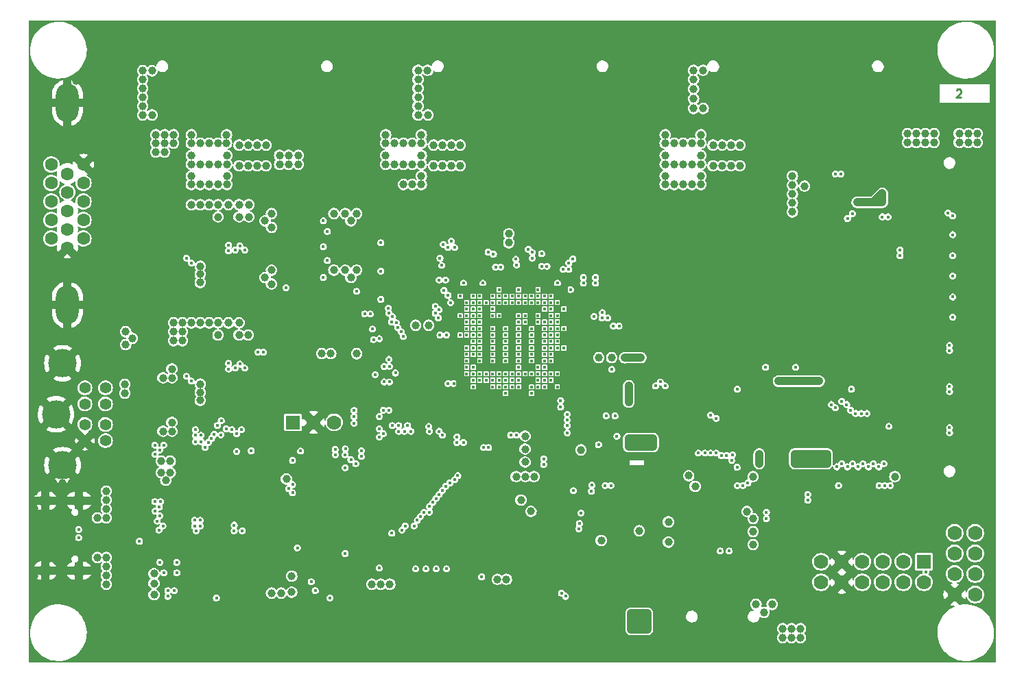
<source format=gbr>
%TF.GenerationSoftware,KiCad,Pcbnew,7.0.9-7.0.9~ubuntu22.04.1*%
%TF.CreationDate,2023-12-13T13:54:36+02:00*%
%TF.ProjectId,GateMateA1-EVB_Rev_A,47617465-4d61-4746-9541-312d4556425f,A*%
%TF.SameCoordinates,PX5f5e100PY7bfa480*%
%TF.FileFunction,Copper,L2,Inr*%
%TF.FilePolarity,Positive*%
%FSLAX46Y46*%
G04 Gerber Fmt 4.6, Leading zero omitted, Abs format (unit mm)*
G04 Created by KiCad (PCBNEW 7.0.9-7.0.9~ubuntu22.04.1) date 2023-12-13 13:54:36*
%MOMM*%
%LPD*%
G01*
G04 APERTURE LIST*
%ADD10C,0.254000*%
%TA.AperFunction,NonConductor*%
%ADD11C,0.254000*%
%TD*%
%TA.AperFunction,ComponentPad*%
%ADD12O,2.200000X1.200000*%
%TD*%
%TA.AperFunction,ComponentPad*%
%ADD13O,2.000000X1.300000*%
%TD*%
%TA.AperFunction,ComponentPad*%
%ADD14C,1.778000*%
%TD*%
%TA.AperFunction,ComponentPad*%
%ADD15R,1.778000X1.778000*%
%TD*%
%TA.AperFunction,ComponentPad*%
%ADD16C,1.410000*%
%TD*%
%TA.AperFunction,ComponentPad*%
%ADD17C,3.500000*%
%TD*%
%TA.AperFunction,ComponentPad*%
%ADD18C,1.000000*%
%TD*%
%TA.AperFunction,ComponentPad*%
%ADD19C,1.800000*%
%TD*%
%TA.AperFunction,ComponentPad*%
%ADD20C,1.600000*%
%TD*%
%TA.AperFunction,ComponentPad*%
%ADD21O,2.800000X4.800000*%
%TD*%
%TA.AperFunction,ViaPad*%
%ADD22C,1.000000*%
%TD*%
%TA.AperFunction,ViaPad*%
%ADD23C,0.450000*%
%TD*%
%TA.AperFunction,Conductor*%
%ADD24C,0.127000*%
%TD*%
%TA.AperFunction,Conductor*%
%ADD25C,0.200000*%
%TD*%
%TA.AperFunction,Conductor*%
%ADD26C,1.016000*%
%TD*%
G04 APERTURE END LIST*
D10*
D11*
X114860628Y71056786D02*
X114909009Y71105167D01*
X114909009Y71105167D02*
X115005771Y71153548D01*
X115005771Y71153548D02*
X115247676Y71153548D01*
X115247676Y71153548D02*
X115344438Y71105167D01*
X115344438Y71105167D02*
X115392819Y71056786D01*
X115392819Y71056786D02*
X115441200Y70960024D01*
X115441200Y70960024D02*
X115441200Y70863262D01*
X115441200Y70863262D02*
X115392819Y70718119D01*
X115392819Y70718119D02*
X114812247Y70137548D01*
X114812247Y70137548D02*
X115441200Y70137548D01*
D12*
X6530000Y11680000D03*
X6530000Y20320000D03*
D13*
X2350000Y11680000D03*
X2350000Y20320000D03*
D14*
X114630000Y11255000D03*
X117170000Y16335000D03*
D15*
X110850000Y12770000D03*
D14*
X108310000Y12770000D03*
X105770000Y12770000D03*
X103230000Y12770000D03*
X100690000Y12770000D03*
X98150000Y12770000D03*
X110850000Y10230000D03*
X108310000Y10230000D03*
X105770000Y10230000D03*
X103230000Y10230000D03*
X100690000Y10230000D03*
X98150000Y10230000D03*
D16*
X7270000Y29730000D03*
X7270000Y32270000D03*
X7270000Y27740000D03*
X7270000Y34260000D03*
X9810000Y27740000D03*
X9810000Y34260000D03*
X9810000Y32270000D03*
X9810000Y29730000D03*
D17*
X4500000Y37300000D03*
X3700000Y31000000D03*
X4500000Y24700000D03*
D14*
X114630000Y13795000D03*
X114630000Y8715000D03*
D18*
X23100000Y23206200D03*
X23100000Y20806200D03*
D19*
X24300000Y22006200D03*
D18*
X25500000Y23206200D03*
X25570000Y20806200D03*
D14*
X117170000Y11255000D03*
X114630000Y16335000D03*
X117170000Y8715000D03*
X117170000Y13795000D03*
D20*
X7090000Y52720000D03*
X7090000Y55010000D03*
X7090000Y57300000D03*
X7090000Y59590000D03*
X7090000Y61880000D03*
X5110000Y51575000D03*
X5110000Y53865000D03*
X5110000Y56155000D03*
X5110000Y58445000D03*
X5110000Y60735000D03*
X3130000Y52720000D03*
X3130000Y55010000D03*
X3130000Y57300000D03*
X3130000Y59590000D03*
X3130000Y61880000D03*
D21*
X5110000Y69495000D03*
X5110000Y44505000D03*
D15*
X32960000Y30000000D03*
D14*
X35500000Y30000000D03*
X38040000Y30000000D03*
D22*
X84500000Y44500000D03*
D23*
X43100000Y34700000D03*
X58800000Y28200000D03*
X82575000Y16625000D03*
D22*
X1016000Y39400000D03*
X82400000Y78800000D03*
D23*
X60000000Y39200000D03*
D22*
X66100000Y78800000D03*
D23*
X71608000Y29800000D03*
D22*
X32200000Y1051002D03*
X8100000Y74200000D03*
X84800000Y76600000D03*
X97500000Y78800000D03*
X95800000Y11500000D03*
X19577038Y36722962D03*
X25500000Y32700000D03*
X27300000Y32700000D03*
X34400000Y34500000D03*
X26500000Y20900000D03*
X118800000Y54400000D03*
X105300000Y21261000D03*
X62400000Y53300000D03*
D23*
X14400000Y25900000D03*
D22*
X23200000Y24265000D03*
X4500000Y10600000D03*
X38200000Y1051002D03*
X78200000Y1051002D03*
X35500000Y34500000D03*
D23*
X63200000Y40000000D03*
D22*
X84800000Y77700000D03*
X87000000Y44500000D03*
X112800000Y7000000D03*
D23*
X58000000Y48000000D03*
X60800000Y48000000D03*
X64100000Y16900000D03*
D22*
X111800000Y70000000D03*
D23*
X56000000Y34400000D03*
X33900000Y22500000D03*
D22*
X4500000Y11700000D03*
X31000000Y44900000D03*
X31200000Y34200000D03*
X100100000Y19200010D03*
X118800000Y66000000D03*
D23*
X14400000Y24500000D03*
D22*
X12300000Y67200000D03*
D23*
X105800000Y20500000D03*
X60900000Y18500000D03*
X48700000Y15700000D03*
X68000000Y44600000D03*
D22*
X14400000Y76600000D03*
X54700000Y53300000D03*
D23*
X69200000Y41600000D03*
D22*
X81400000Y14600000D03*
D23*
X51500000Y36000000D03*
D22*
X106200000Y1051002D03*
D23*
X68000000Y39200000D03*
X62600000Y31700000D03*
D22*
X1016000Y57400000D03*
X23700000Y38200000D03*
D23*
X50400000Y15700000D03*
D22*
X117500000Y68800000D03*
D23*
X65600000Y46400000D03*
D22*
X6700000Y22500000D03*
D23*
X98700000Y36150000D03*
D22*
X22100000Y24265000D03*
D23*
X59200000Y32500000D03*
D22*
X68400000Y25200000D03*
D23*
X64850000Y16900000D03*
D22*
X68200000Y1051002D03*
X118800000Y14200000D03*
X13000000Y78800000D03*
D23*
X65600000Y45600000D03*
D22*
X82400000Y75500000D03*
D23*
X69197176Y33900000D03*
D22*
X101100000Y19200000D03*
D23*
X72400000Y32300000D03*
D22*
X111800000Y78800000D03*
D23*
X59700000Y17700000D03*
D22*
X25400000Y24265000D03*
D23*
X61600000Y41600000D03*
D22*
X6923887Y6923887D03*
X1016000Y65400000D03*
D23*
X69700000Y13600000D03*
D22*
X118800000Y16600000D03*
D23*
X14400000Y23800000D03*
D22*
X118800000Y41700000D03*
X44200000Y1051002D03*
D23*
X58400000Y41600000D03*
X68266229Y35766229D03*
D22*
X118800000Y64700000D03*
X55900000Y78800000D03*
X82400000Y76600000D03*
X100100000Y78800000D03*
X3000000Y13200000D03*
X25500000Y47300000D03*
D23*
X89100000Y20000000D03*
X70200000Y19500000D03*
X72400000Y33000000D03*
X60800000Y47200000D03*
D22*
X16800000Y78800000D03*
D23*
X63200000Y41600000D03*
D22*
X1000000Y9000000D03*
X41000000Y78800000D03*
X111800000Y74500000D03*
X36700000Y12000000D03*
X73700000Y78800000D03*
X4500000Y19200000D03*
X3000000Y15400000D03*
D23*
X56800000Y44000000D03*
D22*
X75000000Y78800000D03*
X118800000Y49350000D03*
D23*
X36400000Y23200000D03*
D22*
X50800000Y75500000D03*
D23*
X58400000Y38400000D03*
D22*
X53400000Y78800000D03*
X77600000Y15800000D03*
D23*
X52800000Y38000000D03*
X56200000Y17300000D03*
X60000000Y40000000D03*
D22*
X70700000Y39800000D03*
X92300000Y1051002D03*
X27500000Y52800000D03*
X118800000Y56950000D03*
X82200000Y1051002D03*
X50800000Y77700000D03*
X110700000Y78800000D03*
X58500000Y78800000D03*
X1000000Y11000000D03*
X104200000Y1051002D03*
X9800000Y59400000D03*
X1016000Y45400000D03*
D23*
X65600000Y38400000D03*
X59200000Y36800000D03*
D22*
X1016000Y71400000D03*
D23*
X49600000Y15700000D03*
D22*
X23500000Y49300000D03*
X9800000Y62200000D03*
X28200000Y1051002D03*
X9000000Y78800000D03*
X118800000Y46800000D03*
D23*
X26600000Y30100000D03*
X66800000Y32700000D03*
D22*
X27500000Y38200000D03*
X98200000Y54800000D03*
D23*
X14400000Y26600000D03*
D22*
X13100000Y66400000D03*
X1000000Y29400000D03*
X96200000Y1051002D03*
X112200000Y1051002D03*
X20200000Y1051002D03*
X106700000Y60100000D03*
X94200000Y39000000D03*
D23*
X59700000Y18500000D03*
X66400000Y34400000D03*
D22*
X94900000Y22000000D03*
X111800000Y76000000D03*
X89800000Y1051002D03*
D23*
X61600000Y40000000D03*
D22*
X100200000Y1051002D03*
X48200000Y1051002D03*
D23*
X63200000Y40800000D03*
X63200000Y48000000D03*
X20500000Y15100000D03*
D22*
X46200000Y1051002D03*
X1016000Y63400000D03*
X91900000Y40300000D03*
X98800000Y59200000D03*
D23*
X65600000Y16900000D03*
D22*
X24200000Y1051002D03*
D23*
X56800000Y43200000D03*
D22*
X6200000Y72200000D03*
D23*
X66800000Y47200000D03*
D22*
X84700000Y1051002D03*
D23*
X35200000Y21100000D03*
X37600000Y25300000D03*
D22*
X92400000Y78800000D03*
D23*
X60000000Y38400000D03*
D22*
X50200000Y1051002D03*
D23*
X39000000Y32400000D03*
D22*
X42500000Y78800000D03*
D23*
X78300000Y33000000D03*
D22*
X94200000Y40300000D03*
X26500000Y22000000D03*
D23*
X56800000Y41600000D03*
D22*
X111800000Y3000000D03*
X48400000Y78800000D03*
D23*
X56800000Y38400000D03*
X33900000Y25200000D03*
D22*
X1016000Y61400000D03*
X1016000Y51400000D03*
X89900000Y78800000D03*
D23*
X52799990Y43200000D03*
D22*
X24300000Y24265000D03*
X55500000Y52500000D03*
X35200000Y50000000D03*
X118800000Y36650000D03*
D23*
X94000000Y19700000D03*
D22*
X91900000Y39000000D03*
D23*
X72400000Y20100000D03*
X21500000Y15100000D03*
X63200000Y47200000D03*
X64000000Y32700000D03*
D22*
X100377038Y54800000D03*
X32100000Y78800000D03*
D23*
X52864309Y47135691D03*
X67400000Y44000000D03*
D22*
X44000000Y78800000D03*
D23*
X62400000Y44000000D03*
D22*
X118800000Y21400000D03*
X18500000Y52400000D03*
X1000000Y7000000D03*
D23*
X60000000Y42400000D03*
D22*
X94900000Y23100000D03*
D23*
X21000000Y14600000D03*
D22*
X30200000Y1051002D03*
D23*
X71100000Y26800000D03*
D22*
X23700000Y52800000D03*
D23*
X37300000Y19500000D03*
X71799990Y33492000D03*
X59200000Y44000000D03*
D22*
X26500000Y23200000D03*
X118800000Y31550000D03*
X71150000Y78800000D03*
X22100000Y19800000D03*
X13100000Y53800000D03*
X81400000Y16800000D03*
X58200000Y1051002D03*
X1016000Y49400000D03*
X36200000Y44100000D03*
D23*
X50800000Y35000000D03*
D22*
X23500000Y35700000D03*
X111800000Y71500000D03*
D23*
X61600000Y38400000D03*
D22*
X1016000Y67400000D03*
X1016000Y69400000D03*
X26400000Y38200000D03*
D23*
X64000000Y43200000D03*
X39800000Y32400000D03*
D22*
X18200000Y1051002D03*
X61000000Y78800000D03*
D23*
X106299999Y19999999D03*
D22*
X1016000Y37400000D03*
X111800000Y77300000D03*
D23*
X61600000Y40800000D03*
D22*
X5600000Y22500000D03*
D23*
X68400000Y41600000D03*
D22*
X100800000Y37025000D03*
D23*
X59200000Y31800000D03*
D22*
X14400000Y77700000D03*
D23*
X61600000Y39200000D03*
D22*
X76200000Y1051002D03*
X114500000Y68800000D03*
D23*
X67199992Y39200000D03*
D22*
X36200000Y1051002D03*
X84800000Y75500000D03*
X19400000Y78800000D03*
D23*
X62400000Y35200000D03*
D22*
X12200000Y1051002D03*
X64200000Y1051002D03*
X118800000Y44300000D03*
D23*
X62400000Y36800000D03*
D22*
X1000000Y27400000D03*
D23*
X21000000Y30100000D03*
X77700000Y33500000D03*
D22*
X14400000Y78800000D03*
D23*
X56800000Y40800000D03*
X52125000Y38000000D03*
D22*
X105200000Y78800000D03*
X82600000Y20200000D03*
X1016000Y59400000D03*
D23*
X57200000Y32100000D03*
D22*
X68600000Y78800000D03*
D23*
X60000000Y41600000D03*
D22*
X42000000Y48800000D03*
X91900000Y44500000D03*
X79600000Y1051002D03*
D23*
X25400000Y30100000D03*
D22*
X19400000Y15000000D03*
X10200000Y1051002D03*
X31800000Y51100000D03*
X87300000Y1051002D03*
X11000000Y78800000D03*
X24400000Y31600000D03*
X79500000Y78800000D03*
D23*
X99000000Y60850000D03*
X57600000Y36800000D03*
D22*
X81000000Y78800000D03*
X107700000Y78800000D03*
X56200000Y1051002D03*
D23*
X14400000Y25200000D03*
X63200000Y39200000D03*
X52829817Y45598803D03*
D22*
X60200000Y1051002D03*
X118800000Y26450000D03*
X23200000Y19800000D03*
X102250000Y44500000D03*
D23*
X26000000Y30600000D03*
D22*
X37200000Y78800000D03*
X23700000Y54000000D03*
X22100000Y22000000D03*
X81400000Y15700000D03*
D23*
X26200000Y15100000D03*
X58400000Y40000000D03*
D22*
X14400000Y75500000D03*
X27500000Y54000000D03*
X1016000Y35400000D03*
D23*
X60000000Y43200000D03*
X63200000Y38400000D03*
D22*
X35200000Y51100000D03*
D23*
X67599996Y41600000D03*
D22*
X1016000Y47400000D03*
X94900000Y18600000D03*
X25400000Y19800000D03*
D23*
X69000000Y19508000D03*
D22*
X42600000Y55000000D03*
D23*
X59299996Y28800000D03*
X73000000Y19500000D03*
X21000000Y15600000D03*
X35900000Y21100000D03*
D22*
X97600000Y59200000D03*
X54200000Y1051002D03*
X78000000Y78800000D03*
D23*
X60000000Y37600000D03*
X40500000Y32400000D03*
D22*
X98700000Y37010999D03*
X50800000Y78800000D03*
X1000000Y21400000D03*
X34600000Y78800000D03*
X29600000Y78800000D03*
X1000000Y13200000D03*
X107250000Y20750000D03*
X118800000Y59500000D03*
D23*
X14400000Y17500000D03*
D22*
X60200000Y26700000D03*
X3400000Y22500000D03*
X34200000Y1051002D03*
X93050000Y40300000D03*
X26200000Y1051002D03*
D23*
X56000000Y36800000D03*
D22*
X88400000Y20750000D03*
X41900000Y54200000D03*
X48400000Y75500000D03*
X13100000Y49600000D03*
D23*
X14400000Y16800000D03*
X14400000Y19600000D03*
D22*
X1000000Y25400000D03*
X4500000Y12800000D03*
X42700000Y47900000D03*
D23*
X38200000Y20600000D03*
D22*
X97800000Y23100000D03*
X27000000Y78800000D03*
X4500000Y20300000D03*
X24400000Y78800000D03*
X8135002Y1051002D03*
D23*
X66800000Y31900000D03*
X61600000Y37600000D03*
X78900000Y33500000D03*
D22*
X118800000Y67300000D03*
X72200000Y1051002D03*
X82400000Y77700000D03*
X26500000Y19800000D03*
X77600000Y20200000D03*
D23*
X37800000Y20000000D03*
X63900000Y29500000D03*
X56800000Y37600000D03*
D22*
X9800000Y63600000D03*
X47800000Y58100000D03*
D23*
X44800000Y33500000D03*
X71800000Y19500000D03*
X58400000Y39200000D03*
D22*
X47000000Y78800000D03*
D23*
X52100000Y33200000D03*
X21600000Y30600000D03*
D22*
X18300000Y15000000D03*
X71900000Y39800000D03*
X1000000Y31400000D03*
X118800000Y11800000D03*
X1016000Y53400000D03*
X66200000Y1051002D03*
X87400000Y78800000D03*
D23*
X58300000Y28800000D03*
D22*
X18500000Y51322962D03*
D23*
X64000000Y31900000D03*
D22*
X1000000Y19400000D03*
X102100000Y19200000D03*
X1016000Y41400000D03*
D23*
X59200000Y43200000D03*
D22*
X21900000Y78800000D03*
D23*
X61600000Y35200000D03*
D22*
X79500000Y18900000D03*
X77600000Y19200000D03*
X102200000Y1051002D03*
D23*
X58000000Y47200016D03*
X54400000Y32800000D03*
X64800000Y26500000D03*
D22*
X26400000Y52800000D03*
D23*
X58400000Y40800000D03*
X71800000Y32600000D03*
D22*
X16800000Y77700000D03*
X50800000Y76600000D03*
X39700000Y78800000D03*
D23*
X60000000Y40800000D03*
X55600004Y16700000D03*
X51300000Y15700000D03*
D22*
X24300000Y19800000D03*
X108200000Y1051002D03*
X94500000Y44500000D03*
X106295505Y21261000D03*
D23*
X73400000Y15700000D03*
D22*
X1000000Y15400000D03*
D23*
X58400000Y37600000D03*
D22*
X80600000Y19200000D03*
X102600000Y78800000D03*
X97800000Y22000000D03*
X1016000Y33400000D03*
X118800000Y9400000D03*
X98200000Y1051002D03*
D23*
X60300000Y18000000D03*
D22*
X109200000Y78800000D03*
D23*
X52000000Y43200000D03*
X63908000Y26900000D03*
X56800000Y42400000D03*
D22*
X19577038Y51322962D03*
X23700000Y39400000D03*
X83700000Y20200000D03*
X8100000Y77800000D03*
D23*
X43700000Y38400000D03*
X58400000Y36800000D03*
D22*
X62400000Y52200000D03*
X1016000Y43400000D03*
X42200000Y1051002D03*
X4500000Y22500000D03*
X16800000Y75500000D03*
X70200000Y1051002D03*
D23*
X69600000Y20100000D03*
D22*
X112900000Y78800000D03*
X33500000Y50000000D03*
X31800000Y44100000D03*
X99750000Y44500000D03*
D23*
X35200000Y20400000D03*
D22*
X22200000Y1051002D03*
X60200000Y25100000D03*
D23*
X63908000Y28200000D03*
X52800000Y40800000D03*
D22*
X40200000Y1051002D03*
D23*
X26700000Y15600000D03*
X20000000Y15600000D03*
D22*
X13100000Y65000000D03*
X94900000Y19700000D03*
X113000000Y68800000D03*
D23*
X36900000Y25300000D03*
X100600000Y36150000D03*
D22*
X7000000Y78800000D03*
X49700000Y40600000D03*
D23*
X53200000Y32700000D03*
X33900000Y21100000D03*
X60000000Y36800000D03*
X56800000Y39200000D03*
D22*
X18300000Y13900000D03*
X118800000Y23900000D03*
D23*
X87800000Y20000000D03*
D22*
X16800000Y76600000D03*
D23*
X52800000Y33200000D03*
X14400000Y18900000D03*
D22*
X105700000Y60100000D03*
X74200000Y1051002D03*
X116000000Y68800000D03*
D23*
X50800000Y36000000D03*
D22*
X48400000Y77700000D03*
D23*
X72700000Y29800000D03*
D22*
X13100000Y58000000D03*
D23*
X99750000Y36150000D03*
D22*
X62200000Y1051002D03*
X22100000Y23200000D03*
X102500000Y59200000D03*
D23*
X64000000Y33600000D03*
D22*
X48400000Y76600000D03*
X7200000Y73200000D03*
D23*
X14400000Y18200000D03*
D22*
X45500000Y78800000D03*
X26400000Y39400000D03*
X14200000Y1051002D03*
X3000000Y71900000D03*
X63550000Y78800000D03*
X35200000Y44100000D03*
X118800000Y51900000D03*
X111800000Y5000000D03*
X9800000Y60800000D03*
X111800000Y73000000D03*
X52200000Y1051002D03*
D23*
X51464601Y37999760D03*
X22200000Y30100000D03*
D22*
X27400000Y47300000D03*
X110200000Y1051002D03*
X4500000Y21400000D03*
X118800000Y39200000D03*
D23*
X43000000Y38400000D03*
X25700000Y15600000D03*
D22*
X1000000Y17400000D03*
X118800000Y19000000D03*
X95000000Y78800000D03*
X118800000Y34100000D03*
D23*
X37500000Y26000000D03*
X99000000Y60150000D03*
X72300000Y13600000D03*
D22*
X118800000Y7200000D03*
X1016000Y55400000D03*
X27500000Y39400000D03*
X94200000Y1051002D03*
X89500000Y44500000D03*
D23*
X89100000Y21500000D03*
D22*
X48100000Y40600000D03*
X77600000Y16800000D03*
D23*
X21500000Y14100000D03*
X68964511Y35067949D03*
X87800000Y21500000D03*
D22*
X16200000Y1051002D03*
X22100000Y20900000D03*
D23*
X57200000Y32800000D03*
D22*
X26400000Y54000000D03*
X101500000Y59200000D03*
X8100000Y76000000D03*
X7000000Y1051000D03*
D23*
X62400000Y42400000D03*
D22*
X76500000Y78800000D03*
X84800000Y78800000D03*
X2300000Y22500000D03*
X1000000Y23400000D03*
X23500000Y34700000D03*
X99300000Y54800000D03*
X80600000Y20200000D03*
X3000000Y17400000D03*
D23*
X89750000Y20750000D03*
D22*
X82600000Y18900000D03*
X18500000Y50200000D03*
X118800000Y62050000D03*
D23*
X60900000Y17700000D03*
X52200000Y36000000D03*
D22*
X118800000Y29000000D03*
D23*
X65600000Y37600000D03*
X54400000Y32100000D03*
X60000000Y44000000D03*
X56800000Y40000000D03*
D22*
X23500000Y50300000D03*
D23*
X62400000Y43200000D03*
D22*
X73100000Y39800000D03*
X97000000Y44500000D03*
X29600000Y64275000D03*
X14400000Y72400000D03*
D23*
X58400000Y46400000D03*
D22*
X28500000Y64275000D03*
X28500000Y61725000D03*
X15550000Y68000000D03*
D23*
X58400000Y43200000D03*
D22*
X14400000Y73456921D03*
X29600000Y61725000D03*
X27400000Y64275000D03*
X27400000Y61725000D03*
D23*
X57600000Y44000000D03*
X56400000Y47200000D03*
D22*
X14400000Y69100000D03*
X14400000Y68000000D03*
D23*
X57600000Y43200000D03*
D22*
X15556920Y73456921D03*
X26300000Y64275000D03*
X14400000Y70200000D03*
X26300000Y61725000D03*
X14400000Y71300000D03*
X84800000Y64275000D03*
X88100000Y61725000D03*
X82400000Y71200000D03*
D23*
X63200000Y43200000D03*
D22*
X85900000Y64275000D03*
D23*
X64000000Y44000000D03*
D22*
X82400000Y70000000D03*
X83600000Y68800000D03*
X82400000Y73507994D03*
X87000000Y64275000D03*
D23*
X67200000Y46400000D03*
D22*
X84800000Y61725000D03*
X82400000Y72400000D03*
X82400000Y68800000D03*
D23*
X65600000Y47200000D03*
X66400000Y44000000D03*
D22*
X87000000Y61725000D03*
X88100000Y64275000D03*
D23*
X63200000Y42400000D03*
D22*
X85900000Y61725000D03*
X83570002Y73507994D03*
X50300000Y61725000D03*
D23*
X60800000Y42400000D03*
D22*
X52500000Y61725000D03*
X48400000Y70200000D03*
X48400000Y69100000D03*
D23*
X60800000Y46400000D03*
D22*
X51400000Y64275000D03*
D23*
X60800000Y43200000D03*
D22*
X50300000Y64275000D03*
X49600000Y68000000D03*
X48400000Y72400000D03*
X52500000Y64275000D03*
D23*
X61600000Y43200000D03*
D22*
X49570006Y73507994D03*
X53600000Y61725000D03*
X53600000Y64275000D03*
X48400000Y73507994D03*
X48400000Y71300000D03*
D23*
X61600000Y42400000D03*
D22*
X51400000Y61725000D03*
D23*
X63200000Y46400000D03*
D22*
X48400000Y68000000D03*
D23*
X56000000Y45600000D03*
X51300000Y49400000D03*
X52100000Y51600000D03*
X57600000Y45600000D03*
X52900000Y51600000D03*
X58400000Y45600000D03*
X57963947Y49184500D03*
X59200000Y45600000D03*
X60000000Y45600000D03*
X57050000Y51050000D03*
X60800000Y45600000D03*
X60562393Y49462393D03*
X61600000Y45600000D03*
X62000003Y51400003D03*
X62500000Y50300000D03*
X62400000Y45600000D03*
X63200000Y45600000D03*
X63650000Y49300010D03*
X67499996Y50200000D03*
X64000000Y45600000D03*
X66300000Y48900000D03*
X64800000Y45600000D03*
X56800000Y44800000D03*
X51100000Y50300000D03*
X51500000Y52000000D03*
X57600000Y44800000D03*
X52500000Y52400000D03*
X58399995Y44800005D03*
X59200000Y44800000D03*
X58600000Y49200000D03*
X60000000Y44800000D03*
X57700000Y50800000D03*
X60800000Y44800000D03*
X60456199Y50156194D03*
X62500000Y51000000D03*
X61600000Y44800000D03*
X63643803Y50856197D03*
X62400000Y44800000D03*
X64300000Y49300000D03*
X63200000Y44800000D03*
X64000000Y44800000D03*
X67000000Y49700000D03*
X67000000Y48900000D03*
X64800000Y44800000D03*
X64800000Y44000000D03*
X68800000Y47900000D03*
X65600000Y44800000D03*
X68800000Y47200000D03*
X70300000Y47900000D03*
X64800000Y43200000D03*
X65600000Y43200000D03*
X70300000Y47200000D03*
X64800000Y42400000D03*
X71150000Y43550000D03*
X70100000Y43100000D03*
X65600000Y42400000D03*
X100700000Y24900000D03*
X99400000Y32200000D03*
X99900000Y31800000D03*
X101400000Y24500000D03*
X71100000Y42900000D03*
X102025000Y24900000D03*
X100700000Y32600000D03*
X64800000Y41600000D03*
X71800000Y42900000D03*
X101300000Y32200000D03*
X65600000Y41600000D03*
X102700000Y24500000D03*
X72500000Y41900000D03*
X101800000Y31500000D03*
X103300000Y24900000D03*
X64800000Y40800000D03*
X65600000Y40800000D03*
X102400000Y31100000D03*
X73200000Y41900000D03*
X104000000Y24500000D03*
X103100000Y31100000D03*
X104600000Y24900000D03*
X103800000Y31100000D03*
X105900000Y24900000D03*
X54400000Y39200000D03*
X43600416Y40336610D03*
X42900000Y40223801D03*
X55200000Y39200000D03*
X83000000Y26199998D03*
X64800000Y40000000D03*
X83800000Y26200000D03*
X65600000Y40000000D03*
X84500000Y30900000D03*
X84500000Y26200006D03*
X85200000Y30500000D03*
X85200000Y26200000D03*
X55200000Y40000000D03*
X42761896Y41532321D03*
X54400000Y40800000D03*
X51900000Y40800000D03*
X55200000Y40800000D03*
X51100000Y40800000D03*
X64800000Y39200000D03*
X85825000Y25900006D03*
X86475000Y25900000D03*
X65600000Y39200000D03*
X64000000Y38400000D03*
X87125000Y25300000D03*
X64800000Y38400000D03*
X87200000Y26000000D03*
X44200000Y36900000D03*
X44200000Y35000000D03*
X44849517Y35000000D03*
X44849517Y36915500D03*
X44787367Y37787367D03*
X54400000Y36800000D03*
X55200000Y36800000D03*
X45600000Y36100000D03*
X51905000Y11900000D03*
X56000000Y35200000D03*
X70671495Y27228509D03*
X68500000Y18800000D03*
X64000000Y37600000D03*
X54000000Y27500000D03*
X41400000Y26500000D03*
X62400000Y36000000D03*
X24100000Y30200000D03*
X50635000Y11900000D03*
X47500000Y28900000D03*
X64000000Y36800000D03*
X24057786Y28468775D03*
X69799996Y21500000D03*
X40100000Y25400000D03*
X35200000Y10300000D03*
X68234123Y16849189D03*
X66100000Y8900000D03*
X64800000Y36000000D03*
X63200000Y35200000D03*
X66800000Y28700000D03*
X114000000Y38887600D03*
X62400000Y34400000D03*
X44800008Y31500000D03*
X56250000Y10900004D03*
X49365000Y11900000D03*
X46000000Y29600000D03*
X114000000Y39492400D03*
X63200000Y34400000D03*
X56482899Y26887700D03*
X114000000Y28727600D03*
X114000000Y34412400D03*
X60522999Y28411500D03*
X43600000Y28200000D03*
X43600000Y12000000D03*
X46000000Y28900000D03*
X48095000Y11900000D03*
X57087699Y26887700D03*
X114000000Y29332400D03*
X114000000Y33807600D03*
X59822999Y28411500D03*
D22*
X92900000Y35100000D03*
X94900000Y24900000D03*
D23*
X15950000Y26050000D03*
D22*
X90100000Y7500000D03*
D23*
X86800000Y14100000D03*
D22*
X94900000Y35100000D03*
X89750000Y18100000D03*
D23*
X15900000Y20200000D03*
X85700000Y14100000D03*
D22*
X93900000Y35100000D03*
X91100000Y6500000D03*
X89000000Y18992000D03*
X89750000Y14899992D03*
X94900000Y26100000D03*
X89750000Y16500000D03*
X98900000Y26100000D03*
X97900000Y35100000D03*
X92100000Y7500000D03*
D23*
X16600000Y20200000D03*
D22*
X96900000Y26100000D03*
X97900000Y24900000D03*
X90500000Y24900000D03*
X96900000Y35100000D03*
X95900000Y26100000D03*
X95900000Y35100000D03*
X98900000Y24900000D03*
X90500000Y26100000D03*
D23*
X16450000Y19550000D03*
D22*
X97900000Y26100000D03*
D23*
X17000000Y27200000D03*
X15950000Y19050000D03*
X15900000Y27200000D03*
X16500000Y26600000D03*
X32900000Y25300000D03*
X33490500Y14500000D03*
X16900000Y17200000D03*
D22*
X17250000Y22850000D03*
D23*
X16400000Y16700000D03*
D22*
X32143802Y23000000D03*
X17800000Y23806200D03*
X16700000Y23806200D03*
X12300000Y41200000D03*
X95600000Y4511000D03*
X75700000Y16600000D03*
X21500000Y33718000D03*
X74700000Y4400000D03*
X9900000Y20400000D03*
X75699957Y4400000D03*
X21500000Y49300000D03*
X12300000Y39600000D03*
X12200000Y33600000D03*
X9900000Y21500000D03*
X105700000Y58300000D03*
X21500000Y48300000D03*
X9900000Y18200000D03*
X105700000Y57200000D03*
X95600000Y3400000D03*
X8800000Y18200000D03*
X12200000Y34700000D03*
X76700000Y4400000D03*
X94500000Y4511000D03*
X21500000Y34718000D03*
X76700043Y6400000D03*
X9900000Y11100000D03*
X102600000Y57200000D03*
X8800000Y13300000D03*
X93400000Y3400000D03*
X75699957Y5400000D03*
X76700000Y5400000D03*
X9900000Y12200000D03*
X94500000Y3400000D03*
X93400000Y4511000D03*
X9900000Y19300000D03*
X75700000Y6400000D03*
X13100000Y40400000D03*
X21500000Y32718000D03*
X104600000Y57200000D03*
X9900000Y10000000D03*
X103600000Y57200000D03*
X74700000Y5400000D03*
X21500000Y47300000D03*
X9900000Y13300000D03*
X74700043Y6400000D03*
X79300000Y17700000D03*
D23*
X44800000Y43500000D03*
X113800004Y55900000D03*
X44716750Y44100000D03*
X106400000Y55400000D03*
X50977224Y43922196D03*
X45100000Y42400000D03*
X114400000Y53200000D03*
X54400000Y43200000D03*
X50528151Y44332321D03*
X114400000Y55500000D03*
X45250000Y43050000D03*
X55200000Y43200000D03*
X114400000Y43000000D03*
X46556018Y40621689D03*
X114400000Y45500000D03*
X46300000Y41200000D03*
X45900000Y41700000D03*
X114400000Y48100000D03*
X50899994Y42900000D03*
X54400000Y42400000D03*
X114400000Y50600000D03*
X45700000Y42300000D03*
X50517465Y43506696D03*
X55200000Y42400000D03*
X107900000Y51300000D03*
X54400000Y41600000D03*
X107900000Y50600000D03*
X55200000Y41600000D03*
X6500000Y16750000D03*
X6500000Y15750000D03*
X68300000Y17500008D03*
X63200000Y36000000D03*
X35700000Y9200000D03*
X66600000Y8500000D03*
X71500000Y22199996D03*
X64800000Y37600000D03*
X24700000Y29200006D03*
X40700000Y24900000D03*
X18600000Y11400000D03*
X17000000Y11400000D03*
X16500000Y12700000D03*
X18600000Y12700000D03*
X46700000Y28900000D03*
X46400000Y16700000D03*
X46800000Y17199998D03*
X47100000Y29600000D03*
X56800000Y35200000D03*
X47900000Y17200000D03*
X48300000Y17900000D03*
X57600000Y35200000D03*
X58400000Y35200000D03*
X48700000Y18400000D03*
X58400000Y34400000D03*
X49100000Y18900000D03*
X49800000Y18900000D03*
X49700000Y29500000D03*
X49800000Y19600000D03*
X49800000Y28900000D03*
X38156197Y26656197D03*
X22500000Y27500006D03*
X22100000Y26900000D03*
X38200000Y26000000D03*
X36699994Y47900000D03*
X36700000Y54900000D03*
X36700000Y51699990D03*
X54400000Y44000000D03*
X51000000Y47606978D03*
X43800000Y48700000D03*
X51600000Y46300000D03*
X43800000Y45200000D03*
X43800000Y52200000D03*
X55200000Y44000000D03*
X51800000Y47600000D03*
X55200000Y45600000D03*
X37200000Y50000000D03*
X37200000Y53600000D03*
X54400000Y44800000D03*
X52400001Y44799997D03*
X52100000Y45687614D03*
X55200000Y44800000D03*
X40500000Y31465000D03*
X72700000Y30800000D03*
D22*
X32800000Y9011262D03*
D23*
X20800000Y17200000D03*
D22*
X17800000Y25200000D03*
X32800000Y11000000D03*
X18000000Y30000000D03*
X16000000Y63400000D03*
D23*
X59200000Y33600000D03*
X56000000Y40800000D03*
X55200000Y36000000D03*
D22*
X15800000Y8700000D03*
X16000000Y65550000D03*
X112100000Y65700000D03*
D23*
X20900000Y29100000D03*
D22*
X89750000Y23300000D03*
D23*
X32400000Y21800000D03*
D22*
X109900000Y64600000D03*
D23*
X56000000Y39200000D03*
X26700000Y16600000D03*
X52800000Y34800000D03*
X56000000Y41600000D03*
D22*
X23700000Y40800000D03*
X17100000Y63400000D03*
D23*
X87800000Y22200000D03*
X78300000Y35000000D03*
X64000000Y40800000D03*
D22*
X83300000Y65550000D03*
D23*
X56800000Y36000000D03*
X40500000Y30700000D03*
X66800000Y31000000D03*
X25400000Y29100000D03*
X16200000Y17800000D03*
X63900000Y25500000D03*
X64000000Y40000000D03*
D22*
X23700000Y64500000D03*
D23*
X25800000Y36700000D03*
D22*
X18200000Y41200000D03*
D23*
X26000000Y28600000D03*
D22*
X18000000Y35500000D03*
D23*
X105275000Y24500000D03*
X56000000Y37600000D03*
D22*
X19300000Y40100000D03*
X21500000Y42300000D03*
X30300000Y8900000D03*
D23*
X53600000Y40800000D03*
D22*
X82200000Y64500000D03*
X18000000Y36600000D03*
X83300000Y64500000D03*
X18000000Y28900000D03*
D23*
X32900000Y21300000D03*
X57600000Y36000000D03*
D22*
X111000000Y64600000D03*
D23*
X21600000Y27600000D03*
X56000000Y38400000D03*
D22*
X21500000Y64500000D03*
X44400000Y65550000D03*
X20400000Y42300000D03*
D23*
X54400000Y36000000D03*
X58400000Y36000000D03*
X26600000Y29100000D03*
X60800000Y36800000D03*
X26400000Y37200000D03*
D22*
X81100000Y64500000D03*
D23*
X27000000Y36700000D03*
D22*
X112100000Y64600000D03*
D23*
X64000000Y39200000D03*
X17500000Y8500000D03*
X56000000Y40000000D03*
D22*
X58200000Y10600000D03*
D23*
X29300000Y38687000D03*
X21600000Y28400000D03*
X87775000Y24450000D03*
X63200000Y36800000D03*
X57600000Y34400000D03*
D22*
X108800000Y65700000D03*
D23*
X106700000Y22200000D03*
D22*
X24750000Y65550000D03*
D23*
X25700000Y16600000D03*
D22*
X16900000Y28900000D03*
X16000000Y64500000D03*
D23*
X64000000Y41600000D03*
D22*
X22600000Y64500000D03*
X15800000Y11300000D03*
X107250000Y23300000D03*
X108800000Y64600000D03*
X24750000Y64500000D03*
X82600000Y22100000D03*
D23*
X55200000Y34400000D03*
X18300000Y9200000D03*
D22*
X26300000Y42300000D03*
D23*
X52100000Y34800000D03*
D22*
X16900000Y35500000D03*
X81800000Y23400000D03*
X61100000Y20400000D03*
D23*
X64000000Y42400000D03*
D22*
X16700000Y25200000D03*
D23*
X21500000Y17900000D03*
X105300000Y22200000D03*
X63900000Y24800000D03*
X89100000Y22500000D03*
D22*
X80000000Y64500000D03*
X19300000Y41200000D03*
D23*
X16500000Y18450000D03*
D22*
X109900000Y65700000D03*
X37618355Y38500000D03*
D23*
X17500000Y9200000D03*
D22*
X18200000Y65550000D03*
D23*
X25700000Y17300000D03*
X78900000Y34500000D03*
D22*
X25000000Y42300000D03*
X17100000Y65550000D03*
X19300000Y42300000D03*
D23*
X60000000Y36000000D03*
X66800000Y29600000D03*
D22*
X20400000Y64500000D03*
X47700000Y64500000D03*
D23*
X40500000Y29900000D03*
X21000000Y16600000D03*
D22*
X27400000Y40800000D03*
X40818355Y38490500D03*
D23*
X21500000Y17200000D03*
X28651000Y38687000D03*
D22*
X22600000Y42300000D03*
D23*
X64000000Y35200000D03*
D22*
X31500000Y8900000D03*
X78900000Y64500000D03*
D23*
X20800000Y17900000D03*
X32900000Y22300000D03*
X66400000Y39200000D03*
D22*
X18200000Y64500000D03*
D23*
X66800000Y30300000D03*
D22*
X43800000Y10000000D03*
X26300000Y40800000D03*
X36500000Y38500000D03*
D23*
X66400000Y41600000D03*
D22*
X18200000Y42300000D03*
D23*
X56000000Y36000000D03*
D22*
X78900000Y65550000D03*
D23*
X20900000Y28400000D03*
X100075000Y24500000D03*
D22*
X111000000Y65700000D03*
D23*
X88500000Y22200000D03*
D22*
X62330000Y19000000D03*
D23*
X77700000Y34500000D03*
D22*
X46600000Y64500000D03*
D23*
X64000000Y34400000D03*
X20900000Y27600000D03*
D22*
X17100000Y64500000D03*
X23700000Y42300000D03*
D23*
X54400000Y37600000D03*
D22*
X20400000Y65550000D03*
X48800000Y64500000D03*
X18200000Y40100000D03*
D23*
X71608000Y30800000D03*
D22*
X42700000Y10000000D03*
X44400000Y64500000D03*
X44900000Y10000000D03*
D23*
X33900000Y26455500D03*
D22*
X15800000Y10100000D03*
X59300000Y10600000D03*
D23*
X59200000Y36000000D03*
D22*
X45500000Y64500000D03*
D23*
X100300000Y22200000D03*
D22*
X48800000Y65550000D03*
D23*
X43100000Y35900000D03*
X106000000Y22200000D03*
X39400000Y26000000D03*
X61600000Y36000000D03*
X53200000Y27500000D03*
X22900000Y28000000D03*
X52900000Y22900000D03*
X60800000Y35200000D03*
X53300000Y23400000D03*
X60800000Y34400000D03*
X60800000Y37600000D03*
D22*
X76400000Y28000000D03*
X76400000Y27000000D03*
X61600000Y23300000D03*
D23*
X59200000Y40000000D03*
X57600000Y40800000D03*
D22*
X61600000Y26700000D03*
X61600000Y25100000D03*
D23*
X57600000Y37600000D03*
D22*
X59600000Y53300000D03*
X72300000Y37992000D03*
X77400000Y27000000D03*
X74400000Y27000000D03*
X75900000Y38000000D03*
D23*
X57600000Y39200000D03*
X62400000Y41600000D03*
X59200000Y40800000D03*
X60800000Y38400000D03*
X62400000Y38400000D03*
X57600000Y40000000D03*
X60800000Y39200000D03*
X57600000Y41600000D03*
D22*
X75400000Y27000000D03*
X77400000Y28000000D03*
X49700000Y42000000D03*
D23*
X57600000Y38400000D03*
D22*
X59600000Y52200000D03*
D23*
X59200000Y37600000D03*
D22*
X74400000Y33500000D03*
X73900000Y37992000D03*
X70700000Y37992000D03*
X74400000Y34500000D03*
X75400000Y28000000D03*
D23*
X59200000Y41600000D03*
D22*
X61600000Y28300000D03*
X74400000Y28000000D03*
D23*
X60800000Y40000000D03*
X59200000Y39200000D03*
X62400000Y39200000D03*
X59200000Y38400000D03*
D22*
X74900000Y38000000D03*
D23*
X60800000Y40800000D03*
D22*
X48100000Y42000000D03*
D23*
X60800000Y41600000D03*
X62400000Y40800000D03*
D22*
X62700000Y23300000D03*
D23*
X62400000Y40000000D03*
X62400000Y37600000D03*
D22*
X60500000Y23300000D03*
X74400000Y32500000D03*
X32400000Y63000000D03*
X33600000Y61900000D03*
X25000000Y56900000D03*
X78900000Y63000000D03*
X30300000Y48800000D03*
X27500000Y56900000D03*
X115200000Y65700000D03*
X31300000Y61900000D03*
X26300000Y55400000D03*
X33600000Y63000000D03*
X23700000Y61900000D03*
X30300000Y47100000D03*
X30300000Y54100000D03*
D23*
X27000000Y51300000D03*
D22*
X20400000Y56900000D03*
X38000000Y48812201D03*
X78900000Y61900000D03*
X83300000Y61900000D03*
D23*
X26400000Y51800000D03*
D22*
X48800000Y63000000D03*
X20400000Y63000000D03*
X24800000Y61900000D03*
X23700000Y56900000D03*
X44400000Y63000000D03*
X29500000Y47900000D03*
X39400000Y55800000D03*
X30300000Y55800000D03*
X22600000Y61900000D03*
X45500000Y61900000D03*
X38000000Y55800000D03*
D23*
X56000000Y43200000D03*
D22*
X40800000Y55800000D03*
D23*
X53600000Y45600000D03*
D22*
X21500000Y56900000D03*
X83300000Y63000000D03*
X26300000Y56900000D03*
D23*
X56000000Y42400000D03*
D22*
X24800000Y63000000D03*
X32400000Y61900000D03*
X116300000Y65700000D03*
X21500000Y61900000D03*
X40100000Y54900000D03*
X117400000Y64600000D03*
X29500000Y54900000D03*
D23*
X25800000Y51300000D03*
D22*
X80000000Y61900000D03*
X27500000Y55400000D03*
X46600000Y61900000D03*
X47700000Y61900000D03*
X81100000Y61900000D03*
X40800000Y48812201D03*
X48800000Y61900000D03*
X20400000Y61900000D03*
D23*
X53600000Y43200000D03*
D22*
X23700000Y55400000D03*
X44400000Y61900000D03*
X116300000Y64600000D03*
X117400000Y65700000D03*
X82200000Y61900000D03*
D23*
X54000000Y47200000D03*
D22*
X31300000Y63000000D03*
X39400000Y48812201D03*
D23*
X56000000Y44000000D03*
D22*
X22600000Y56900000D03*
X115200000Y64600000D03*
D23*
X56000000Y44800000D03*
D22*
X40100000Y47900000D03*
X20400000Y60450000D03*
X78900000Y59400000D03*
X24800000Y59400000D03*
X47700000Y59400000D03*
X20400000Y59400000D03*
X78900000Y60450000D03*
X83300000Y60450000D03*
X81100000Y59400000D03*
X82200000Y59400000D03*
X21500000Y59400000D03*
X96100000Y59200000D03*
X94600000Y57100000D03*
X94600000Y60450000D03*
X80000000Y59400000D03*
X94600000Y56000000D03*
X24800000Y60450000D03*
X46600000Y59400000D03*
X48800000Y60450000D03*
X23700000Y59400000D03*
X22600000Y59400000D03*
X83300000Y59400000D03*
X94600000Y58200000D03*
X94600000Y59300000D03*
X48800000Y59400000D03*
D23*
X65600000Y36000000D03*
D22*
X68499998Y26600000D03*
D23*
X65600000Y34400000D03*
X62400000Y33600000D03*
X66000000Y31900000D03*
X66000000Y32700000D03*
X72200000Y22200000D03*
X106500000Y29500000D03*
X95000000Y36800000D03*
X87800000Y34100000D03*
X23500000Y8300000D03*
X39400000Y13800000D03*
X91300000Y36800000D03*
X37500000Y8299994D03*
X101900000Y34100000D03*
X27800000Y26500000D03*
X64800000Y35200000D03*
X67576719Y21564326D03*
X39400000Y24400000D03*
X45156606Y16300000D03*
X45200000Y29600000D03*
X55200000Y35200000D03*
X105700000Y55400000D03*
X44100000Y31500000D03*
X44100000Y28600000D03*
X43600000Y29200000D03*
X43600000Y30719000D03*
X111100022Y11500000D03*
X26000000Y26400000D03*
X59200000Y35200000D03*
X50200000Y20100000D03*
X59200000Y34400000D03*
X50600000Y20600000D03*
X51000000Y28900000D03*
X51000000Y21100000D03*
X51400000Y21600000D03*
X51400000Y28400000D03*
X51800000Y22100000D03*
X60000000Y35200000D03*
X52300000Y22500000D03*
X60000000Y34400000D03*
X39422730Y26715500D03*
X53200000Y28200000D03*
X23226786Y28508874D03*
X60800000Y36000000D03*
X32100000Y46635000D03*
X40800000Y46200000D03*
X20400000Y35100000D03*
X19800000Y35700000D03*
X25000000Y37300000D03*
X25000000Y36600000D03*
X91400000Y18100000D03*
X96500000Y20400000D03*
X96500000Y21100000D03*
X91400000Y18900000D03*
X42500000Y43400000D03*
X55200000Y38400000D03*
X41800000Y43400000D03*
X54400000Y38400000D03*
X25000000Y51200000D03*
X25000000Y51900000D03*
X19800000Y50300000D03*
X20400000Y49700000D03*
X101400000Y55200000D03*
X100600000Y60700000D03*
X99900000Y60700000D03*
X102000000Y55800000D03*
D22*
X79299994Y15200000D03*
X71000000Y15400000D03*
D23*
X69843800Y22243806D03*
X14000000Y15300000D03*
X41400000Y25800000D03*
X64000000Y36000000D03*
X23600000Y29600000D03*
X72943020Y28300000D03*
X72300000Y36550000D03*
D24*
X64000000Y33200000D02*
X61200000Y33200000D01*
X53200000Y46800000D02*
X53200000Y46000000D01*
X53200000Y40400000D02*
X57200000Y40400000D01*
X53200000Y34000000D02*
X66800000Y34000000D01*
X53200000Y37200000D02*
X53200000Y36400000D01*
X65200000Y46800000D02*
X65200000Y33200000D01*
X57200000Y33200000D02*
X57200000Y32800000D01*
X59600000Y38800000D02*
X58800000Y38800000D01*
X56000000Y34400000D02*
X55600000Y34800000D01*
X63200000Y46800000D02*
X63200000Y47200000D01*
X53200000Y46000000D02*
X66800000Y46000000D01*
X54800000Y46800000D02*
X55600000Y46800000D01*
X66800000Y37200000D02*
X66800000Y36400000D01*
X57200000Y38800000D02*
X56400000Y38800000D01*
X52800000Y33100000D02*
X53200000Y32700000D01*
X66800000Y41200000D02*
X66800000Y40400000D01*
X60400000Y39600000D02*
X60400000Y33200000D01*
X66800000Y42800000D02*
X53200000Y42800000D01*
X58000000Y46800000D02*
X58000000Y42000000D01*
X62000000Y38800000D02*
X61200000Y38800000D01*
X58000000Y38000000D02*
X57200000Y38000000D01*
X66800000Y37200000D02*
X66799740Y37199740D01*
X66800000Y44000000D02*
X66800000Y43600000D01*
X62800000Y33200000D02*
X62800000Y46800000D01*
X53200000Y33200000D02*
X52800000Y33200000D01*
X58800000Y38800000D02*
X58000000Y38800000D01*
X58000000Y33200000D02*
X57200000Y33200000D01*
D25*
X52815514Y45584486D02*
X52815514Y45584500D01*
D24*
X54400000Y32800000D02*
X54000000Y33200000D01*
X52800000Y33200000D02*
X52800000Y33100000D01*
X66000000Y46800000D02*
X66800000Y46800000D01*
X64400000Y46800000D02*
X65200000Y46800000D01*
X54400000Y33200000D02*
X54800000Y33200000D01*
X58400000Y37600000D02*
X58400000Y37599740D01*
X66800000Y41200000D02*
X58800000Y41200000D01*
X53200000Y38800000D02*
X53200000Y38000000D01*
X58800000Y39600000D02*
X58000000Y39600000D01*
X59600000Y39600000D02*
X59600000Y38000000D01*
X56400000Y46800000D02*
X57200000Y46800000D01*
X66000260Y33200260D02*
X66000000Y33200000D01*
X58800000Y41200000D02*
X58000000Y41200000D01*
X66800000Y35600000D02*
X66800000Y34400000D01*
X66800000Y46000000D02*
X66800000Y45200000D01*
X65600000Y46800000D02*
X66000000Y46800000D01*
X54000000Y46800000D02*
X54000000Y33200000D01*
X53200000Y40400000D02*
X53200000Y39600000D01*
X66800000Y42800000D02*
X66800000Y42000000D01*
X66799740Y37199740D02*
X66000000Y37199740D01*
X58000000Y40400000D02*
X58800000Y40400000D01*
X52800000Y40800000D02*
X53200000Y40800000D01*
X66000000Y37199740D02*
X65200000Y37199740D01*
X58000000Y38800000D02*
X57200000Y38800000D01*
X54400000Y32800000D02*
X54400000Y33200000D01*
X58800000Y33200000D02*
X58000000Y33200000D01*
X57200000Y41200000D02*
X57200000Y42000000D01*
X52831028Y45600000D02*
X52815514Y45584486D01*
X55600000Y33200000D02*
X56000000Y33200000D01*
X66400000Y34400000D02*
X66800000Y34400000D01*
X62800000Y38000000D02*
X61200000Y38000000D01*
X60400000Y33200000D02*
X59600000Y33200000D01*
X63600000Y38000000D02*
X65200000Y38000000D01*
X58800000Y37199740D02*
X58000000Y37199740D01*
X59600000Y46800000D02*
X60800000Y46800000D01*
X56000000Y34400000D02*
X56400000Y34000000D01*
X63600000Y39600000D02*
X62800000Y39600000D01*
X61200000Y38000000D02*
X60400000Y38000000D01*
X66800000Y39600000D02*
X66800000Y39200000D01*
X58000000Y46800000D02*
X58800000Y46800000D01*
X66000000Y46800000D02*
X66000000Y33200000D01*
X56400000Y39600000D02*
X53200000Y39600000D01*
X57200000Y37199740D02*
X56400000Y37199740D01*
X64400000Y33200000D02*
X64000000Y33200000D01*
X66800000Y39200000D02*
X66800000Y38800000D01*
X65200000Y38000000D02*
X66000000Y38000000D01*
X56400000Y37200000D02*
X53200000Y37200000D01*
X61200000Y38800000D02*
X60400000Y38800000D01*
X60400000Y38800000D02*
X59600000Y38800000D01*
X53200000Y35600000D02*
X53200000Y33600000D01*
X53200000Y33600000D02*
X53200000Y33200000D01*
X56400000Y38800000D02*
X53200000Y38800000D01*
X56000000Y34400000D02*
X56400000Y34800000D01*
X58800000Y46800000D02*
X58800000Y33200000D01*
X53800000Y33200000D02*
X54000000Y33200000D01*
X58000000Y39600000D02*
X57200000Y39600000D01*
X61600000Y35200000D02*
X61200000Y34800000D01*
X65200000Y37200000D02*
X58800000Y37200000D01*
X57200000Y40400000D02*
X58000000Y40400000D01*
X54800000Y46800000D02*
X54800000Y33200000D01*
X62000000Y34800000D02*
X66800000Y34800000D01*
X57200000Y46800000D02*
X58000000Y46800000D01*
X53200000Y41200000D02*
X53200000Y40400000D01*
X60400000Y38000000D02*
X58800000Y38000000D01*
X53200000Y42000000D02*
X53200000Y41200000D01*
X61200000Y33200000D02*
X61200000Y46800000D01*
X53200000Y32700000D02*
X53200000Y33200000D01*
X54000000Y33200000D02*
X54400000Y33200000D01*
X65200000Y33200000D02*
X64400000Y33200000D01*
X58800000Y46800000D02*
X59600000Y46800000D01*
X52799990Y43200000D02*
X53200000Y43200000D01*
X55600000Y34000000D02*
X55600000Y33200000D01*
X66800000Y42000000D02*
X66800000Y41200000D01*
X53200000Y46800000D02*
X54000000Y46800000D01*
X58000000Y46800000D02*
X58000000Y47200016D01*
X58800000Y40400000D02*
X66800000Y40400000D01*
X56400000Y34000000D02*
X56400000Y34800000D01*
X54000000Y46800000D02*
X54800000Y46800000D01*
X58800000Y42000000D02*
X66800000Y42000000D01*
X57200000Y33200000D02*
X56400000Y33200000D01*
X53200000Y42800000D02*
X53200000Y43600000D01*
X63600000Y38800000D02*
X66800000Y38800000D01*
X53200000Y42000000D02*
X58800000Y42000000D01*
X59600000Y46800000D02*
X59600000Y39600000D01*
X62800000Y38800000D02*
X63600000Y38800000D01*
X62000000Y33200000D02*
X62000000Y35600000D01*
X62800000Y38800000D02*
X62000000Y38800000D01*
X66800000Y36400000D02*
X66800000Y35600000D01*
X53700000Y33200000D02*
X53800000Y33200000D01*
X63600000Y33200000D02*
X63600000Y46800000D01*
X66800000Y43600000D02*
X66800000Y42800000D01*
X58000000Y42000000D02*
X58000000Y33200000D01*
X56000000Y34400000D02*
X55600000Y34000000D01*
X57200000Y38000000D02*
X56400000Y38000000D01*
X58000000Y37199740D02*
X57200000Y37199740D01*
X61200260Y46799740D02*
X61200000Y46800000D01*
X67400000Y44000000D02*
X66800000Y44000000D01*
X61200000Y46800000D02*
X62000000Y46800000D01*
X58800000Y38000000D02*
X58000000Y38000000D01*
X53200000Y36400000D02*
X66800000Y36400000D01*
X66800000Y34400000D02*
X66800000Y33200000D01*
X59600000Y38000000D02*
X59600000Y33200000D01*
X65600000Y37600000D02*
X65600000Y37599740D01*
X54800000Y33200000D02*
X55600000Y33200000D01*
X55600000Y46800000D02*
X55600000Y34800000D01*
X60800000Y46800000D02*
X60800000Y47200000D01*
X63600000Y38000000D02*
X62800000Y38000000D01*
X62000000Y46800000D02*
X63200000Y46800000D01*
X54400000Y32800000D02*
X54800000Y33200000D01*
X55600000Y46800000D02*
X56400000Y46800000D01*
D25*
X64000000Y33200000D02*
X64000000Y32700000D01*
D24*
X57200000Y33200000D02*
X57200000Y41200000D01*
D25*
X64000000Y33600000D02*
X64000000Y33200000D01*
D24*
X64400000Y33200000D02*
X64400000Y46800000D01*
X57200000Y42000000D02*
X57200000Y46800000D01*
X66800000Y44400000D02*
X66800000Y44000000D01*
X52800000Y33200000D02*
X53200000Y33600000D01*
X66800000Y40400000D02*
X66800000Y39600000D01*
X61200000Y33200000D02*
X60400000Y33200000D01*
X61200000Y34800000D02*
X62000000Y34800000D01*
X53200000Y38000000D02*
X53200000Y37200000D01*
X56400000Y33200000D02*
X56400000Y34000000D01*
X59600000Y33200000D02*
X58800000Y33200000D01*
X53200000Y44400000D02*
X66800000Y44400000D01*
X56400000Y41200000D02*
X56400000Y42000000D01*
X56400000Y34800000D02*
X56400000Y40400000D01*
X57200000Y39600000D02*
X56400000Y39600000D01*
X61200000Y33200000D02*
X61200260Y33200260D01*
X61600000Y35200000D02*
X62000000Y34800000D01*
X66800000Y45200000D02*
X66800000Y44400000D01*
X66000000Y46800000D02*
X66000260Y46799740D01*
X53200000Y44400000D02*
X53200000Y45200000D01*
X67199992Y39200000D02*
X66800000Y39200000D01*
X61200000Y35600000D02*
X66800000Y35600000D01*
X60400000Y46800000D02*
X60400000Y39600000D01*
X53200000Y34800000D02*
X61200000Y34800000D01*
X56800000Y37600000D02*
X56800000Y37599740D01*
X60800000Y46800000D02*
X61200000Y46800000D01*
X56400000Y42000000D02*
X56400000Y46800000D01*
X53200000Y45600000D02*
X52831028Y45600000D01*
X53200000Y36400000D02*
X53200000Y35600000D01*
X66800000Y38800000D02*
X66800000Y37200000D01*
X61600000Y35200000D02*
X61200000Y35600000D01*
X66800000Y46800000D02*
X66800000Y47200000D01*
X53200000Y46000000D02*
X53200000Y45200000D01*
X62000000Y39600000D02*
X61200000Y39600000D01*
X66800000Y46800000D02*
X66800000Y46000000D01*
X58800260Y33200260D02*
X58800000Y33200000D01*
X53200000Y43600000D02*
X53200000Y44400000D01*
X53200000Y39600000D02*
X53200000Y38800000D01*
X66000000Y33200000D02*
X65200000Y33200000D01*
X66800000Y41600000D02*
X67599996Y41600000D01*
X66800000Y33200000D02*
X66800000Y32700000D01*
D25*
X60000000Y44000000D02*
X59200000Y44000000D01*
D24*
X58000000Y41200000D02*
X53200000Y41200000D01*
X61200000Y39600000D02*
X58800000Y39600000D01*
X66800000Y43600000D02*
X53200000Y43600000D01*
X66800000Y45200000D02*
X53200000Y45200000D01*
X56400000Y33200000D02*
X56000000Y33200000D01*
X55600000Y34800000D02*
X55600000Y34000000D01*
X61600000Y35200000D02*
X62000000Y35600000D01*
X52800000Y38000000D02*
X53200000Y38000000D01*
X53200000Y32700000D02*
X53700000Y33200000D01*
X59200000Y33200000D02*
X59200000Y32500000D01*
X56400000Y38000000D02*
X53200000Y38000000D01*
X62000000Y35600000D02*
X62000000Y46799740D01*
X53200000Y45968986D02*
X53200000Y46000000D01*
D25*
X53200000Y46800000D02*
X52864309Y47135691D01*
D24*
X65600000Y46400000D02*
X65600000Y46800000D01*
X53200000Y33200000D02*
X53800000Y33200000D01*
X66800000Y39600000D02*
X63600000Y39600000D01*
X65200000Y46800000D02*
X65600000Y46800000D01*
X53200260Y37199740D02*
X53200000Y37200000D01*
X63200000Y46800000D02*
X64400000Y46800000D01*
X53200000Y42800000D02*
X53200000Y42000000D01*
X66000000Y38000000D02*
X66800000Y38000000D01*
X56400000Y40400000D02*
X56400000Y41200000D01*
X58800000Y46800000D02*
X58800260Y46799740D01*
D25*
X52815514Y45584500D02*
X52829817Y45598803D01*
D24*
X62800000Y39600000D02*
X62000000Y39600000D01*
X66800000Y33200000D02*
X66000000Y33200000D01*
X53200000Y35600000D02*
X61200000Y35600000D01*
D26*
X98900000Y24900000D02*
X98900000Y25500000D01*
X90500000Y26100000D02*
X90500000Y24900000D01*
X95500000Y25500000D02*
X98900000Y25500000D01*
X92900000Y35100000D02*
X97900000Y35100000D01*
X98900000Y26100000D02*
X94900000Y26100000D01*
X94900000Y24900000D02*
X98900000Y24900000D01*
X94900000Y26100000D02*
X94900000Y24900000D01*
X94900000Y26100000D02*
X95500000Y25500000D01*
X98900000Y25500000D02*
X98900000Y26100000D01*
X76700043Y4400043D02*
X76700000Y4400000D01*
X74700043Y6400000D02*
X75700000Y6400000D01*
X74700000Y4400000D02*
X74700000Y6399957D01*
X102600000Y57200000D02*
X105700000Y57200000D01*
X74700000Y6399957D02*
X74700043Y6400000D01*
X75700000Y6400000D02*
X75700000Y4400043D01*
X74700000Y5400000D02*
X76700000Y5400000D01*
X105700000Y58300000D02*
X105700000Y57200000D01*
X76700043Y6400000D02*
X76700043Y4400043D01*
X75700000Y6400000D02*
X76700043Y6400000D01*
X76700000Y4400000D02*
X74700000Y4400000D01*
X105700000Y58300000D02*
X104600000Y57200000D01*
X75700000Y4400043D02*
X75699957Y4400000D01*
X74400000Y28000000D02*
X77400000Y28000000D01*
X77400000Y28000000D02*
X77400000Y27000000D01*
X74400000Y34500000D02*
X74400000Y32500000D01*
X75900000Y38000000D02*
X73908000Y38000000D01*
X73908000Y38000000D02*
X73900000Y37992000D01*
X74400000Y27000000D02*
X74400000Y28000000D01*
X77400000Y27000000D02*
X74400000Y27000000D01*
%TA.AperFunction,Conductor*%
G36*
X27200000Y19200000D02*
G01*
X21400000Y19200000D01*
X21400000Y24800000D01*
X27200000Y24800000D01*
X27200000Y19200000D01*
G37*
%TD.AperFunction*%
%TA.AperFunction,Conductor*%
G36*
X58040929Y34958776D02*
G01*
X58047233Y34952472D01*
X58097926Y34893970D01*
X58116375Y34872679D01*
X58147651Y34852578D01*
X58174932Y34813284D01*
X58166438Y34766209D01*
X58147651Y34747422D01*
X58116375Y34727322D01*
X58047234Y34647530D01*
X58004458Y34626118D01*
X57959071Y34641225D01*
X57952766Y34647530D01*
X57883623Y34727324D01*
X57852349Y34747422D01*
X57825067Y34786715D01*
X57833561Y34833790D01*
X57852349Y34852578D01*
X57883623Y34872677D01*
X57888217Y34877978D01*
X57952766Y34952472D01*
X57995542Y34973883D01*
X58040929Y34958776D01*
G37*
%TD.AperFunction*%
%TA.AperFunction,Conductor*%
G36*
X58840929Y34958776D02*
G01*
X58847233Y34952472D01*
X58897926Y34893970D01*
X58916375Y34872679D01*
X58947651Y34852578D01*
X58974932Y34813284D01*
X58966438Y34766209D01*
X58947651Y34747422D01*
X58916375Y34727322D01*
X58847234Y34647530D01*
X58804458Y34626118D01*
X58759071Y34641225D01*
X58752766Y34647530D01*
X58683623Y34727324D01*
X58652349Y34747422D01*
X58625067Y34786715D01*
X58633561Y34833790D01*
X58652349Y34852578D01*
X58683623Y34872677D01*
X58688217Y34877978D01*
X58752766Y34952472D01*
X58795542Y34973883D01*
X58840929Y34958776D01*
G37*
%TD.AperFunction*%
%TA.AperFunction,Conductor*%
G36*
X59640929Y34958776D02*
G01*
X59647233Y34952472D01*
X59697926Y34893970D01*
X59716375Y34872679D01*
X59747651Y34852578D01*
X59774932Y34813284D01*
X59766438Y34766209D01*
X59747651Y34747422D01*
X59716375Y34727322D01*
X59647234Y34647530D01*
X59604458Y34626118D01*
X59559071Y34641225D01*
X59552766Y34647530D01*
X59483623Y34727324D01*
X59452349Y34747422D01*
X59425067Y34786715D01*
X59433561Y34833790D01*
X59452349Y34852578D01*
X59483623Y34872677D01*
X59488217Y34877978D01*
X59552766Y34952472D01*
X59595542Y34973883D01*
X59640929Y34958776D01*
G37*
%TD.AperFunction*%
%TA.AperFunction,Conductor*%
G36*
X60440929Y34958776D02*
G01*
X60447233Y34952472D01*
X60497926Y34893970D01*
X60516375Y34872679D01*
X60547651Y34852578D01*
X60574932Y34813284D01*
X60566438Y34766209D01*
X60547651Y34747422D01*
X60516375Y34727322D01*
X60447234Y34647530D01*
X60404458Y34626118D01*
X60359071Y34641225D01*
X60352766Y34647530D01*
X60283623Y34727324D01*
X60252349Y34747422D01*
X60225067Y34786715D01*
X60233561Y34833790D01*
X60252349Y34852578D01*
X60283623Y34872677D01*
X60288217Y34877978D01*
X60352766Y34952472D01*
X60395542Y34973883D01*
X60440929Y34958776D01*
G37*
%TD.AperFunction*%
%TA.AperFunction,Conductor*%
G36*
X63640929Y34958776D02*
G01*
X63647233Y34952472D01*
X63697926Y34893970D01*
X63716375Y34872679D01*
X63747651Y34852578D01*
X63774932Y34813284D01*
X63766438Y34766209D01*
X63747651Y34747422D01*
X63716375Y34727322D01*
X63647234Y34647530D01*
X63604458Y34626118D01*
X63559071Y34641225D01*
X63552766Y34647530D01*
X63483623Y34727324D01*
X63452349Y34747422D01*
X63425067Y34786715D01*
X63433561Y34833790D01*
X63452349Y34852578D01*
X63483623Y34872677D01*
X63488217Y34877978D01*
X63552766Y34952472D01*
X63595542Y34973883D01*
X63640929Y34958776D01*
G37*
%TD.AperFunction*%
%TA.AperFunction,Conductor*%
G36*
X55640929Y35758776D02*
G01*
X55647234Y35752471D01*
X55716375Y35672679D01*
X55747651Y35652578D01*
X55774932Y35613284D01*
X55766438Y35566209D01*
X55747651Y35547422D01*
X55716375Y35527322D01*
X55647234Y35447530D01*
X55604458Y35426118D01*
X55559071Y35441225D01*
X55552766Y35447530D01*
X55483623Y35527324D01*
X55452349Y35547422D01*
X55425067Y35586715D01*
X55433561Y35633790D01*
X55452349Y35652578D01*
X55483623Y35672677D01*
X55512528Y35706034D01*
X55552766Y35752472D01*
X55595542Y35773883D01*
X55640929Y35758776D01*
G37*
%TD.AperFunction*%
%TA.AperFunction,Conductor*%
G36*
X56440929Y35758776D02*
G01*
X56447234Y35752471D01*
X56516375Y35672679D01*
X56547651Y35652578D01*
X56574932Y35613284D01*
X56566438Y35566209D01*
X56547651Y35547422D01*
X56516375Y35527322D01*
X56447234Y35447530D01*
X56404458Y35426118D01*
X56359071Y35441225D01*
X56352766Y35447530D01*
X56283623Y35527324D01*
X56252349Y35547422D01*
X56225067Y35586715D01*
X56233561Y35633790D01*
X56252349Y35652578D01*
X56283623Y35672677D01*
X56312528Y35706034D01*
X56352766Y35752472D01*
X56395542Y35773883D01*
X56440929Y35758776D01*
G37*
%TD.AperFunction*%
%TA.AperFunction,Conductor*%
G36*
X57240929Y35758776D02*
G01*
X57247234Y35752471D01*
X57316375Y35672679D01*
X57347651Y35652578D01*
X57374932Y35613284D01*
X57366438Y35566209D01*
X57347651Y35547422D01*
X57316375Y35527322D01*
X57247234Y35447530D01*
X57204458Y35426118D01*
X57159071Y35441225D01*
X57152766Y35447530D01*
X57083623Y35527324D01*
X57052349Y35547422D01*
X57025067Y35586715D01*
X57033561Y35633790D01*
X57052349Y35652578D01*
X57083623Y35672677D01*
X57112528Y35706034D01*
X57152766Y35752472D01*
X57195542Y35773883D01*
X57240929Y35758776D01*
G37*
%TD.AperFunction*%
%TA.AperFunction,Conductor*%
G36*
X58040929Y35758776D02*
G01*
X58047234Y35752471D01*
X58116375Y35672679D01*
X58147651Y35652578D01*
X58174932Y35613284D01*
X58166438Y35566209D01*
X58147651Y35547422D01*
X58116375Y35527322D01*
X58047234Y35447530D01*
X58004458Y35426118D01*
X57959071Y35441225D01*
X57952766Y35447530D01*
X57883623Y35527324D01*
X57852349Y35547422D01*
X57825067Y35586715D01*
X57833561Y35633790D01*
X57852349Y35652578D01*
X57883623Y35672677D01*
X57912528Y35706034D01*
X57952766Y35752472D01*
X57995542Y35773883D01*
X58040929Y35758776D01*
G37*
%TD.AperFunction*%
%TA.AperFunction,Conductor*%
G36*
X58840929Y35758776D02*
G01*
X58847234Y35752471D01*
X58916375Y35672679D01*
X58947651Y35652578D01*
X58974932Y35613284D01*
X58966438Y35566209D01*
X58947651Y35547422D01*
X58916375Y35527322D01*
X58847234Y35447530D01*
X58804458Y35426118D01*
X58759071Y35441225D01*
X58752766Y35447530D01*
X58683623Y35527324D01*
X58652349Y35547422D01*
X58625067Y35586715D01*
X58633561Y35633790D01*
X58652349Y35652578D01*
X58683623Y35672677D01*
X58712528Y35706034D01*
X58752766Y35752472D01*
X58795542Y35773883D01*
X58840929Y35758776D01*
G37*
%TD.AperFunction*%
%TA.AperFunction,Conductor*%
G36*
X59640929Y35758776D02*
G01*
X59647234Y35752471D01*
X59716375Y35672679D01*
X59747651Y35652578D01*
X59774932Y35613284D01*
X59766438Y35566209D01*
X59747651Y35547422D01*
X59716375Y35527322D01*
X59647234Y35447530D01*
X59604458Y35426118D01*
X59559071Y35441225D01*
X59552766Y35447530D01*
X59483623Y35527324D01*
X59452349Y35547422D01*
X59425067Y35586715D01*
X59433561Y35633790D01*
X59452349Y35652578D01*
X59483623Y35672677D01*
X59512528Y35706034D01*
X59552766Y35752472D01*
X59595542Y35773883D01*
X59640929Y35758776D01*
G37*
%TD.AperFunction*%
%TA.AperFunction,Conductor*%
G36*
X60440929Y35758776D02*
G01*
X60447234Y35752471D01*
X60516375Y35672679D01*
X60547651Y35652578D01*
X60574932Y35613284D01*
X60566438Y35566209D01*
X60547651Y35547422D01*
X60516375Y35527322D01*
X60447234Y35447530D01*
X60404458Y35426118D01*
X60359071Y35441225D01*
X60352766Y35447530D01*
X60283623Y35527324D01*
X60252349Y35547422D01*
X60225067Y35586715D01*
X60233561Y35633790D01*
X60252349Y35652578D01*
X60283623Y35672677D01*
X60312528Y35706034D01*
X60352766Y35752472D01*
X60395542Y35773883D01*
X60440929Y35758776D01*
G37*
%TD.AperFunction*%
%TA.AperFunction,Conductor*%
G36*
X63640929Y35758776D02*
G01*
X63647234Y35752471D01*
X63716375Y35672679D01*
X63747651Y35652578D01*
X63774932Y35613284D01*
X63766438Y35566209D01*
X63747651Y35547422D01*
X63716375Y35527322D01*
X63647234Y35447530D01*
X63604458Y35426118D01*
X63559071Y35441225D01*
X63552766Y35447530D01*
X63483623Y35527324D01*
X63452349Y35547422D01*
X63425067Y35586715D01*
X63433561Y35633790D01*
X63452349Y35652578D01*
X63483623Y35672677D01*
X63512528Y35706034D01*
X63552766Y35752472D01*
X63595542Y35773883D01*
X63640929Y35758776D01*
G37*
%TD.AperFunction*%
%TA.AperFunction,Conductor*%
G36*
X64440929Y35758776D02*
G01*
X64447234Y35752471D01*
X64516375Y35672679D01*
X64547651Y35652578D01*
X64574932Y35613284D01*
X64566438Y35566209D01*
X64547651Y35547422D01*
X64516375Y35527322D01*
X64447234Y35447530D01*
X64404458Y35426118D01*
X64359071Y35441225D01*
X64352766Y35447530D01*
X64283623Y35527324D01*
X64252349Y35547422D01*
X64225067Y35586715D01*
X64233561Y35633790D01*
X64252349Y35652578D01*
X64283623Y35672677D01*
X64312528Y35706034D01*
X64352766Y35752472D01*
X64395542Y35773883D01*
X64440929Y35758776D01*
G37*
%TD.AperFunction*%
%TA.AperFunction,Conductor*%
G36*
X54840929Y36558776D02*
G01*
X54847234Y36552471D01*
X54916375Y36472679D01*
X54947651Y36452578D01*
X54974932Y36413284D01*
X54966438Y36366209D01*
X54947651Y36347422D01*
X54916375Y36327322D01*
X54847234Y36247530D01*
X54804458Y36226118D01*
X54759071Y36241225D01*
X54752766Y36247530D01*
X54683623Y36327324D01*
X54652349Y36347422D01*
X54625067Y36386715D01*
X54633561Y36433790D01*
X54652349Y36452578D01*
X54683623Y36472677D01*
X54688217Y36477978D01*
X54752766Y36552472D01*
X54795542Y36573883D01*
X54840929Y36558776D01*
G37*
%TD.AperFunction*%
%TA.AperFunction,Conductor*%
G36*
X58840924Y44558781D02*
G01*
X58847229Y44552476D01*
X58916376Y44472677D01*
X59020072Y44406036D01*
X59020080Y44406031D01*
X59085864Y44386715D01*
X59138361Y44371300D01*
X59138362Y44371300D01*
X59261638Y44371300D01*
X59379920Y44406031D01*
X59455091Y44454341D01*
X59483623Y44472677D01*
X59483628Y44472682D01*
X59552766Y44552472D01*
X59595542Y44573883D01*
X59640929Y44558776D01*
X59647234Y44552471D01*
X59716376Y44472677D01*
X59820072Y44406036D01*
X59820080Y44406031D01*
X59885864Y44386715D01*
X59938361Y44371300D01*
X59938362Y44371300D01*
X60061638Y44371300D01*
X60179920Y44406031D01*
X60255091Y44454341D01*
X60283623Y44472677D01*
X60283628Y44472682D01*
X60352766Y44552472D01*
X60395542Y44573883D01*
X60440929Y44558776D01*
X60447234Y44552471D01*
X60516376Y44472677D01*
X60620072Y44406036D01*
X60620080Y44406031D01*
X60685864Y44386715D01*
X60738361Y44371300D01*
X60738362Y44371300D01*
X60861638Y44371300D01*
X60979920Y44406031D01*
X61055091Y44454341D01*
X61083623Y44472677D01*
X61083628Y44472682D01*
X61152766Y44552472D01*
X61195542Y44573883D01*
X61240929Y44558776D01*
X61247234Y44552471D01*
X61316376Y44472677D01*
X61420072Y44406036D01*
X61420080Y44406031D01*
X61485864Y44386715D01*
X61538361Y44371300D01*
X61538362Y44371300D01*
X61661638Y44371300D01*
X61779920Y44406031D01*
X61855091Y44454341D01*
X61883623Y44472677D01*
X61883628Y44472682D01*
X61952766Y44552472D01*
X61995542Y44573883D01*
X62040929Y44558776D01*
X62047234Y44552471D01*
X62116376Y44472677D01*
X62220072Y44406036D01*
X62220080Y44406031D01*
X62285864Y44386715D01*
X62338361Y44371300D01*
X62338362Y44371300D01*
X62461638Y44371300D01*
X62579920Y44406031D01*
X62655091Y44454341D01*
X62683623Y44472677D01*
X62683628Y44472682D01*
X62752766Y44552472D01*
X62795542Y44573883D01*
X62840929Y44558776D01*
X62847234Y44552471D01*
X62916376Y44472677D01*
X63020072Y44406036D01*
X63020080Y44406031D01*
X63085864Y44386715D01*
X63138361Y44371300D01*
X63138362Y44371300D01*
X63261638Y44371300D01*
X63379920Y44406031D01*
X63455091Y44454341D01*
X63483623Y44472677D01*
X63483628Y44472682D01*
X63552766Y44552472D01*
X63595542Y44573883D01*
X63640929Y44558776D01*
X63647234Y44552471D01*
X63716375Y44472679D01*
X63747651Y44452578D01*
X63774932Y44413284D01*
X63766438Y44366209D01*
X63747651Y44347422D01*
X63716375Y44327322D01*
X63635648Y44234159D01*
X63635643Y44234152D01*
X63584436Y44122023D01*
X63584435Y44122020D01*
X63566892Y44000000D01*
X63584435Y43877981D01*
X63584436Y43877978D01*
X63635643Y43765849D01*
X63635644Y43765847D01*
X63635646Y43765844D01*
X63635648Y43765842D01*
X63716376Y43672677D01*
X63808794Y43613284D01*
X63820080Y43606031D01*
X63885864Y43586715D01*
X63938361Y43571300D01*
X63938362Y43571300D01*
X64061638Y43571300D01*
X64179920Y43606031D01*
X64223683Y43634156D01*
X64283623Y43672677D01*
X64296936Y43688040D01*
X64352766Y43752472D01*
X64395542Y43773883D01*
X64440929Y43758776D01*
X64447233Y43752472D01*
X64463102Y43734159D01*
X64516375Y43672679D01*
X64547651Y43652578D01*
X64574932Y43613284D01*
X64566438Y43566209D01*
X64547651Y43547422D01*
X64516375Y43527322D01*
X64435648Y43434159D01*
X64435643Y43434152D01*
X64384436Y43322023D01*
X64384435Y43322020D01*
X64366892Y43200000D01*
X64384435Y43077981D01*
X64384436Y43077978D01*
X64435643Y42965849D01*
X64435644Y42965847D01*
X64435646Y42965844D01*
X64435648Y42965842D01*
X64516375Y42872679D01*
X64547651Y42852578D01*
X64574932Y42813284D01*
X64566438Y42766209D01*
X64547651Y42747422D01*
X64516375Y42727322D01*
X64447234Y42647530D01*
X64404458Y42626118D01*
X64359071Y42641225D01*
X64352766Y42647530D01*
X64283623Y42727324D01*
X64179924Y42793967D01*
X64179921Y42793969D01*
X64179920Y42793969D01*
X64179917Y42793970D01*
X64061639Y42828700D01*
X64061638Y42828700D01*
X63938362Y42828700D01*
X63938361Y42828700D01*
X63820082Y42793970D01*
X63820075Y42793967D01*
X63716376Y42727324D01*
X63647234Y42647530D01*
X63604458Y42626118D01*
X63559071Y42641225D01*
X63552766Y42647530D01*
X63483623Y42727324D01*
X63452349Y42747422D01*
X63425067Y42786715D01*
X63433561Y42833790D01*
X63452349Y42852578D01*
X63483623Y42872677D01*
X63483625Y42872679D01*
X63564354Y42965844D01*
X63615564Y43077979D01*
X63633108Y43200000D01*
X63615564Y43322021D01*
X63590308Y43377324D01*
X63564356Y43434152D01*
X63564355Y43434153D01*
X63564354Y43434156D01*
X63512524Y43493970D01*
X63483623Y43527324D01*
X63379924Y43593967D01*
X63379921Y43593969D01*
X63379920Y43593969D01*
X63379917Y43593970D01*
X63261639Y43628700D01*
X63261638Y43628700D01*
X63138362Y43628700D01*
X63138361Y43628700D01*
X63020082Y43593970D01*
X63020075Y43593967D01*
X62916376Y43527324D01*
X62835648Y43434159D01*
X62835643Y43434152D01*
X62784436Y43322023D01*
X62784435Y43322020D01*
X62766892Y43200000D01*
X62784435Y43077981D01*
X62784436Y43077978D01*
X62835643Y42965849D01*
X62835644Y42965847D01*
X62835646Y42965844D01*
X62835648Y42965842D01*
X62916375Y42872679D01*
X62947651Y42852578D01*
X62974932Y42813284D01*
X62966438Y42766209D01*
X62947651Y42747422D01*
X62916375Y42727322D01*
X62835648Y42634159D01*
X62835643Y42634152D01*
X62784436Y42522023D01*
X62784435Y42522020D01*
X62766892Y42400000D01*
X62784435Y42277981D01*
X62784436Y42277978D01*
X62835643Y42165849D01*
X62835644Y42165847D01*
X62835646Y42165844D01*
X62854066Y42144586D01*
X62916376Y42072677D01*
X63020075Y42006034D01*
X63020080Y42006031D01*
X63085864Y41986715D01*
X63138361Y41971300D01*
X63138362Y41971300D01*
X63261638Y41971300D01*
X63379920Y42006031D01*
X63452348Y42052578D01*
X63483623Y42072677D01*
X63545934Y42144586D01*
X63552766Y42152472D01*
X63595542Y42173883D01*
X63640929Y42158776D01*
X63647233Y42152472D01*
X63654066Y42144586D01*
X63716375Y42072679D01*
X63747651Y42052578D01*
X63774932Y42013284D01*
X63766438Y41966209D01*
X63747651Y41947422D01*
X63716375Y41927322D01*
X63635648Y41834159D01*
X63635643Y41834152D01*
X63584436Y41722023D01*
X63584435Y41722020D01*
X63566892Y41600000D01*
X63584435Y41477981D01*
X63584436Y41477978D01*
X63635643Y41365849D01*
X63635644Y41365847D01*
X63635646Y41365844D01*
X63660469Y41337197D01*
X63716375Y41272679D01*
X63747651Y41252578D01*
X63774932Y41213284D01*
X63766438Y41166209D01*
X63747651Y41147422D01*
X63716375Y41127322D01*
X63635648Y41034159D01*
X63635643Y41034152D01*
X63584436Y40922023D01*
X63584435Y40922020D01*
X63566892Y40800000D01*
X63584435Y40677981D01*
X63584436Y40677978D01*
X63635643Y40565849D01*
X63635644Y40565847D01*
X63635646Y40565844D01*
X63695906Y40496301D01*
X63716375Y40472679D01*
X63747651Y40452578D01*
X63774932Y40413284D01*
X63766438Y40366209D01*
X63747651Y40347422D01*
X63716375Y40327322D01*
X63635648Y40234159D01*
X63635643Y40234152D01*
X63584436Y40122023D01*
X63584435Y40122020D01*
X63566892Y40000000D01*
X63584435Y39877981D01*
X63584436Y39877978D01*
X63635643Y39765849D01*
X63635644Y39765847D01*
X63635646Y39765844D01*
X63695906Y39696301D01*
X63716375Y39672679D01*
X63747651Y39652578D01*
X63774932Y39613284D01*
X63766438Y39566209D01*
X63747651Y39547422D01*
X63716375Y39527322D01*
X63635648Y39434159D01*
X63635643Y39434152D01*
X63584436Y39322023D01*
X63584435Y39322020D01*
X63566892Y39200000D01*
X63584435Y39077981D01*
X63584436Y39077978D01*
X63635643Y38965849D01*
X63635644Y38965847D01*
X63635646Y38965844D01*
X63660469Y38937197D01*
X63716375Y38872679D01*
X63747651Y38852578D01*
X63774932Y38813284D01*
X63766438Y38766209D01*
X63747651Y38747422D01*
X63716375Y38727322D01*
X63635648Y38634159D01*
X63635643Y38634152D01*
X63584436Y38522023D01*
X63584435Y38522020D01*
X63566892Y38400000D01*
X63584435Y38277981D01*
X63584436Y38277978D01*
X63635643Y38165849D01*
X63635644Y38165847D01*
X63635646Y38165844D01*
X63639780Y38161073D01*
X63716375Y38072679D01*
X63747651Y38052578D01*
X63774932Y38013284D01*
X63766438Y37966209D01*
X63747651Y37947422D01*
X63716375Y37927322D01*
X63635648Y37834159D01*
X63635643Y37834152D01*
X63584436Y37722023D01*
X63584435Y37722020D01*
X63566892Y37600000D01*
X63584435Y37477981D01*
X63584436Y37477978D01*
X63635643Y37365849D01*
X63635644Y37365847D01*
X63635646Y37365844D01*
X63704124Y37286817D01*
X63716375Y37272679D01*
X63747651Y37252578D01*
X63774932Y37213284D01*
X63766438Y37166209D01*
X63747651Y37147422D01*
X63716375Y37127322D01*
X63647234Y37047530D01*
X63604458Y37026118D01*
X63559071Y37041225D01*
X63552766Y37047530D01*
X63483623Y37127324D01*
X63379924Y37193967D01*
X63379921Y37193969D01*
X63379920Y37193969D01*
X63359384Y37199999D01*
X63261639Y37228700D01*
X63261638Y37228700D01*
X63138362Y37228700D01*
X63138361Y37228700D01*
X63020082Y37193970D01*
X63020075Y37193967D01*
X62916376Y37127324D01*
X62835648Y37034159D01*
X62835643Y37034152D01*
X62784436Y36922023D01*
X62784435Y36922020D01*
X62766892Y36800000D01*
X62784435Y36677981D01*
X62784436Y36677978D01*
X62835643Y36565849D01*
X62835644Y36565847D01*
X62835646Y36565844D01*
X62835648Y36565842D01*
X62916375Y36472679D01*
X62947651Y36452578D01*
X62974932Y36413284D01*
X62966438Y36366209D01*
X62947651Y36347422D01*
X62916375Y36327322D01*
X62847234Y36247530D01*
X62804458Y36226118D01*
X62759071Y36241225D01*
X62752766Y36247530D01*
X62683623Y36327324D01*
X62579924Y36393967D01*
X62579921Y36393969D01*
X62579920Y36393969D01*
X62570466Y36396745D01*
X62461639Y36428700D01*
X62461638Y36428700D01*
X62338362Y36428700D01*
X62338361Y36428700D01*
X62220082Y36393970D01*
X62220075Y36393967D01*
X62116376Y36327324D01*
X62047234Y36247530D01*
X62004458Y36226118D01*
X61959071Y36241225D01*
X61952766Y36247530D01*
X61883623Y36327324D01*
X61779924Y36393967D01*
X61779921Y36393969D01*
X61779920Y36393969D01*
X61770466Y36396745D01*
X61661639Y36428700D01*
X61661638Y36428700D01*
X61538362Y36428700D01*
X61538361Y36428700D01*
X61420082Y36393970D01*
X61420075Y36393967D01*
X61316376Y36327324D01*
X61247234Y36247530D01*
X61204458Y36226118D01*
X61159071Y36241225D01*
X61152766Y36247530D01*
X61083623Y36327324D01*
X61052349Y36347422D01*
X61025067Y36386715D01*
X61033561Y36433790D01*
X61052349Y36452578D01*
X61083623Y36472677D01*
X61083625Y36472679D01*
X61164354Y36565844D01*
X61215564Y36677979D01*
X61233108Y36800000D01*
X61215564Y36922021D01*
X61168025Y37026118D01*
X61164356Y37034152D01*
X61164355Y37034153D01*
X61164354Y37034156D01*
X61084940Y37125804D01*
X61083623Y37127324D01*
X61052349Y37147422D01*
X61025067Y37186715D01*
X61033561Y37233790D01*
X61052349Y37252578D01*
X61083623Y37272677D01*
X61086833Y37276381D01*
X61164354Y37365844D01*
X61215564Y37477979D01*
X61233108Y37600000D01*
X61966892Y37600000D01*
X61984435Y37477981D01*
X61984436Y37477978D01*
X62035643Y37365849D01*
X62035644Y37365847D01*
X62035646Y37365844D01*
X62035648Y37365842D01*
X62116376Y37272677D01*
X62200796Y37218424D01*
X62220080Y37206031D01*
X62276202Y37189552D01*
X62338361Y37171300D01*
X62338362Y37171300D01*
X62461638Y37171300D01*
X62579920Y37206031D01*
X62637166Y37242821D01*
X62683623Y37272677D01*
X62686833Y37276381D01*
X62764354Y37365844D01*
X62815564Y37477979D01*
X62833108Y37600000D01*
X62815564Y37722021D01*
X62769744Y37822354D01*
X62764356Y37834152D01*
X62764355Y37834153D01*
X62764354Y37834156D01*
X62701134Y37907115D01*
X62683623Y37927324D01*
X62652349Y37947422D01*
X62625067Y37986715D01*
X62633561Y38033790D01*
X62652349Y38052578D01*
X62683623Y38072677D01*
X62720026Y38114688D01*
X62764354Y38165844D01*
X62815564Y38277979D01*
X62833108Y38400000D01*
X62815564Y38522021D01*
X62764354Y38634156D01*
X62732023Y38671467D01*
X62683623Y38727324D01*
X62652349Y38747422D01*
X62625067Y38786715D01*
X62633561Y38833790D01*
X62652349Y38852578D01*
X62683623Y38872677D01*
X62696554Y38887600D01*
X62764354Y38965844D01*
X62815564Y39077979D01*
X62833108Y39200000D01*
X62815564Y39322021D01*
X62764354Y39434156D01*
X62692902Y39516615D01*
X62683623Y39527324D01*
X62652349Y39547422D01*
X62625067Y39586715D01*
X62633561Y39633790D01*
X62652349Y39652578D01*
X62683623Y39672677D01*
X62683625Y39672679D01*
X62764354Y39765844D01*
X62815564Y39877979D01*
X62833108Y40000000D01*
X62815564Y40122021D01*
X62764354Y40234156D01*
X62712181Y40294366D01*
X62683623Y40327324D01*
X62652349Y40347422D01*
X62625067Y40386715D01*
X62633561Y40433790D01*
X62652349Y40452578D01*
X62683623Y40472677D01*
X62683625Y40472679D01*
X62764354Y40565844D01*
X62815564Y40677979D01*
X62833108Y40800000D01*
X62815564Y40922021D01*
X62768025Y41026118D01*
X62764356Y41034152D01*
X62764355Y41034153D01*
X62764354Y41034156D01*
X62707919Y41099285D01*
X62683623Y41127324D01*
X62652349Y41147422D01*
X62625067Y41186715D01*
X62633561Y41233790D01*
X62652349Y41252578D01*
X62683623Y41272677D01*
X62698281Y41289593D01*
X62764354Y41365844D01*
X62815564Y41477979D01*
X62833108Y41600000D01*
X62815564Y41722021D01*
X62795260Y41766480D01*
X62764356Y41834152D01*
X62764355Y41834153D01*
X62764354Y41834156D01*
X62704093Y41903700D01*
X62683623Y41927324D01*
X62579924Y41993967D01*
X62579921Y41993969D01*
X62579920Y41993969D01*
X62579917Y41993970D01*
X62461639Y42028700D01*
X62461638Y42028700D01*
X62338362Y42028700D01*
X62338361Y42028700D01*
X62220082Y41993970D01*
X62220075Y41993967D01*
X62116376Y41927324D01*
X62035648Y41834159D01*
X62035643Y41834152D01*
X61984436Y41722023D01*
X61984435Y41722020D01*
X61966892Y41600000D01*
X61984435Y41477981D01*
X61984436Y41477978D01*
X62035643Y41365849D01*
X62035644Y41365847D01*
X62035646Y41365844D01*
X62060469Y41337197D01*
X62116375Y41272679D01*
X62147651Y41252578D01*
X62174932Y41213284D01*
X62166438Y41166209D01*
X62147651Y41147422D01*
X62116375Y41127322D01*
X62035648Y41034159D01*
X62035643Y41034152D01*
X61984436Y40922023D01*
X61984435Y40922020D01*
X61966892Y40800000D01*
X61984435Y40677981D01*
X61984436Y40677978D01*
X62035643Y40565849D01*
X62035644Y40565847D01*
X62035646Y40565844D01*
X62095906Y40496301D01*
X62116375Y40472679D01*
X62147651Y40452578D01*
X62174932Y40413284D01*
X62166438Y40366209D01*
X62147651Y40347422D01*
X62116375Y40327322D01*
X62035648Y40234159D01*
X62035643Y40234152D01*
X61984436Y40122023D01*
X61984435Y40122020D01*
X61966892Y40000000D01*
X61984435Y39877981D01*
X61984436Y39877978D01*
X62035643Y39765849D01*
X62035644Y39765847D01*
X62035646Y39765844D01*
X62095906Y39696301D01*
X62116375Y39672679D01*
X62147651Y39652578D01*
X62174932Y39613284D01*
X62166438Y39566209D01*
X62147651Y39547422D01*
X62116375Y39527322D01*
X62035648Y39434159D01*
X62035643Y39434152D01*
X61984436Y39322023D01*
X61984435Y39322020D01*
X61966892Y39200000D01*
X61984435Y39077981D01*
X61984436Y39077978D01*
X62035643Y38965849D01*
X62035644Y38965847D01*
X62035646Y38965844D01*
X62060469Y38937197D01*
X62116375Y38872679D01*
X62147651Y38852578D01*
X62174932Y38813284D01*
X62166438Y38766209D01*
X62147651Y38747422D01*
X62116375Y38727322D01*
X62035648Y38634159D01*
X62035643Y38634152D01*
X61984436Y38522023D01*
X61984435Y38522020D01*
X61966892Y38400000D01*
X61984435Y38277981D01*
X61984436Y38277978D01*
X62035643Y38165849D01*
X62035644Y38165847D01*
X62035646Y38165844D01*
X62039780Y38161073D01*
X62116375Y38072679D01*
X62147651Y38052578D01*
X62174932Y38013284D01*
X62166438Y37966209D01*
X62147651Y37947422D01*
X62116375Y37927322D01*
X62035648Y37834159D01*
X62035643Y37834152D01*
X61984436Y37722023D01*
X61984435Y37722020D01*
X61966892Y37600000D01*
X61233108Y37600000D01*
X61215564Y37722021D01*
X61169744Y37822354D01*
X61164356Y37834152D01*
X61164355Y37834153D01*
X61164354Y37834156D01*
X61101134Y37907115D01*
X61083623Y37927324D01*
X61052349Y37947422D01*
X61025067Y37986715D01*
X61033561Y38033790D01*
X61052349Y38052578D01*
X61083623Y38072677D01*
X61120026Y38114688D01*
X61164354Y38165844D01*
X61215564Y38277979D01*
X61233108Y38400000D01*
X61215564Y38522021D01*
X61164354Y38634156D01*
X61132023Y38671467D01*
X61083623Y38727324D01*
X61052349Y38747422D01*
X61025067Y38786715D01*
X61033561Y38833790D01*
X61052349Y38852578D01*
X61083623Y38872677D01*
X61096554Y38887600D01*
X61164354Y38965844D01*
X61215564Y39077979D01*
X61233108Y39200000D01*
X61215564Y39322021D01*
X61164354Y39434156D01*
X61092902Y39516615D01*
X61083623Y39527324D01*
X61052349Y39547422D01*
X61025067Y39586715D01*
X61033561Y39633790D01*
X61052349Y39652578D01*
X61083623Y39672677D01*
X61083625Y39672679D01*
X61164354Y39765844D01*
X61215564Y39877979D01*
X61233108Y40000000D01*
X61215564Y40122021D01*
X61164354Y40234156D01*
X61112181Y40294366D01*
X61083623Y40327324D01*
X61052349Y40347422D01*
X61025067Y40386715D01*
X61033561Y40433790D01*
X61052349Y40452578D01*
X61083623Y40472677D01*
X61083625Y40472679D01*
X61164354Y40565844D01*
X61215564Y40677979D01*
X61233108Y40800000D01*
X61215564Y40922021D01*
X61168025Y41026118D01*
X61164356Y41034152D01*
X61164355Y41034153D01*
X61164354Y41034156D01*
X61107919Y41099285D01*
X61083623Y41127324D01*
X61052349Y41147422D01*
X61025067Y41186715D01*
X61033561Y41233790D01*
X61052349Y41252578D01*
X61083623Y41272677D01*
X61098281Y41289593D01*
X61164354Y41365844D01*
X61215564Y41477979D01*
X61233108Y41600000D01*
X61215564Y41722021D01*
X61195260Y41766480D01*
X61164356Y41834152D01*
X61164355Y41834153D01*
X61164354Y41834156D01*
X61104093Y41903700D01*
X61083623Y41927324D01*
X61052349Y41947422D01*
X61025067Y41986715D01*
X61033561Y42033790D01*
X61052349Y42052578D01*
X61083623Y42072677D01*
X61145934Y42144586D01*
X61152766Y42152472D01*
X61195542Y42173883D01*
X61240929Y42158776D01*
X61247233Y42152472D01*
X61253747Y42144954D01*
X61316376Y42072677D01*
X61420075Y42006034D01*
X61420080Y42006031D01*
X61485864Y41986715D01*
X61538361Y41971300D01*
X61538362Y41971300D01*
X61661638Y41971300D01*
X61779920Y42006031D01*
X61852348Y42052578D01*
X61883623Y42072677D01*
X61902684Y42094674D01*
X61964354Y42165844D01*
X62015564Y42277979D01*
X62033108Y42400000D01*
X62015564Y42522021D01*
X61968025Y42626118D01*
X61964356Y42634152D01*
X61964355Y42634153D01*
X61964354Y42634156D01*
X61904093Y42703700D01*
X61883623Y42727324D01*
X61852349Y42747422D01*
X61825067Y42786715D01*
X61833561Y42833790D01*
X61852349Y42852578D01*
X61883623Y42872677D01*
X61883625Y42872679D01*
X61964354Y42965844D01*
X62015564Y43077979D01*
X62033108Y43200000D01*
X62015564Y43322021D01*
X61990308Y43377324D01*
X61964356Y43434152D01*
X61964355Y43434153D01*
X61964354Y43434156D01*
X61912524Y43493970D01*
X61883623Y43527324D01*
X61779924Y43593967D01*
X61779921Y43593969D01*
X61779920Y43593969D01*
X61779917Y43593970D01*
X61661639Y43628700D01*
X61661638Y43628700D01*
X61538362Y43628700D01*
X61538361Y43628700D01*
X61420082Y43593970D01*
X61420075Y43593967D01*
X61316376Y43527324D01*
X61247234Y43447530D01*
X61204458Y43426118D01*
X61159071Y43441225D01*
X61152766Y43447530D01*
X61083623Y43527324D01*
X60979924Y43593967D01*
X60979921Y43593969D01*
X60979920Y43593969D01*
X60979917Y43593970D01*
X60861639Y43628700D01*
X60861638Y43628700D01*
X60738362Y43628700D01*
X60738361Y43628700D01*
X60620082Y43593970D01*
X60620075Y43593967D01*
X60516376Y43527324D01*
X60435648Y43434159D01*
X60435643Y43434152D01*
X60384436Y43322023D01*
X60384435Y43322020D01*
X60366892Y43200000D01*
X60384435Y43077981D01*
X60384436Y43077978D01*
X60435643Y42965849D01*
X60435644Y42965847D01*
X60435646Y42965844D01*
X60435648Y42965842D01*
X60516375Y42872679D01*
X60547651Y42852578D01*
X60574932Y42813284D01*
X60566438Y42766209D01*
X60547651Y42747422D01*
X60516375Y42727322D01*
X60435648Y42634159D01*
X60435643Y42634152D01*
X60384436Y42522023D01*
X60384435Y42522020D01*
X60366892Y42400000D01*
X60384435Y42277981D01*
X60384436Y42277978D01*
X60435643Y42165849D01*
X60435644Y42165847D01*
X60435646Y42165844D01*
X60463102Y42134159D01*
X60516375Y42072679D01*
X60547651Y42052578D01*
X60574932Y42013284D01*
X60566438Y41966209D01*
X60547651Y41947422D01*
X60516375Y41927322D01*
X60435648Y41834159D01*
X60435643Y41834152D01*
X60384436Y41722023D01*
X60384435Y41722020D01*
X60366892Y41600000D01*
X60384435Y41477981D01*
X60384436Y41477978D01*
X60435643Y41365849D01*
X60435644Y41365847D01*
X60435646Y41365844D01*
X60460469Y41337197D01*
X60516375Y41272679D01*
X60547651Y41252578D01*
X60574932Y41213284D01*
X60566438Y41166209D01*
X60547651Y41147422D01*
X60516375Y41127322D01*
X60435648Y41034159D01*
X60435643Y41034152D01*
X60384436Y40922023D01*
X60384435Y40922020D01*
X60366892Y40800000D01*
X60384435Y40677981D01*
X60384436Y40677978D01*
X60435643Y40565849D01*
X60435644Y40565847D01*
X60435646Y40565844D01*
X60495906Y40496301D01*
X60516375Y40472679D01*
X60547651Y40452578D01*
X60574932Y40413284D01*
X60566438Y40366209D01*
X60547651Y40347422D01*
X60516375Y40327322D01*
X60435648Y40234159D01*
X60435643Y40234152D01*
X60384436Y40122023D01*
X60384435Y40122020D01*
X60366892Y40000000D01*
X60384435Y39877981D01*
X60384436Y39877978D01*
X60435643Y39765849D01*
X60435644Y39765847D01*
X60435646Y39765844D01*
X60495906Y39696301D01*
X60516375Y39672679D01*
X60547651Y39652578D01*
X60574932Y39613284D01*
X60566438Y39566209D01*
X60547651Y39547422D01*
X60516375Y39527322D01*
X60435648Y39434159D01*
X60435643Y39434152D01*
X60384436Y39322023D01*
X60384435Y39322020D01*
X60366892Y39200000D01*
X60384435Y39077981D01*
X60384436Y39077978D01*
X60435643Y38965849D01*
X60435644Y38965847D01*
X60435646Y38965844D01*
X60460469Y38937197D01*
X60516375Y38872679D01*
X60547651Y38852578D01*
X60574932Y38813284D01*
X60566438Y38766209D01*
X60547651Y38747422D01*
X60516375Y38727322D01*
X60435648Y38634159D01*
X60435643Y38634152D01*
X60384436Y38522023D01*
X60384435Y38522020D01*
X60366892Y38400000D01*
X60384435Y38277981D01*
X60384436Y38277978D01*
X60435643Y38165849D01*
X60435644Y38165847D01*
X60435646Y38165844D01*
X60439780Y38161073D01*
X60516375Y38072679D01*
X60547651Y38052578D01*
X60574932Y38013284D01*
X60566438Y37966209D01*
X60547651Y37947422D01*
X60516375Y37927322D01*
X60435648Y37834159D01*
X60435643Y37834152D01*
X60384436Y37722023D01*
X60384435Y37722020D01*
X60366892Y37600000D01*
X60384435Y37477981D01*
X60384436Y37477978D01*
X60435643Y37365849D01*
X60435644Y37365847D01*
X60435646Y37365844D01*
X60504124Y37286817D01*
X60516375Y37272679D01*
X60547651Y37252578D01*
X60574932Y37213284D01*
X60566438Y37166209D01*
X60547651Y37147422D01*
X60516375Y37127322D01*
X60435648Y37034159D01*
X60435643Y37034152D01*
X60384436Y36922023D01*
X60384435Y36922020D01*
X60366892Y36800000D01*
X60384435Y36677981D01*
X60384436Y36677978D01*
X60435643Y36565849D01*
X60435644Y36565847D01*
X60435646Y36565844D01*
X60435648Y36565842D01*
X60516375Y36472679D01*
X60547651Y36452578D01*
X60574932Y36413284D01*
X60566438Y36366209D01*
X60547651Y36347422D01*
X60516375Y36327322D01*
X60447234Y36247530D01*
X60404458Y36226118D01*
X60359071Y36241225D01*
X60352766Y36247530D01*
X60283623Y36327324D01*
X60179924Y36393967D01*
X60179921Y36393969D01*
X60179920Y36393969D01*
X60170466Y36396745D01*
X60061639Y36428700D01*
X60061638Y36428700D01*
X59938362Y36428700D01*
X59938361Y36428700D01*
X59820082Y36393970D01*
X59820075Y36393967D01*
X59716376Y36327324D01*
X59647234Y36247530D01*
X59604458Y36226118D01*
X59559071Y36241225D01*
X59552766Y36247530D01*
X59483623Y36327324D01*
X59379924Y36393967D01*
X59379921Y36393969D01*
X59379920Y36393969D01*
X59370466Y36396745D01*
X59261639Y36428700D01*
X59261638Y36428700D01*
X59138362Y36428700D01*
X59138361Y36428700D01*
X59020082Y36393970D01*
X59020075Y36393967D01*
X58916376Y36327324D01*
X58847234Y36247530D01*
X58804458Y36226118D01*
X58759071Y36241225D01*
X58752766Y36247530D01*
X58683623Y36327324D01*
X58579924Y36393967D01*
X58579921Y36393969D01*
X58579920Y36393969D01*
X58570466Y36396745D01*
X58461639Y36428700D01*
X58461638Y36428700D01*
X58338362Y36428700D01*
X58338361Y36428700D01*
X58220082Y36393970D01*
X58220075Y36393967D01*
X58116376Y36327324D01*
X58047234Y36247530D01*
X58004458Y36226118D01*
X57959071Y36241225D01*
X57952766Y36247530D01*
X57883623Y36327324D01*
X57779924Y36393967D01*
X57779921Y36393969D01*
X57779920Y36393969D01*
X57770466Y36396745D01*
X57661639Y36428700D01*
X57661638Y36428700D01*
X57538362Y36428700D01*
X57538361Y36428700D01*
X57420082Y36393970D01*
X57420075Y36393967D01*
X57316376Y36327324D01*
X57247234Y36247530D01*
X57204458Y36226118D01*
X57159071Y36241225D01*
X57152766Y36247530D01*
X57083623Y36327324D01*
X56979924Y36393967D01*
X56979921Y36393969D01*
X56979920Y36393969D01*
X56970466Y36396745D01*
X56861639Y36428700D01*
X56861638Y36428700D01*
X56738362Y36428700D01*
X56738361Y36428700D01*
X56620082Y36393970D01*
X56620075Y36393967D01*
X56516376Y36327324D01*
X56447234Y36247530D01*
X56404458Y36226118D01*
X56359071Y36241225D01*
X56352766Y36247530D01*
X56283623Y36327324D01*
X56179924Y36393967D01*
X56179921Y36393969D01*
X56179920Y36393969D01*
X56170466Y36396745D01*
X56061639Y36428700D01*
X56061638Y36428700D01*
X55938362Y36428700D01*
X55938361Y36428700D01*
X55820082Y36393970D01*
X55820075Y36393967D01*
X55716376Y36327324D01*
X55647234Y36247530D01*
X55604458Y36226118D01*
X55559071Y36241225D01*
X55552766Y36247530D01*
X55483623Y36327324D01*
X55452349Y36347422D01*
X55425067Y36386715D01*
X55433561Y36433790D01*
X55452349Y36452578D01*
X55483623Y36472677D01*
X55483625Y36472679D01*
X55564354Y36565844D01*
X55615564Y36677979D01*
X55633108Y36800000D01*
X55615564Y36922021D01*
X55568025Y37026118D01*
X55564356Y37034152D01*
X55564355Y37034153D01*
X55564354Y37034156D01*
X55484940Y37125804D01*
X55483623Y37127324D01*
X55379924Y37193967D01*
X55379921Y37193969D01*
X55379920Y37193969D01*
X55359384Y37199999D01*
X55261639Y37228700D01*
X55261638Y37228700D01*
X55138362Y37228700D01*
X55138361Y37228700D01*
X55020082Y37193970D01*
X55020075Y37193967D01*
X54916376Y37127324D01*
X54847234Y37047530D01*
X54804458Y37026118D01*
X54759071Y37041225D01*
X54752766Y37047530D01*
X54683623Y37127324D01*
X54652349Y37147422D01*
X54625067Y37186715D01*
X54633561Y37233790D01*
X54652349Y37252578D01*
X54683623Y37272677D01*
X54686833Y37276381D01*
X54764354Y37365844D01*
X54815564Y37477979D01*
X54833108Y37600000D01*
X54815564Y37722021D01*
X54769744Y37822354D01*
X54764356Y37834152D01*
X54764355Y37834153D01*
X54764354Y37834156D01*
X54701134Y37907115D01*
X54683623Y37927324D01*
X54652349Y37947422D01*
X54625067Y37986715D01*
X54633561Y38033790D01*
X54652349Y38052578D01*
X54683623Y38072677D01*
X54752766Y38152471D01*
X54795542Y38173883D01*
X54840929Y38158776D01*
X54847234Y38152471D01*
X54916376Y38072677D01*
X55008794Y38013284D01*
X55020080Y38006031D01*
X55067872Y37991998D01*
X55138361Y37971300D01*
X55138362Y37971300D01*
X55261638Y37971300D01*
X55379920Y38006031D01*
X55452348Y38052578D01*
X55483623Y38072677D01*
X55552766Y38152471D01*
X55595542Y38173883D01*
X55640929Y38158776D01*
X55647234Y38152471D01*
X55716375Y38072679D01*
X55747651Y38052578D01*
X55774932Y38013284D01*
X55766438Y37966209D01*
X55747651Y37947422D01*
X55716375Y37927322D01*
X55635648Y37834159D01*
X55635643Y37834152D01*
X55584436Y37722023D01*
X55584435Y37722020D01*
X55566892Y37600000D01*
X55584435Y37477981D01*
X55584436Y37477978D01*
X55635643Y37365849D01*
X55635644Y37365847D01*
X55635646Y37365844D01*
X55635648Y37365842D01*
X55716376Y37272677D01*
X55800796Y37218424D01*
X55820080Y37206031D01*
X55876202Y37189552D01*
X55938361Y37171300D01*
X55938362Y37171300D01*
X56061638Y37171300D01*
X56179920Y37206031D01*
X56237166Y37242821D01*
X56283623Y37272677D01*
X56286833Y37276381D01*
X56364354Y37365844D01*
X56415564Y37477979D01*
X56433108Y37600000D01*
X57166892Y37600000D01*
X57184435Y37477981D01*
X57184436Y37477978D01*
X57235643Y37365849D01*
X57235644Y37365847D01*
X57235646Y37365844D01*
X57235648Y37365842D01*
X57316376Y37272677D01*
X57400796Y37218424D01*
X57420080Y37206031D01*
X57476202Y37189552D01*
X57538361Y37171300D01*
X57538362Y37171300D01*
X57661638Y37171300D01*
X57779920Y37206031D01*
X57837166Y37242821D01*
X57883623Y37272677D01*
X57886833Y37276381D01*
X57964354Y37365844D01*
X58015564Y37477979D01*
X58033108Y37600000D01*
X58766892Y37600000D01*
X58784435Y37477981D01*
X58784436Y37477978D01*
X58835643Y37365849D01*
X58835644Y37365847D01*
X58835646Y37365844D01*
X58835648Y37365842D01*
X58916376Y37272677D01*
X59000796Y37218424D01*
X59020080Y37206031D01*
X59076202Y37189552D01*
X59138361Y37171300D01*
X59138362Y37171300D01*
X59261638Y37171300D01*
X59379920Y37206031D01*
X59437166Y37242821D01*
X59483623Y37272677D01*
X59486833Y37276381D01*
X59564354Y37365844D01*
X59615564Y37477979D01*
X59633108Y37600000D01*
X59615564Y37722021D01*
X59569744Y37822354D01*
X59564356Y37834152D01*
X59564355Y37834153D01*
X59564354Y37834156D01*
X59501134Y37907115D01*
X59483623Y37927324D01*
X59452349Y37947422D01*
X59425067Y37986715D01*
X59433561Y38033790D01*
X59452349Y38052578D01*
X59483623Y38072677D01*
X59520026Y38114688D01*
X59564354Y38165844D01*
X59615564Y38277979D01*
X59633108Y38400000D01*
X59615564Y38522021D01*
X59564354Y38634156D01*
X59532023Y38671467D01*
X59483623Y38727324D01*
X59452349Y38747422D01*
X59425067Y38786715D01*
X59433561Y38833790D01*
X59452349Y38852578D01*
X59483623Y38872677D01*
X59496554Y38887600D01*
X59564354Y38965844D01*
X59615564Y39077979D01*
X59633108Y39200000D01*
X59615564Y39322021D01*
X59564354Y39434156D01*
X59492902Y39516615D01*
X59483623Y39527324D01*
X59452349Y39547422D01*
X59425067Y39586715D01*
X59433561Y39633790D01*
X59452349Y39652578D01*
X59483623Y39672677D01*
X59483625Y39672679D01*
X59564354Y39765844D01*
X59615564Y39877979D01*
X59633108Y40000000D01*
X59615564Y40122021D01*
X59564354Y40234156D01*
X59512181Y40294366D01*
X59483623Y40327324D01*
X59452349Y40347422D01*
X59425067Y40386715D01*
X59433561Y40433790D01*
X59452349Y40452578D01*
X59483623Y40472677D01*
X59483625Y40472679D01*
X59564354Y40565844D01*
X59615564Y40677979D01*
X59633108Y40800000D01*
X59615564Y40922021D01*
X59568025Y41026118D01*
X59564356Y41034152D01*
X59564355Y41034153D01*
X59564354Y41034156D01*
X59507919Y41099285D01*
X59483623Y41127324D01*
X59452349Y41147422D01*
X59425067Y41186715D01*
X59433561Y41233790D01*
X59452349Y41252578D01*
X59483623Y41272677D01*
X59498281Y41289593D01*
X59564354Y41365844D01*
X59615564Y41477979D01*
X59633108Y41600000D01*
X59615564Y41722021D01*
X59595260Y41766480D01*
X59564356Y41834152D01*
X59564355Y41834153D01*
X59564354Y41834156D01*
X59504093Y41903700D01*
X59483623Y41927324D01*
X59379924Y41993967D01*
X59379921Y41993969D01*
X59379920Y41993969D01*
X59379917Y41993970D01*
X59261639Y42028700D01*
X59261638Y42028700D01*
X59138362Y42028700D01*
X59138361Y42028700D01*
X59020082Y41993970D01*
X59020075Y41993967D01*
X58916376Y41927324D01*
X58835648Y41834159D01*
X58835643Y41834152D01*
X58784436Y41722023D01*
X58784435Y41722020D01*
X58766892Y41600000D01*
X58784435Y41477981D01*
X58784436Y41477978D01*
X58835643Y41365849D01*
X58835644Y41365847D01*
X58835646Y41365844D01*
X58860469Y41337197D01*
X58916375Y41272679D01*
X58947651Y41252578D01*
X58974932Y41213284D01*
X58966438Y41166209D01*
X58947651Y41147422D01*
X58916375Y41127322D01*
X58835648Y41034159D01*
X58835643Y41034152D01*
X58784436Y40922023D01*
X58784435Y40922020D01*
X58766892Y40800000D01*
X58784435Y40677981D01*
X58784436Y40677978D01*
X58835643Y40565849D01*
X58835644Y40565847D01*
X58835646Y40565844D01*
X58895906Y40496301D01*
X58916375Y40472679D01*
X58947651Y40452578D01*
X58974932Y40413284D01*
X58966438Y40366209D01*
X58947651Y40347422D01*
X58916375Y40327322D01*
X58835648Y40234159D01*
X58835643Y40234152D01*
X58784436Y40122023D01*
X58784435Y40122020D01*
X58766892Y40000000D01*
X58784435Y39877981D01*
X58784436Y39877978D01*
X58835643Y39765849D01*
X58835644Y39765847D01*
X58835646Y39765844D01*
X58895906Y39696301D01*
X58916375Y39672679D01*
X58947651Y39652578D01*
X58974932Y39613284D01*
X58966438Y39566209D01*
X58947651Y39547422D01*
X58916375Y39527322D01*
X58835648Y39434159D01*
X58835643Y39434152D01*
X58784436Y39322023D01*
X58784435Y39322020D01*
X58766892Y39200000D01*
X58784435Y39077981D01*
X58784436Y39077978D01*
X58835643Y38965849D01*
X58835644Y38965847D01*
X58835646Y38965844D01*
X58860469Y38937197D01*
X58916375Y38872679D01*
X58947651Y38852578D01*
X58974932Y38813284D01*
X58966438Y38766209D01*
X58947651Y38747422D01*
X58916375Y38727322D01*
X58835648Y38634159D01*
X58835643Y38634152D01*
X58784436Y38522023D01*
X58784435Y38522020D01*
X58766892Y38400000D01*
X58784435Y38277981D01*
X58784436Y38277978D01*
X58835643Y38165849D01*
X58835644Y38165847D01*
X58835646Y38165844D01*
X58839780Y38161073D01*
X58916375Y38072679D01*
X58947651Y38052578D01*
X58974932Y38013284D01*
X58966438Y37966209D01*
X58947651Y37947422D01*
X58916375Y37927322D01*
X58835648Y37834159D01*
X58835643Y37834152D01*
X58784436Y37722023D01*
X58784435Y37722020D01*
X58766892Y37600000D01*
X58033108Y37600000D01*
X58015564Y37722021D01*
X57969744Y37822354D01*
X57964356Y37834152D01*
X57964355Y37834153D01*
X57964354Y37834156D01*
X57901134Y37907115D01*
X57883623Y37927324D01*
X57852349Y37947422D01*
X57825067Y37986715D01*
X57833561Y38033790D01*
X57852349Y38052578D01*
X57883623Y38072677D01*
X57920026Y38114688D01*
X57964354Y38165844D01*
X58015564Y38277979D01*
X58033108Y38400000D01*
X58015564Y38522021D01*
X57964354Y38634156D01*
X57932023Y38671467D01*
X57883623Y38727324D01*
X57852349Y38747422D01*
X57825067Y38786715D01*
X57833561Y38833790D01*
X57852349Y38852578D01*
X57883623Y38872677D01*
X57896554Y38887600D01*
X57964354Y38965844D01*
X58015564Y39077979D01*
X58033108Y39200000D01*
X58015564Y39322021D01*
X57964354Y39434156D01*
X57892902Y39516615D01*
X57883623Y39527324D01*
X57852349Y39547422D01*
X57825067Y39586715D01*
X57833561Y39633790D01*
X57852349Y39652578D01*
X57883623Y39672677D01*
X57883625Y39672679D01*
X57964354Y39765844D01*
X58015564Y39877979D01*
X58033108Y40000000D01*
X58015564Y40122021D01*
X57964354Y40234156D01*
X57912181Y40294366D01*
X57883623Y40327324D01*
X57852349Y40347422D01*
X57825067Y40386715D01*
X57833561Y40433790D01*
X57852349Y40452578D01*
X57883623Y40472677D01*
X57883625Y40472679D01*
X57964354Y40565844D01*
X58015564Y40677979D01*
X58033108Y40800000D01*
X58015564Y40922021D01*
X57968025Y41026118D01*
X57964356Y41034152D01*
X57964355Y41034153D01*
X57964354Y41034156D01*
X57907919Y41099285D01*
X57883623Y41127324D01*
X57852349Y41147422D01*
X57825067Y41186715D01*
X57833561Y41233790D01*
X57852349Y41252578D01*
X57883623Y41272677D01*
X57898281Y41289593D01*
X57964354Y41365844D01*
X58015564Y41477979D01*
X58033108Y41600000D01*
X58015564Y41722021D01*
X57995260Y41766480D01*
X57964356Y41834152D01*
X57964355Y41834153D01*
X57964354Y41834156D01*
X57904093Y41903700D01*
X57883623Y41927324D01*
X57779924Y41993967D01*
X57779921Y41993969D01*
X57779920Y41993969D01*
X57779917Y41993970D01*
X57661639Y42028700D01*
X57661638Y42028700D01*
X57538362Y42028700D01*
X57538361Y42028700D01*
X57420082Y41993970D01*
X57420075Y41993967D01*
X57316376Y41927324D01*
X57235648Y41834159D01*
X57235643Y41834152D01*
X57184436Y41722023D01*
X57184435Y41722020D01*
X57166892Y41600000D01*
X57184435Y41477981D01*
X57184436Y41477978D01*
X57235643Y41365849D01*
X57235644Y41365847D01*
X57235646Y41365844D01*
X57260469Y41337197D01*
X57316375Y41272679D01*
X57347651Y41252578D01*
X57374932Y41213284D01*
X57366438Y41166209D01*
X57347651Y41147422D01*
X57316375Y41127322D01*
X57235648Y41034159D01*
X57235643Y41034152D01*
X57184436Y40922023D01*
X57184435Y40922020D01*
X57166892Y40800000D01*
X57184435Y40677981D01*
X57184436Y40677978D01*
X57235643Y40565849D01*
X57235644Y40565847D01*
X57235646Y40565844D01*
X57295906Y40496301D01*
X57316375Y40472679D01*
X57347651Y40452578D01*
X57374932Y40413284D01*
X57366438Y40366209D01*
X57347651Y40347422D01*
X57316375Y40327322D01*
X57235648Y40234159D01*
X57235643Y40234152D01*
X57184436Y40122023D01*
X57184435Y40122020D01*
X57166892Y40000000D01*
X57184435Y39877981D01*
X57184436Y39877978D01*
X57235643Y39765849D01*
X57235644Y39765847D01*
X57235646Y39765844D01*
X57295906Y39696301D01*
X57316375Y39672679D01*
X57347651Y39652578D01*
X57374932Y39613284D01*
X57366438Y39566209D01*
X57347651Y39547422D01*
X57316375Y39527322D01*
X57235648Y39434159D01*
X57235643Y39434152D01*
X57184436Y39322023D01*
X57184435Y39322020D01*
X57166892Y39200000D01*
X57184435Y39077981D01*
X57184436Y39077978D01*
X57235643Y38965849D01*
X57235644Y38965847D01*
X57235646Y38965844D01*
X57260469Y38937197D01*
X57316375Y38872679D01*
X57347651Y38852578D01*
X57374932Y38813284D01*
X57366438Y38766209D01*
X57347651Y38747422D01*
X57316375Y38727322D01*
X57235648Y38634159D01*
X57235643Y38634152D01*
X57184436Y38522023D01*
X57184435Y38522020D01*
X57166892Y38400000D01*
X57184435Y38277981D01*
X57184436Y38277978D01*
X57235643Y38165849D01*
X57235644Y38165847D01*
X57235646Y38165844D01*
X57239780Y38161073D01*
X57316375Y38072679D01*
X57347651Y38052578D01*
X57374932Y38013284D01*
X57366438Y37966209D01*
X57347651Y37947422D01*
X57316375Y37927322D01*
X57235648Y37834159D01*
X57235643Y37834152D01*
X57184436Y37722023D01*
X57184435Y37722020D01*
X57166892Y37600000D01*
X56433108Y37600000D01*
X56415564Y37722021D01*
X56369744Y37822354D01*
X56364356Y37834152D01*
X56364355Y37834153D01*
X56364354Y37834156D01*
X56301134Y37907115D01*
X56283623Y37927324D01*
X56252349Y37947422D01*
X56225067Y37986715D01*
X56233561Y38033790D01*
X56252349Y38052578D01*
X56283623Y38072677D01*
X56320026Y38114688D01*
X56364354Y38165844D01*
X56415564Y38277979D01*
X56433108Y38400000D01*
X56415564Y38522021D01*
X56364354Y38634156D01*
X56332023Y38671467D01*
X56283623Y38727324D01*
X56252349Y38747422D01*
X56225067Y38786715D01*
X56233561Y38833790D01*
X56252349Y38852578D01*
X56283623Y38872677D01*
X56296554Y38887600D01*
X56364354Y38965844D01*
X56415564Y39077979D01*
X56433108Y39200000D01*
X56415564Y39322021D01*
X56364354Y39434156D01*
X56292902Y39516615D01*
X56283623Y39527324D01*
X56252349Y39547422D01*
X56225067Y39586715D01*
X56233561Y39633790D01*
X56252349Y39652578D01*
X56283623Y39672677D01*
X56283625Y39672679D01*
X56364354Y39765844D01*
X56415564Y39877979D01*
X56433108Y40000000D01*
X56415564Y40122021D01*
X56364354Y40234156D01*
X56312181Y40294366D01*
X56283623Y40327324D01*
X56252349Y40347422D01*
X56225067Y40386715D01*
X56233561Y40433790D01*
X56252349Y40452578D01*
X56283623Y40472677D01*
X56283625Y40472679D01*
X56364354Y40565844D01*
X56415564Y40677979D01*
X56433108Y40800000D01*
X56415564Y40922021D01*
X56368025Y41026118D01*
X56364356Y41034152D01*
X56364355Y41034153D01*
X56364354Y41034156D01*
X56307919Y41099285D01*
X56283623Y41127324D01*
X56252349Y41147422D01*
X56225067Y41186715D01*
X56233561Y41233790D01*
X56252349Y41252578D01*
X56283623Y41272677D01*
X56298281Y41289593D01*
X56364354Y41365844D01*
X56415564Y41477979D01*
X56433108Y41600000D01*
X56415564Y41722021D01*
X56395260Y41766480D01*
X56364356Y41834152D01*
X56364355Y41834153D01*
X56364354Y41834156D01*
X56304093Y41903700D01*
X56283623Y41927324D01*
X56252349Y41947422D01*
X56225067Y41986715D01*
X56233561Y42033790D01*
X56252349Y42052578D01*
X56283623Y42072677D01*
X56302684Y42094674D01*
X56364354Y42165844D01*
X56415564Y42277979D01*
X56433108Y42400000D01*
X56415564Y42522021D01*
X56368025Y42626118D01*
X56364356Y42634152D01*
X56364355Y42634153D01*
X56364354Y42634156D01*
X56304093Y42703700D01*
X56283623Y42727324D01*
X56252349Y42747422D01*
X56225067Y42786715D01*
X56233561Y42833790D01*
X56252349Y42852578D01*
X56283623Y42872677D01*
X56283625Y42872679D01*
X56364354Y42965844D01*
X56415564Y43077979D01*
X56433108Y43200000D01*
X56415564Y43322021D01*
X56390308Y43377324D01*
X56364356Y43434152D01*
X56364355Y43434153D01*
X56364354Y43434156D01*
X56312524Y43493970D01*
X56283623Y43527324D01*
X56252349Y43547422D01*
X56225067Y43586715D01*
X56233561Y43633790D01*
X56252349Y43652578D01*
X56283623Y43672677D01*
X56283625Y43672679D01*
X56364354Y43765844D01*
X56415564Y43877979D01*
X56433108Y44000000D01*
X56415564Y44122021D01*
X56364354Y44234156D01*
X56293291Y44316166D01*
X56283623Y44327324D01*
X56252349Y44347422D01*
X56225067Y44386715D01*
X56233561Y44433790D01*
X56252349Y44452578D01*
X56283623Y44472677D01*
X56283628Y44472682D01*
X56352766Y44552472D01*
X56395542Y44573883D01*
X56440929Y44558776D01*
X56447234Y44552471D01*
X56516376Y44472677D01*
X56620072Y44406036D01*
X56620080Y44406031D01*
X56685864Y44386715D01*
X56738361Y44371300D01*
X56738362Y44371300D01*
X56861638Y44371300D01*
X56979920Y44406031D01*
X57055091Y44454341D01*
X57083623Y44472677D01*
X57083628Y44472682D01*
X57152766Y44552472D01*
X57195542Y44573883D01*
X57240929Y44558776D01*
X57247234Y44552471D01*
X57316375Y44472679D01*
X57347651Y44452578D01*
X57374932Y44413284D01*
X57366438Y44366209D01*
X57347651Y44347422D01*
X57316375Y44327322D01*
X57235648Y44234159D01*
X57235643Y44234152D01*
X57184436Y44122023D01*
X57184435Y44122020D01*
X57166892Y44000000D01*
X57184435Y43877981D01*
X57184436Y43877978D01*
X57235643Y43765849D01*
X57235644Y43765847D01*
X57235646Y43765844D01*
X57269024Y43727324D01*
X57316375Y43672679D01*
X57347651Y43652578D01*
X57374932Y43613284D01*
X57366438Y43566209D01*
X57347651Y43547422D01*
X57316375Y43527322D01*
X57235648Y43434159D01*
X57235643Y43434152D01*
X57184436Y43322023D01*
X57184435Y43322020D01*
X57166892Y43200000D01*
X57184435Y43077981D01*
X57184436Y43077978D01*
X57235643Y42965849D01*
X57235644Y42965847D01*
X57235646Y42965844D01*
X57235648Y42965842D01*
X57316376Y42872677D01*
X57408794Y42813284D01*
X57420080Y42806031D01*
X57482918Y42787580D01*
X57538361Y42771300D01*
X57538362Y42771300D01*
X57661638Y42771300D01*
X57779920Y42806031D01*
X57852348Y42852578D01*
X57883623Y42872677D01*
X57888217Y42877978D01*
X57952766Y42952472D01*
X57995542Y42973883D01*
X58040929Y42958776D01*
X58047234Y42952471D01*
X58116376Y42872677D01*
X58208794Y42813284D01*
X58220080Y42806031D01*
X58282918Y42787580D01*
X58338361Y42771300D01*
X58338362Y42771300D01*
X58461638Y42771300D01*
X58579920Y42806031D01*
X58652348Y42852578D01*
X58683623Y42872677D01*
X58683625Y42872679D01*
X58764354Y42965844D01*
X58815564Y43077979D01*
X58833108Y43200000D01*
X58815564Y43322021D01*
X58790308Y43377324D01*
X58764356Y43434152D01*
X58764355Y43434153D01*
X58764354Y43434156D01*
X58712524Y43493970D01*
X58683623Y43527324D01*
X58579924Y43593967D01*
X58579921Y43593969D01*
X58579920Y43593969D01*
X58579917Y43593970D01*
X58461639Y43628700D01*
X58461638Y43628700D01*
X58338362Y43628700D01*
X58338361Y43628700D01*
X58220082Y43593970D01*
X58220075Y43593967D01*
X58116376Y43527324D01*
X58047234Y43447530D01*
X58004458Y43426118D01*
X57959071Y43441225D01*
X57952766Y43447530D01*
X57883623Y43527324D01*
X57852349Y43547422D01*
X57825067Y43586715D01*
X57833561Y43633790D01*
X57852349Y43652578D01*
X57883623Y43672677D01*
X57883625Y43672679D01*
X57964354Y43765844D01*
X58015564Y43877979D01*
X58033108Y44000000D01*
X58015564Y44122021D01*
X57964354Y44234156D01*
X57893291Y44316166D01*
X57883623Y44327324D01*
X57852349Y44347422D01*
X57825067Y44386715D01*
X57833561Y44433790D01*
X57852349Y44452578D01*
X57883623Y44472677D01*
X57883628Y44472682D01*
X57952766Y44552472D01*
X57995542Y44573883D01*
X58040929Y44558776D01*
X58047228Y44552477D01*
X58082051Y44512290D01*
X58116371Y44472682D01*
X58208797Y44413284D01*
X58220075Y44406036D01*
X58285876Y44386715D01*
X58338356Y44371305D01*
X58338357Y44371305D01*
X58461633Y44371305D01*
X58579915Y44406036D01*
X58652335Y44452578D01*
X58683618Y44472682D01*
X58702065Y44493970D01*
X58752761Y44552477D01*
X58795537Y44573888D01*
X58840924Y44558781D01*
G37*
%TD.AperFunction*%
%TA.AperFunction,Conductor*%
G36*
X63640929Y36558776D02*
G01*
X63647234Y36552471D01*
X63716375Y36472679D01*
X63747651Y36452578D01*
X63774932Y36413284D01*
X63766438Y36366209D01*
X63747651Y36347422D01*
X63716375Y36327322D01*
X63647234Y36247530D01*
X63604458Y36226118D01*
X63559071Y36241225D01*
X63552766Y36247530D01*
X63483623Y36327324D01*
X63452349Y36347422D01*
X63425067Y36386715D01*
X63433561Y36433790D01*
X63452349Y36452578D01*
X63483623Y36472677D01*
X63488217Y36477978D01*
X63552766Y36552472D01*
X63595542Y36573883D01*
X63640929Y36558776D01*
G37*
%TD.AperFunction*%
%TA.AperFunction,Conductor*%
G36*
X64440929Y38158776D02*
G01*
X64447234Y38152471D01*
X64516375Y38072679D01*
X64547651Y38052578D01*
X64574932Y38013284D01*
X64566438Y37966209D01*
X64547651Y37947422D01*
X64516375Y37927322D01*
X64447234Y37847530D01*
X64404458Y37826118D01*
X64359071Y37841225D01*
X64352766Y37847530D01*
X64283623Y37927324D01*
X64252349Y37947422D01*
X64225067Y37986715D01*
X64233561Y38033790D01*
X64252349Y38052578D01*
X64283623Y38072677D01*
X64352766Y38152471D01*
X64395542Y38173883D01*
X64440929Y38158776D01*
G37*
%TD.AperFunction*%
%TA.AperFunction,Conductor*%
G36*
X54840929Y38958776D02*
G01*
X54847234Y38952471D01*
X54916375Y38872679D01*
X54947651Y38852578D01*
X54974932Y38813284D01*
X54966438Y38766209D01*
X54947651Y38747422D01*
X54916375Y38727322D01*
X54847234Y38647530D01*
X54804458Y38626118D01*
X54759071Y38641225D01*
X54752766Y38647530D01*
X54683623Y38727324D01*
X54652349Y38747422D01*
X54625067Y38786715D01*
X54633561Y38833790D01*
X54652349Y38852578D01*
X54683623Y38872677D01*
X54725628Y38921152D01*
X54752766Y38952472D01*
X54795542Y38973883D01*
X54840929Y38958776D01*
G37*
%TD.AperFunction*%
%TA.AperFunction,Conductor*%
G36*
X55640929Y38958776D02*
G01*
X55647234Y38952471D01*
X55716375Y38872679D01*
X55747651Y38852578D01*
X55774932Y38813284D01*
X55766438Y38766209D01*
X55747651Y38747422D01*
X55716375Y38727322D01*
X55647234Y38647530D01*
X55604458Y38626118D01*
X55559071Y38641225D01*
X55552766Y38647530D01*
X55483623Y38727324D01*
X55452349Y38747422D01*
X55425067Y38786715D01*
X55433561Y38833790D01*
X55452349Y38852578D01*
X55483623Y38872677D01*
X55525628Y38921152D01*
X55552766Y38952472D01*
X55595542Y38973883D01*
X55640929Y38958776D01*
G37*
%TD.AperFunction*%
%TA.AperFunction,Conductor*%
G36*
X64440929Y38958776D02*
G01*
X64447234Y38952471D01*
X64516375Y38872679D01*
X64547651Y38852578D01*
X64574932Y38813284D01*
X64566438Y38766209D01*
X64547651Y38747422D01*
X64516375Y38727322D01*
X64447234Y38647530D01*
X64404458Y38626118D01*
X64359071Y38641225D01*
X64352766Y38647530D01*
X64283623Y38727324D01*
X64252349Y38747422D01*
X64225067Y38786715D01*
X64233561Y38833790D01*
X64252349Y38852578D01*
X64283623Y38872677D01*
X64325628Y38921152D01*
X64352766Y38952472D01*
X64395542Y38973883D01*
X64440929Y38958776D01*
G37*
%TD.AperFunction*%
%TA.AperFunction,Conductor*%
G36*
X55640929Y39758776D02*
G01*
X55647233Y39752472D01*
X55695906Y39696301D01*
X55716375Y39672679D01*
X55747651Y39652578D01*
X55774932Y39613284D01*
X55766438Y39566209D01*
X55747651Y39547422D01*
X55716375Y39527322D01*
X55647234Y39447530D01*
X55604458Y39426118D01*
X55559071Y39441225D01*
X55552766Y39447530D01*
X55483623Y39527324D01*
X55452349Y39547422D01*
X55425067Y39586715D01*
X55433561Y39633790D01*
X55452349Y39652578D01*
X55483623Y39672677D01*
X55507920Y39700716D01*
X55552766Y39752472D01*
X55595542Y39773883D01*
X55640929Y39758776D01*
G37*
%TD.AperFunction*%
%TA.AperFunction,Conductor*%
G36*
X64440929Y39758776D02*
G01*
X64447233Y39752472D01*
X64495906Y39696301D01*
X64516375Y39672679D01*
X64547651Y39652578D01*
X64574932Y39613284D01*
X64566438Y39566209D01*
X64547651Y39547422D01*
X64516375Y39527322D01*
X64447234Y39447530D01*
X64404458Y39426118D01*
X64359071Y39441225D01*
X64352766Y39447530D01*
X64283623Y39527324D01*
X64252349Y39547422D01*
X64225067Y39586715D01*
X64233561Y39633790D01*
X64252349Y39652578D01*
X64283623Y39672677D01*
X64307920Y39700716D01*
X64352766Y39752472D01*
X64395542Y39773883D01*
X64440929Y39758776D01*
G37*
%TD.AperFunction*%
%TA.AperFunction,Conductor*%
G36*
X65240929Y39758776D02*
G01*
X65247233Y39752472D01*
X65295906Y39696301D01*
X65316375Y39672679D01*
X65347651Y39652578D01*
X65374932Y39613284D01*
X65366438Y39566209D01*
X65347651Y39547422D01*
X65316375Y39527322D01*
X65247234Y39447530D01*
X65204458Y39426118D01*
X65159071Y39441225D01*
X65152766Y39447530D01*
X65083623Y39527324D01*
X65052349Y39547422D01*
X65025067Y39586715D01*
X65033561Y39633790D01*
X65052349Y39652578D01*
X65083623Y39672677D01*
X65107920Y39700716D01*
X65152766Y39752472D01*
X65195542Y39773883D01*
X65240929Y39758776D01*
G37*
%TD.AperFunction*%
%TA.AperFunction,Conductor*%
G36*
X55640929Y40558776D02*
G01*
X55647233Y40552472D01*
X55692987Y40499670D01*
X55716375Y40472679D01*
X55747651Y40452578D01*
X55774932Y40413284D01*
X55766438Y40366209D01*
X55747651Y40347422D01*
X55716375Y40327322D01*
X55647234Y40247530D01*
X55604458Y40226118D01*
X55559071Y40241225D01*
X55552766Y40247530D01*
X55483623Y40327324D01*
X55452349Y40347422D01*
X55425067Y40386715D01*
X55433561Y40433790D01*
X55452349Y40452578D01*
X55483623Y40472677D01*
X55488231Y40477994D01*
X55552766Y40552472D01*
X55595542Y40573883D01*
X55640929Y40558776D01*
G37*
%TD.AperFunction*%
%TA.AperFunction,Conductor*%
G36*
X64440929Y40558776D02*
G01*
X64447233Y40552472D01*
X64492987Y40499670D01*
X64516375Y40472679D01*
X64547651Y40452578D01*
X64574932Y40413284D01*
X64566438Y40366209D01*
X64547651Y40347422D01*
X64516375Y40327322D01*
X64447234Y40247530D01*
X64404458Y40226118D01*
X64359071Y40241225D01*
X64352766Y40247530D01*
X64283623Y40327324D01*
X64252349Y40347422D01*
X64225067Y40386715D01*
X64233561Y40433790D01*
X64252349Y40452578D01*
X64283623Y40472677D01*
X64288231Y40477994D01*
X64352766Y40552472D01*
X64395542Y40573883D01*
X64440929Y40558776D01*
G37*
%TD.AperFunction*%
%TA.AperFunction,Conductor*%
G36*
X65240929Y40558776D02*
G01*
X65247233Y40552472D01*
X65292987Y40499670D01*
X65316375Y40472679D01*
X65347651Y40452578D01*
X65374932Y40413284D01*
X65366438Y40366209D01*
X65347651Y40347422D01*
X65316375Y40327322D01*
X65247234Y40247530D01*
X65204458Y40226118D01*
X65159071Y40241225D01*
X65152766Y40247530D01*
X65083623Y40327324D01*
X65052349Y40347422D01*
X65025067Y40386715D01*
X65033561Y40433790D01*
X65052349Y40452578D01*
X65083623Y40472677D01*
X65088231Y40477994D01*
X65152766Y40552472D01*
X65195542Y40573883D01*
X65240929Y40558776D01*
G37*
%TD.AperFunction*%
%TA.AperFunction,Conductor*%
G36*
X54840929Y41358776D02*
G01*
X54847234Y41352471D01*
X54916375Y41272679D01*
X54947651Y41252578D01*
X54974932Y41213284D01*
X54966438Y41166209D01*
X54947651Y41147422D01*
X54916375Y41127322D01*
X54847234Y41047530D01*
X54804458Y41026118D01*
X54759071Y41041225D01*
X54752766Y41047530D01*
X54683623Y41127324D01*
X54652349Y41147422D01*
X54625067Y41186715D01*
X54633561Y41233790D01*
X54652349Y41252578D01*
X54683623Y41272677D01*
X54712528Y41306034D01*
X54752766Y41352472D01*
X54795542Y41373883D01*
X54840929Y41358776D01*
G37*
%TD.AperFunction*%
%TA.AperFunction,Conductor*%
G36*
X55640929Y41358776D02*
G01*
X55647234Y41352471D01*
X55716375Y41272679D01*
X55747651Y41252578D01*
X55774932Y41213284D01*
X55766438Y41166209D01*
X55747651Y41147422D01*
X55716375Y41127322D01*
X55647234Y41047530D01*
X55604458Y41026118D01*
X55559071Y41041225D01*
X55552766Y41047530D01*
X55483623Y41127324D01*
X55452349Y41147422D01*
X55425067Y41186715D01*
X55433561Y41233790D01*
X55452349Y41252578D01*
X55483623Y41272677D01*
X55512528Y41306034D01*
X55552766Y41352472D01*
X55595542Y41373883D01*
X55640929Y41358776D01*
G37*
%TD.AperFunction*%
%TA.AperFunction,Conductor*%
G36*
X64440929Y41358776D02*
G01*
X64447234Y41352471D01*
X64516375Y41272679D01*
X64547651Y41252578D01*
X64574932Y41213284D01*
X64566438Y41166209D01*
X64547651Y41147422D01*
X64516375Y41127322D01*
X64447234Y41047530D01*
X64404458Y41026118D01*
X64359071Y41041225D01*
X64352766Y41047530D01*
X64283623Y41127324D01*
X64252349Y41147422D01*
X64225067Y41186715D01*
X64233561Y41233790D01*
X64252349Y41252578D01*
X64283623Y41272677D01*
X64312528Y41306034D01*
X64352766Y41352472D01*
X64395542Y41373883D01*
X64440929Y41358776D01*
G37*
%TD.AperFunction*%
%TA.AperFunction,Conductor*%
G36*
X65240929Y41358776D02*
G01*
X65247234Y41352471D01*
X65316375Y41272679D01*
X65347651Y41252578D01*
X65374932Y41213284D01*
X65366438Y41166209D01*
X65347651Y41147422D01*
X65316375Y41127322D01*
X65247234Y41047530D01*
X65204458Y41026118D01*
X65159071Y41041225D01*
X65152766Y41047530D01*
X65083623Y41127324D01*
X65052349Y41147422D01*
X65025067Y41186715D01*
X65033561Y41233790D01*
X65052349Y41252578D01*
X65083623Y41272677D01*
X65112528Y41306034D01*
X65152766Y41352472D01*
X65195542Y41373883D01*
X65240929Y41358776D01*
G37*
%TD.AperFunction*%
%TA.AperFunction,Conductor*%
G36*
X54840929Y42158776D02*
G01*
X54847233Y42152472D01*
X54854066Y42144586D01*
X54916375Y42072679D01*
X54947651Y42052578D01*
X54974932Y42013284D01*
X54966438Y41966209D01*
X54947651Y41947422D01*
X54916375Y41927322D01*
X54847234Y41847530D01*
X54804458Y41826118D01*
X54759071Y41841225D01*
X54752766Y41847530D01*
X54683623Y41927324D01*
X54652349Y41947422D01*
X54625067Y41986715D01*
X54633561Y42033790D01*
X54652349Y42052578D01*
X54683623Y42072677D01*
X54745934Y42144586D01*
X54752766Y42152472D01*
X54795542Y42173883D01*
X54840929Y42158776D01*
G37*
%TD.AperFunction*%
%TA.AperFunction,Conductor*%
G36*
X55640929Y42158776D02*
G01*
X55647233Y42152472D01*
X55654066Y42144586D01*
X55716375Y42072679D01*
X55747651Y42052578D01*
X55774932Y42013284D01*
X55766438Y41966209D01*
X55747651Y41947422D01*
X55716375Y41927322D01*
X55647234Y41847530D01*
X55604458Y41826118D01*
X55559071Y41841225D01*
X55552766Y41847530D01*
X55483623Y41927324D01*
X55452349Y41947422D01*
X55425067Y41986715D01*
X55433561Y42033790D01*
X55452349Y42052578D01*
X55483623Y42072677D01*
X55545934Y42144586D01*
X55552766Y42152472D01*
X55595542Y42173883D01*
X55640929Y42158776D01*
G37*
%TD.AperFunction*%
%TA.AperFunction,Conductor*%
G36*
X64440929Y42158776D02*
G01*
X64447233Y42152472D01*
X64454066Y42144586D01*
X64516375Y42072679D01*
X64547651Y42052578D01*
X64574932Y42013284D01*
X64566438Y41966209D01*
X64547651Y41947422D01*
X64516375Y41927322D01*
X64447234Y41847530D01*
X64404458Y41826118D01*
X64359071Y41841225D01*
X64352766Y41847530D01*
X64283623Y41927324D01*
X64252349Y41947422D01*
X64225067Y41986715D01*
X64233561Y42033790D01*
X64252349Y42052578D01*
X64283623Y42072677D01*
X64345934Y42144586D01*
X64352766Y42152472D01*
X64395542Y42173883D01*
X64440929Y42158776D01*
G37*
%TD.AperFunction*%
%TA.AperFunction,Conductor*%
G36*
X65240929Y42158776D02*
G01*
X65247233Y42152472D01*
X65254066Y42144586D01*
X65316375Y42072679D01*
X65347651Y42052578D01*
X65374932Y42013284D01*
X65366438Y41966209D01*
X65347651Y41947422D01*
X65316375Y41927322D01*
X65247234Y41847530D01*
X65204458Y41826118D01*
X65159071Y41841225D01*
X65152766Y41847530D01*
X65083623Y41927324D01*
X65052349Y41947422D01*
X65025067Y41986715D01*
X65033561Y42033790D01*
X65052349Y42052578D01*
X65083623Y42072677D01*
X65145934Y42144586D01*
X65152766Y42152472D01*
X65195542Y42173883D01*
X65240929Y42158776D01*
G37*
%TD.AperFunction*%
%TA.AperFunction,Conductor*%
G36*
X54840929Y42958776D02*
G01*
X54847234Y42952471D01*
X54916375Y42872679D01*
X54947651Y42852578D01*
X54974932Y42813284D01*
X54966438Y42766209D01*
X54947651Y42747422D01*
X54916375Y42727322D01*
X54847234Y42647530D01*
X54804458Y42626118D01*
X54759071Y42641225D01*
X54752766Y42647530D01*
X54683623Y42727324D01*
X54652349Y42747422D01*
X54625067Y42786715D01*
X54633561Y42833790D01*
X54652349Y42852578D01*
X54683623Y42872677D01*
X54688217Y42877978D01*
X54752766Y42952472D01*
X54795542Y42973883D01*
X54840929Y42958776D01*
G37*
%TD.AperFunction*%
%TA.AperFunction,Conductor*%
G36*
X55640929Y42958776D02*
G01*
X55647234Y42952471D01*
X55716375Y42872679D01*
X55747651Y42852578D01*
X55774932Y42813284D01*
X55766438Y42766209D01*
X55747651Y42747422D01*
X55716375Y42727322D01*
X55647234Y42647530D01*
X55604458Y42626118D01*
X55559071Y42641225D01*
X55552766Y42647530D01*
X55483623Y42727324D01*
X55452349Y42747422D01*
X55425067Y42786715D01*
X55433561Y42833790D01*
X55452349Y42852578D01*
X55483623Y42872677D01*
X55488217Y42877978D01*
X55552766Y42952472D01*
X55595542Y42973883D01*
X55640929Y42958776D01*
G37*
%TD.AperFunction*%
%TA.AperFunction,Conductor*%
G36*
X61240929Y42958776D02*
G01*
X61247234Y42952471D01*
X61316375Y42872679D01*
X61347651Y42852578D01*
X61374932Y42813284D01*
X61366438Y42766209D01*
X61347651Y42747422D01*
X61316375Y42727322D01*
X61247234Y42647530D01*
X61204458Y42626118D01*
X61159071Y42641225D01*
X61152766Y42647530D01*
X61083623Y42727324D01*
X61052349Y42747422D01*
X61025067Y42786715D01*
X61033561Y42833790D01*
X61052349Y42852578D01*
X61083623Y42872677D01*
X61088217Y42877978D01*
X61152766Y42952472D01*
X61195542Y42973883D01*
X61240929Y42958776D01*
G37*
%TD.AperFunction*%
%TA.AperFunction,Conductor*%
G36*
X65240929Y42958776D02*
G01*
X65247234Y42952471D01*
X65316375Y42872679D01*
X65347651Y42852578D01*
X65374932Y42813284D01*
X65366438Y42766209D01*
X65347651Y42747422D01*
X65316375Y42727322D01*
X65247234Y42647530D01*
X65204458Y42626118D01*
X65159071Y42641225D01*
X65152766Y42647530D01*
X65083623Y42727324D01*
X65052349Y42747422D01*
X65025067Y42786715D01*
X65033561Y42833790D01*
X65052349Y42852578D01*
X65083623Y42872677D01*
X65088217Y42877978D01*
X65152766Y42952472D01*
X65195542Y42973883D01*
X65240929Y42958776D01*
G37*
%TD.AperFunction*%
%TA.AperFunction,Conductor*%
G36*
X54840929Y43758776D02*
G01*
X54847233Y43752472D01*
X54863102Y43734159D01*
X54916375Y43672679D01*
X54947651Y43652578D01*
X54974932Y43613284D01*
X54966438Y43566209D01*
X54947651Y43547422D01*
X54916375Y43527322D01*
X54847234Y43447530D01*
X54804458Y43426118D01*
X54759071Y43441225D01*
X54752766Y43447530D01*
X54683623Y43527324D01*
X54652349Y43547422D01*
X54625067Y43586715D01*
X54633561Y43633790D01*
X54652349Y43652578D01*
X54683623Y43672677D01*
X54696936Y43688040D01*
X54752766Y43752472D01*
X54795542Y43773883D01*
X54840929Y43758776D01*
G37*
%TD.AperFunction*%
%TA.AperFunction,Conductor*%
G36*
X55640929Y43758776D02*
G01*
X55647233Y43752472D01*
X55663102Y43734159D01*
X55716375Y43672679D01*
X55747651Y43652578D01*
X55774932Y43613284D01*
X55766438Y43566209D01*
X55747651Y43547422D01*
X55716375Y43527322D01*
X55647234Y43447530D01*
X55604458Y43426118D01*
X55559071Y43441225D01*
X55552766Y43447530D01*
X55483623Y43527324D01*
X55452349Y43547422D01*
X55425067Y43586715D01*
X55433561Y43633790D01*
X55452349Y43652578D01*
X55483623Y43672677D01*
X55496936Y43688040D01*
X55552766Y43752472D01*
X55595542Y43773883D01*
X55640929Y43758776D01*
G37*
%TD.AperFunction*%
%TA.AperFunction,Conductor*%
G36*
X54840929Y44558776D02*
G01*
X54847234Y44552471D01*
X54916375Y44472679D01*
X54947651Y44452578D01*
X54974932Y44413284D01*
X54966438Y44366209D01*
X54947651Y44347422D01*
X54916375Y44327322D01*
X54847234Y44247530D01*
X54804458Y44226118D01*
X54759071Y44241225D01*
X54752766Y44247530D01*
X54683623Y44327324D01*
X54652349Y44347422D01*
X54625067Y44386715D01*
X54633561Y44433790D01*
X54652349Y44452578D01*
X54683623Y44472677D01*
X54683628Y44472682D01*
X54752766Y44552472D01*
X54795542Y44573883D01*
X54840929Y44558776D01*
G37*
%TD.AperFunction*%
%TA.AperFunction,Conductor*%
G36*
X55640929Y44558776D02*
G01*
X55647234Y44552471D01*
X55716375Y44472679D01*
X55747651Y44452578D01*
X55774932Y44413284D01*
X55766438Y44366209D01*
X55747651Y44347422D01*
X55716375Y44327322D01*
X55647234Y44247530D01*
X55604458Y44226118D01*
X55559071Y44241225D01*
X55552766Y44247530D01*
X55483623Y44327324D01*
X55452349Y44347422D01*
X55425067Y44386715D01*
X55433561Y44433790D01*
X55452349Y44452578D01*
X55483623Y44472677D01*
X55483628Y44472682D01*
X55552766Y44552472D01*
X55595542Y44573883D01*
X55640929Y44558776D01*
G37*
%TD.AperFunction*%
%TA.AperFunction,Conductor*%
G36*
X64440929Y44558776D02*
G01*
X64447234Y44552471D01*
X64516375Y44472679D01*
X64547651Y44452578D01*
X64574932Y44413284D01*
X64566438Y44366209D01*
X64547651Y44347422D01*
X64516375Y44327322D01*
X64447234Y44247530D01*
X64404458Y44226118D01*
X64359071Y44241225D01*
X64352766Y44247530D01*
X64283623Y44327324D01*
X64252349Y44347422D01*
X64225067Y44386715D01*
X64233561Y44433790D01*
X64252349Y44452578D01*
X64283623Y44472677D01*
X64283628Y44472682D01*
X64352766Y44552472D01*
X64395542Y44573883D01*
X64440929Y44558776D01*
G37*
%TD.AperFunction*%
%TA.AperFunction,Conductor*%
G36*
X55640929Y45358776D02*
G01*
X55647234Y45352471D01*
X55716375Y45272679D01*
X55747651Y45252578D01*
X55774932Y45213284D01*
X55766438Y45166209D01*
X55747651Y45147422D01*
X55716375Y45127322D01*
X55647234Y45047530D01*
X55604458Y45026118D01*
X55559071Y45041225D01*
X55552766Y45047530D01*
X55483623Y45127324D01*
X55452349Y45147422D01*
X55425067Y45186715D01*
X55433561Y45233790D01*
X55452349Y45252578D01*
X55483623Y45272677D01*
X55552766Y45352471D01*
X55595542Y45373883D01*
X55640929Y45358776D01*
G37*
%TD.AperFunction*%
%TA.AperFunction,Conductor*%
G36*
X58840929Y45358776D02*
G01*
X58847234Y45352471D01*
X58916375Y45272679D01*
X58947651Y45252578D01*
X58974932Y45213284D01*
X58966438Y45166209D01*
X58947651Y45147422D01*
X58916375Y45127322D01*
X58847234Y45047530D01*
X58804458Y45026118D01*
X58759071Y45041225D01*
X58752766Y45047529D01*
X58702070Y45106034D01*
X58683620Y45127326D01*
X58683618Y45127327D01*
X58683616Y45127330D01*
X58652350Y45147423D01*
X58625068Y45186716D01*
X58633562Y45233791D01*
X58652348Y45252579D01*
X58683625Y45272679D01*
X58752766Y45352472D01*
X58795542Y45373883D01*
X58840929Y45358776D01*
G37*
%TD.AperFunction*%
%TA.AperFunction,Conductor*%
G36*
X59640929Y45358776D02*
G01*
X59647234Y45352471D01*
X59716375Y45272679D01*
X59747651Y45252578D01*
X59774932Y45213284D01*
X59766438Y45166209D01*
X59747651Y45147422D01*
X59716375Y45127322D01*
X59647234Y45047530D01*
X59604458Y45026118D01*
X59559071Y45041225D01*
X59552766Y45047530D01*
X59483623Y45127324D01*
X59452349Y45147422D01*
X59425067Y45186715D01*
X59433561Y45233790D01*
X59452349Y45252578D01*
X59483623Y45272677D01*
X59552766Y45352471D01*
X59595542Y45373883D01*
X59640929Y45358776D01*
G37*
%TD.AperFunction*%
%TA.AperFunction,Conductor*%
G36*
X60440929Y45358776D02*
G01*
X60447234Y45352471D01*
X60516375Y45272679D01*
X60547651Y45252578D01*
X60574932Y45213284D01*
X60566438Y45166209D01*
X60547651Y45147422D01*
X60516375Y45127322D01*
X60447234Y45047530D01*
X60404458Y45026118D01*
X60359071Y45041225D01*
X60352766Y45047530D01*
X60283623Y45127324D01*
X60252349Y45147422D01*
X60225067Y45186715D01*
X60233561Y45233790D01*
X60252349Y45252578D01*
X60283623Y45272677D01*
X60352766Y45352471D01*
X60395542Y45373883D01*
X60440929Y45358776D01*
G37*
%TD.AperFunction*%
%TA.AperFunction,Conductor*%
G36*
X61240929Y45358776D02*
G01*
X61247234Y45352471D01*
X61316375Y45272679D01*
X61347651Y45252578D01*
X61374932Y45213284D01*
X61366438Y45166209D01*
X61347651Y45147422D01*
X61316375Y45127322D01*
X61247234Y45047530D01*
X61204458Y45026118D01*
X61159071Y45041225D01*
X61152766Y45047530D01*
X61083623Y45127324D01*
X61052349Y45147422D01*
X61025067Y45186715D01*
X61033561Y45233790D01*
X61052349Y45252578D01*
X61083623Y45272677D01*
X61152766Y45352471D01*
X61195542Y45373883D01*
X61240929Y45358776D01*
G37*
%TD.AperFunction*%
%TA.AperFunction,Conductor*%
G36*
X62040929Y45358776D02*
G01*
X62047234Y45352471D01*
X62116375Y45272679D01*
X62147651Y45252578D01*
X62174932Y45213284D01*
X62166438Y45166209D01*
X62147651Y45147422D01*
X62116375Y45127322D01*
X62047234Y45047530D01*
X62004458Y45026118D01*
X61959071Y45041225D01*
X61952766Y45047530D01*
X61883623Y45127324D01*
X61852349Y45147422D01*
X61825067Y45186715D01*
X61833561Y45233790D01*
X61852349Y45252578D01*
X61883623Y45272677D01*
X61952766Y45352471D01*
X61995542Y45373883D01*
X62040929Y45358776D01*
G37*
%TD.AperFunction*%
%TA.AperFunction,Conductor*%
G36*
X62840929Y45358776D02*
G01*
X62847234Y45352471D01*
X62916375Y45272679D01*
X62947651Y45252578D01*
X62974932Y45213284D01*
X62966438Y45166209D01*
X62947651Y45147422D01*
X62916375Y45127322D01*
X62847234Y45047530D01*
X62804458Y45026118D01*
X62759071Y45041225D01*
X62752766Y45047530D01*
X62683623Y45127324D01*
X62652349Y45147422D01*
X62625067Y45186715D01*
X62633561Y45233790D01*
X62652349Y45252578D01*
X62683623Y45272677D01*
X62752766Y45352471D01*
X62795542Y45373883D01*
X62840929Y45358776D01*
G37*
%TD.AperFunction*%
%TA.AperFunction,Conductor*%
G36*
X63640929Y45358776D02*
G01*
X63647234Y45352471D01*
X63716375Y45272679D01*
X63747651Y45252578D01*
X63774932Y45213284D01*
X63766438Y45166209D01*
X63747651Y45147422D01*
X63716375Y45127322D01*
X63647234Y45047530D01*
X63604458Y45026118D01*
X63559071Y45041225D01*
X63552766Y45047530D01*
X63483623Y45127324D01*
X63452349Y45147422D01*
X63425067Y45186715D01*
X63433561Y45233790D01*
X63452349Y45252578D01*
X63483623Y45272677D01*
X63552766Y45352471D01*
X63595542Y45373883D01*
X63640929Y45358776D01*
G37*
%TD.AperFunction*%
%TA.AperFunction,Conductor*%
G36*
X64440929Y45358776D02*
G01*
X64447234Y45352471D01*
X64516375Y45272679D01*
X64547651Y45252578D01*
X64574932Y45213284D01*
X64566438Y45166209D01*
X64547651Y45147422D01*
X64516375Y45127322D01*
X64447234Y45047530D01*
X64404458Y45026118D01*
X64359071Y45041225D01*
X64352766Y45047530D01*
X64283623Y45127324D01*
X64252349Y45147422D01*
X64225067Y45186715D01*
X64233561Y45233790D01*
X64252349Y45252578D01*
X64283623Y45272677D01*
X64352766Y45352471D01*
X64395542Y45373883D01*
X64440929Y45358776D01*
G37*
%TD.AperFunction*%
%TA.AperFunction,Conductor*%
G36*
X58040929Y45358776D02*
G01*
X58047233Y45352472D01*
X58116375Y45272679D01*
X58147644Y45252583D01*
X58174926Y45213291D01*
X58166433Y45166215D01*
X58147646Y45147428D01*
X58116371Y45127328D01*
X58047229Y45047535D01*
X58004453Y45026123D01*
X57959066Y45041230D01*
X57952761Y45047535D01*
X57883623Y45127324D01*
X57852349Y45147422D01*
X57825067Y45186715D01*
X57833561Y45233790D01*
X57852349Y45252578D01*
X57883623Y45272677D01*
X57952766Y45352471D01*
X57995542Y45373883D01*
X58040929Y45358776D01*
G37*
%TD.AperFunction*%
%TA.AperFunction,Conductor*%
G36*
X119676394Y79676394D02*
G01*
X119694700Y79632200D01*
X119694700Y367800D01*
X119676394Y323606D01*
X119632200Y305300D01*
X367800Y305300D01*
X323606Y323606D01*
X305300Y367800D01*
X305300Y3906683D01*
X495773Y3906683D01*
X525544Y3534735D01*
X594683Y3168059D01*
X666485Y2929934D01*
X702405Y2810806D01*
X847481Y2467049D01*
X847490Y2467032D01*
X1028296Y2140621D01*
X1137529Y1985111D01*
X1242768Y1835287D01*
X1368499Y1691596D01*
X1488485Y1554472D01*
X1762648Y1301377D01*
X1762651Y1301375D01*
X1762655Y1301371D01*
X2062177Y1078844D01*
X2383655Y889415D01*
X2723446Y735230D01*
X3077702Y618036D01*
X3442408Y539161D01*
X3813431Y499499D01*
X3813437Y499499D01*
X4093218Y499499D01*
X4372592Y514389D01*
X4372593Y514390D01*
X4372609Y514390D01*
X4740995Y573743D01*
X5100986Y671916D01*
X5448503Y807798D01*
X5779607Y979849D01*
X6090547Y1186119D01*
X6377801Y1424272D01*
X6534756Y1585463D01*
X6638102Y1691596D01*
X6638111Y1691606D01*
X6638110Y1691606D01*
X6638114Y1691609D01*
X6868535Y1985101D01*
X7066455Y2301422D01*
X7229631Y2636989D01*
X7356213Y2987999D01*
X7444769Y3350476D01*
X7451401Y3399998D01*
X92691132Y3399998D01*
X92711728Y3230365D01*
X92711730Y3230354D01*
X92772328Y3070574D01*
X92869402Y2929937D01*
X92869406Y2929933D01*
X92997314Y2816615D01*
X92997315Y2816615D01*
X92997317Y2816613D01*
X93148632Y2737197D01*
X93314555Y2696300D01*
X93485445Y2696300D01*
X93651368Y2737197D01*
X93802683Y2816613D01*
X93908555Y2910408D01*
X93953773Y2926012D01*
X93991445Y2910408D01*
X94097314Y2816615D01*
X94097315Y2816615D01*
X94097317Y2816613D01*
X94248632Y2737197D01*
X94414555Y2696300D01*
X94585445Y2696300D01*
X94751368Y2737197D01*
X94902683Y2816613D01*
X95008555Y2910408D01*
X95053773Y2926012D01*
X95091445Y2910408D01*
X95197314Y2816615D01*
X95197315Y2816615D01*
X95197317Y2816613D01*
X95348632Y2737197D01*
X95514555Y2696300D01*
X95685445Y2696300D01*
X95851368Y2737197D01*
X96002683Y2816613D01*
X96130595Y2929934D01*
X96227671Y3070573D01*
X96288270Y3230357D01*
X96308868Y3400000D01*
X96288270Y3569643D01*
X96288269Y3569645D01*
X96288269Y3569647D01*
X96227671Y3729427D01*
X96130597Y3870064D01*
X96130593Y3870068D01*
X96089263Y3906683D01*
X112495773Y3906683D01*
X112525544Y3534735D01*
X112594683Y3168059D01*
X112666485Y2929934D01*
X112702405Y2810806D01*
X112847481Y2467049D01*
X112847490Y2467032D01*
X113028296Y2140621D01*
X113137529Y1985111D01*
X113242768Y1835287D01*
X113368499Y1691596D01*
X113488485Y1554472D01*
X113762648Y1301377D01*
X113762651Y1301375D01*
X113762655Y1301371D01*
X114062177Y1078844D01*
X114383655Y889415D01*
X114723446Y735230D01*
X115077702Y618036D01*
X115442408Y539161D01*
X115813431Y499499D01*
X115813437Y499499D01*
X116093218Y499499D01*
X116372592Y514389D01*
X116372593Y514390D01*
X116372609Y514390D01*
X116740995Y573743D01*
X117100986Y671916D01*
X117448503Y807798D01*
X117779607Y979849D01*
X118090547Y1186119D01*
X118377801Y1424272D01*
X118534756Y1585463D01*
X118638102Y1691596D01*
X118638111Y1691606D01*
X118638110Y1691606D01*
X118638114Y1691609D01*
X118868535Y1985101D01*
X119066455Y2301422D01*
X119229631Y2636989D01*
X119356213Y2987999D01*
X119444769Y3350476D01*
X119494294Y3720312D01*
X119504227Y4093317D01*
X119474456Y4465265D01*
X119405317Y4831941D01*
X119297596Y5189191D01*
X119251490Y5298438D01*
X119152518Y5532952D01*
X119152514Y5532959D01*
X119152511Y5532967D01*
X118971707Y5859374D01*
X118931501Y5916613D01*
X118757232Y6164713D01*
X118752104Y6170574D01*
X118511517Y6445526D01*
X118484412Y6470548D01*
X118237351Y6698624D01*
X118237342Y6698631D01*
X118198484Y6727500D01*
X117937823Y6921156D01*
X117937819Y6921159D01*
X117616349Y7110583D01*
X117616345Y7110585D01*
X117276554Y7264770D01*
X117276546Y7264773D01*
X117276541Y7264775D01*
X116922308Y7381961D01*
X116922299Y7381964D01*
X116557593Y7460839D01*
X116186576Y7500501D01*
X116186569Y7500501D01*
X115906787Y7500501D01*
X115906782Y7500501D01*
X115627407Y7485612D01*
X115627379Y7485609D01*
X115259017Y7426260D01*
X115259003Y7426257D01*
X115247883Y7423225D01*
X115200430Y7429261D01*
X115187249Y7439330D01*
X114630000Y7996580D01*
X114065474Y7432055D01*
X114066906Y7431281D01*
X114285880Y7356107D01*
X114514244Y7318000D01*
X114541754Y7318000D01*
X114585948Y7299694D01*
X114604254Y7255500D01*
X114585948Y7211306D01*
X114564515Y7197292D01*
X114551492Y7192200D01*
X114551489Y7192199D01*
X114220408Y7020160D01*
X114220386Y7020147D01*
X113909454Y6813883D01*
X113909453Y6813882D01*
X113622199Y6575729D01*
X113361897Y6308405D01*
X113361888Y6308395D01*
X113131458Y6014890D01*
X112933545Y5698580D01*
X112770374Y5363023D01*
X112770366Y5363005D01*
X112643789Y5012006D01*
X112643783Y5011989D01*
X112555232Y4649530D01*
X112555230Y4649519D01*
X112505705Y4279687D01*
X112497240Y3961768D01*
X112495773Y3906683D01*
X96089263Y3906683D01*
X96086966Y3908718D01*
X96066025Y3951726D01*
X96081629Y3996945D01*
X96086966Y4002282D01*
X96117292Y4029149D01*
X96130595Y4040934D01*
X96227671Y4181573D01*
X96285909Y4335132D01*
X96288269Y4341354D01*
X96288271Y4341365D01*
X96308868Y4510998D01*
X96308868Y4511003D01*
X96288271Y4680636D01*
X96288269Y4680647D01*
X96227671Y4840427D01*
X96130597Y4981064D01*
X96130593Y4981068D01*
X96002685Y5094386D01*
X96002683Y5094387D01*
X95851370Y5173802D01*
X95851369Y5173803D01*
X95851368Y5173803D01*
X95739721Y5201322D01*
X95685446Y5214700D01*
X95685445Y5214700D01*
X95514555Y5214700D01*
X95514553Y5214700D01*
X95406002Y5187944D01*
X95348632Y5173803D01*
X95348631Y5173803D01*
X95348629Y5173802D01*
X95197316Y5094387D01*
X95197314Y5094386D01*
X95091445Y5000593D01*
X95046226Y4984989D01*
X95008555Y5000593D01*
X94902685Y5094386D01*
X94902683Y5094387D01*
X94751370Y5173802D01*
X94751369Y5173803D01*
X94751368Y5173803D01*
X94639721Y5201322D01*
X94585446Y5214700D01*
X94585445Y5214700D01*
X94414555Y5214700D01*
X94414553Y5214700D01*
X94306002Y5187944D01*
X94248632Y5173803D01*
X94248631Y5173803D01*
X94248629Y5173802D01*
X94097316Y5094387D01*
X94097314Y5094386D01*
X93991445Y5000593D01*
X93946226Y4984989D01*
X93908555Y5000593D01*
X93802685Y5094386D01*
X93802683Y5094387D01*
X93651370Y5173802D01*
X93651369Y5173803D01*
X93651368Y5173803D01*
X93539721Y5201322D01*
X93485446Y5214700D01*
X93485445Y5214700D01*
X93314555Y5214700D01*
X93314553Y5214700D01*
X93206002Y5187944D01*
X93148632Y5173803D01*
X93148631Y5173803D01*
X93148629Y5173802D01*
X92997316Y5094387D01*
X92997314Y5094386D01*
X92869406Y4981068D01*
X92869402Y4981064D01*
X92772328Y4840427D01*
X92711730Y4680647D01*
X92711728Y4680636D01*
X92691132Y4511003D01*
X92691132Y4510998D01*
X92711728Y4341365D01*
X92711730Y4341354D01*
X92772328Y4181574D01*
X92869402Y4040937D01*
X92869404Y4040935D01*
X92869405Y4040934D01*
X92907797Y4006921D01*
X92913034Y4002282D01*
X92933974Y3959273D01*
X92918370Y3914054D01*
X92913034Y3908718D01*
X92869402Y3870064D01*
X92772328Y3729427D01*
X92711730Y3569647D01*
X92711728Y3569636D01*
X92691132Y3400003D01*
X92691132Y3399998D01*
X7451401Y3399998D01*
X7494294Y3720312D01*
X7504227Y4093317D01*
X7474456Y4465265D01*
X7405317Y4831941D01*
X7297596Y5189191D01*
X7251490Y5298438D01*
X7152518Y5532952D01*
X7152514Y5532959D01*
X7152511Y5532967D01*
X6971707Y5859374D01*
X6931501Y5916613D01*
X6757232Y6164713D01*
X6752104Y6170574D01*
X6513511Y6443247D01*
X73984380Y6443247D01*
X73988243Y6379393D01*
X73988300Y6377505D01*
X73988300Y4313583D01*
X73998227Y4273309D01*
X73998908Y4269593D01*
X74003904Y4228436D01*
X74003906Y4228427D01*
X74018611Y4189651D01*
X74019735Y4186047D01*
X74029663Y4145771D01*
X74038376Y4129169D01*
X74048937Y4109047D01*
X74050483Y4105612D01*
X74065192Y4066827D01*
X74088756Y4032689D01*
X74090709Y4029457D01*
X74109981Y3992739D01*
X74137478Y3961701D01*
X74139807Y3958728D01*
X74163369Y3924592D01*
X74194415Y3897088D01*
X74197087Y3894416D01*
X74224588Y3863373D01*
X74224589Y3863372D01*
X74243100Y3850595D01*
X74258726Y3839809D01*
X74261699Y3837479D01*
X74292736Y3809983D01*
X74292737Y3809983D01*
X74292739Y3809981D01*
X74306835Y3802583D01*
X74329455Y3790711D01*
X74332686Y3788758D01*
X74366826Y3765193D01*
X74377794Y3761034D01*
X74405616Y3750482D01*
X74409034Y3748945D01*
X74445774Y3729662D01*
X74483701Y3720314D01*
X74486046Y3719736D01*
X74489651Y3718613D01*
X74528428Y3703906D01*
X74569599Y3698908D01*
X74573303Y3698229D01*
X74581685Y3696164D01*
X74613584Y3688300D01*
X74656953Y3688300D01*
X75677503Y3688300D01*
X75679391Y3688243D01*
X75743244Y3684380D01*
X75759046Y3687277D01*
X75770313Y3688300D01*
X76677546Y3688300D01*
X76679434Y3688243D01*
X76743287Y3684380D01*
X76759324Y3687320D01*
X76770591Y3688343D01*
X76786455Y3688343D01*
X76786459Y3688343D01*
X76826445Y3698200D01*
X76830128Y3698875D01*
X76871572Y3703906D01*
X76886600Y3709607D01*
X76897481Y3712639D01*
X76913287Y3715535D01*
X76928102Y3722203D01*
X76938784Y3725889D01*
X76954269Y3729705D01*
X76990809Y3748884D01*
X76994248Y3750432D01*
X77033173Y3765193D01*
X77046394Y3774320D01*
X77056244Y3779875D01*
X77070893Y3786467D01*
X77083620Y3796440D01*
X77093111Y3802577D01*
X77107304Y3810024D01*
X77138288Y3837475D01*
X77141243Y3839789D01*
X77175411Y3863372D01*
X77202945Y3894453D01*
X77205590Y3897098D01*
X77236671Y3924632D01*
X77260254Y3958800D01*
X77262568Y3961755D01*
X77290019Y3992739D01*
X77297466Y4006932D01*
X77303603Y4016423D01*
X77313576Y4029150D01*
X77320168Y4043799D01*
X77325725Y4053651D01*
X77334850Y4066870D01*
X77349611Y4105795D01*
X77351160Y4109235D01*
X77370338Y4145774D01*
X77374154Y4161259D01*
X77377840Y4171941D01*
X77384508Y4186756D01*
X77387404Y4202562D01*
X77390436Y4213443D01*
X77396137Y4228471D01*
X77401168Y4269915D01*
X77401843Y4273598D01*
X77411700Y4313584D01*
X77411700Y4329452D01*
X77412724Y4340720D01*
X77415663Y4356756D01*
X77411800Y4420617D01*
X77411743Y4422504D01*
X77411743Y5957410D01*
X81458785Y5957410D01*
X81487195Y5796300D01*
X81488318Y5789930D01*
X81555677Y5633774D01*
X81555678Y5633773D01*
X81657233Y5497360D01*
X81657234Y5497359D01*
X81787508Y5388046D01*
X81787509Y5388046D01*
X81787511Y5388044D01*
X81939486Y5311719D01*
X82104967Y5272500D01*
X82104970Y5272500D01*
X82232374Y5272500D01*
X82232376Y5272500D01*
X82232378Y5272501D01*
X82232391Y5272501D01*
X82358909Y5287289D01*
X82358911Y5287290D01*
X82358915Y5287290D01*
X82518724Y5345456D01*
X82660812Y5438908D01*
X82777518Y5562609D01*
X82862550Y5709890D01*
X82911325Y5872811D01*
X82916253Y5957410D01*
X89078785Y5957410D01*
X89107195Y5796300D01*
X89108318Y5789930D01*
X89175677Y5633774D01*
X89175678Y5633773D01*
X89277233Y5497360D01*
X89277234Y5497359D01*
X89407508Y5388046D01*
X89407509Y5388046D01*
X89407511Y5388044D01*
X89559486Y5311719D01*
X89724967Y5272500D01*
X89724970Y5272500D01*
X89852374Y5272500D01*
X89852376Y5272500D01*
X89852378Y5272501D01*
X89852391Y5272501D01*
X89978909Y5287289D01*
X89978911Y5287290D01*
X89978915Y5287290D01*
X90138724Y5345456D01*
X90280812Y5438908D01*
X90397518Y5562609D01*
X90482550Y5709890D01*
X90531325Y5872811D01*
X90534411Y5925794D01*
X90555255Y5968849D01*
X90600438Y5984554D01*
X90638249Y5968943D01*
X90697317Y5916613D01*
X90848632Y5837197D01*
X91014555Y5796300D01*
X91185445Y5796300D01*
X91351368Y5837197D01*
X91502683Y5916613D01*
X91630595Y6029934D01*
X91727671Y6170573D01*
X91788270Y6330357D01*
X91792625Y6366226D01*
X91808868Y6499998D01*
X91808868Y6500003D01*
X91788271Y6669636D01*
X91788269Y6669647D01*
X91752371Y6764300D01*
X91753815Y6812113D01*
X91788646Y6844901D01*
X91836459Y6843457D01*
X91839855Y6841803D01*
X91848628Y6837199D01*
X91848629Y6837199D01*
X91848632Y6837197D01*
X92014555Y6796300D01*
X92185445Y6796300D01*
X92351368Y6837197D01*
X92502683Y6916613D01*
X92630595Y7029934D01*
X92727671Y7170573D01*
X92788270Y7330357D01*
X92800618Y7432055D01*
X92808868Y7499998D01*
X92808868Y7500003D01*
X92788271Y7669636D01*
X92788269Y7669647D01*
X92727671Y7829427D01*
X92630597Y7970064D01*
X92630593Y7970068D01*
X92502685Y8083386D01*
X92502683Y8083387D01*
X92351370Y8162802D01*
X92351369Y8162803D01*
X92351368Y8162803D01*
X92215468Y8196300D01*
X92185446Y8203700D01*
X92185445Y8203700D01*
X92014555Y8203700D01*
X92014553Y8203700D01*
X91910211Y8177981D01*
X91848632Y8162803D01*
X91848631Y8162803D01*
X91848629Y8162802D01*
X91697316Y8083387D01*
X91697314Y8083386D01*
X91569406Y7970068D01*
X91569402Y7970064D01*
X91472328Y7829427D01*
X91411730Y7669647D01*
X91411728Y7669636D01*
X91391132Y7500003D01*
X91391132Y7499998D01*
X91411728Y7330365D01*
X91411729Y7330362D01*
X91411730Y7330357D01*
X91440120Y7255500D01*
X91447629Y7235701D01*
X91446184Y7187887D01*
X91411353Y7155099D01*
X91363539Y7156544D01*
X91360145Y7158197D01*
X91351370Y7162802D01*
X91351369Y7162803D01*
X91351368Y7162803D01*
X91232102Y7192200D01*
X91185446Y7203700D01*
X91185445Y7203700D01*
X91014555Y7203700D01*
X91014553Y7203700D01*
X90848628Y7162802D01*
X90839852Y7158196D01*
X90792212Y7153869D01*
X90755467Y7184495D01*
X90751140Y7232135D01*
X90752371Y7235701D01*
X90788269Y7330354D01*
X90788271Y7330362D01*
X90800618Y7432055D01*
X90808868Y7499998D01*
X90808868Y7500003D01*
X90788271Y7669636D01*
X90788269Y7669647D01*
X90727671Y7829427D01*
X90630597Y7970064D01*
X90630593Y7970068D01*
X90502685Y8083386D01*
X90502683Y8083387D01*
X90351370Y8162802D01*
X90351369Y8162803D01*
X90351368Y8162803D01*
X90215468Y8196300D01*
X90185446Y8203700D01*
X90185445Y8203700D01*
X90014555Y8203700D01*
X90014553Y8203700D01*
X89910211Y8177981D01*
X89848632Y8162803D01*
X89848631Y8162803D01*
X89848629Y8162802D01*
X89697316Y8083387D01*
X89697314Y8083386D01*
X89569406Y7970068D01*
X89569402Y7970064D01*
X89472328Y7829427D01*
X89411730Y7669647D01*
X89411728Y7669636D01*
X89391132Y7500003D01*
X89391132Y7499998D01*
X89411728Y7330365D01*
X89411730Y7330354D01*
X89472328Y7170574D01*
X89569402Y7029937D01*
X89569406Y7029933D01*
X89697314Y6916615D01*
X89697315Y6916615D01*
X89697317Y6916613D01*
X89767043Y6880018D01*
X89833114Y6845341D01*
X89863739Y6808594D01*
X89859410Y6760955D01*
X89822663Y6730330D01*
X89804069Y6727500D01*
X89767608Y6727500D01*
X89641090Y6712712D01*
X89641082Y6712710D01*
X89481277Y6654545D01*
X89481276Y6654545D01*
X89339189Y6561094D01*
X89222483Y6437393D01*
X89222481Y6437390D01*
X89137449Y6290109D01*
X89088674Y6127187D01*
X89078785Y5957410D01*
X82916253Y5957410D01*
X82921214Y6042588D01*
X82921213Y6042589D01*
X82921214Y6042591D01*
X82906296Y6127189D01*
X82891682Y6210070D01*
X82824323Y6366226D01*
X82722767Y6502640D01*
X82722765Y6502642D01*
X82592491Y6611955D01*
X82440517Y6688280D01*
X82440508Y6688283D01*
X82275040Y6727499D01*
X82275035Y6727500D01*
X82275033Y6727500D01*
X82147624Y6727500D01*
X82147608Y6727500D01*
X82021090Y6712712D01*
X82021082Y6712710D01*
X81861277Y6654545D01*
X81861276Y6654545D01*
X81719189Y6561094D01*
X81602483Y6437393D01*
X81602481Y6437390D01*
X81517449Y6290109D01*
X81468674Y6127187D01*
X81458785Y5957410D01*
X77411743Y5957410D01*
X77411743Y6486414D01*
X77411741Y6486422D01*
X77401814Y6526697D01*
X77401135Y6530401D01*
X77396137Y6571572D01*
X77381430Y6610349D01*
X77380307Y6613954D01*
X77376831Y6628056D01*
X77370381Y6654226D01*
X77351098Y6690966D01*
X77349561Y6694384D01*
X77337002Y6727500D01*
X77334850Y6733174D01*
X77311285Y6767314D01*
X77309332Y6770545D01*
X77297479Y6793128D01*
X77290062Y6807261D01*
X77290060Y6807263D01*
X77290060Y6807264D01*
X77262564Y6838301D01*
X77260234Y6841274D01*
X77249448Y6856900D01*
X77236671Y6875411D01*
X77236670Y6875412D01*
X77205627Y6902913D01*
X77202955Y6905585D01*
X77175451Y6936631D01*
X77141315Y6960193D01*
X77138342Y6962522D01*
X77107304Y6990019D01*
X77070586Y7009291D01*
X77067354Y7011244D01*
X77033216Y7034808D01*
X76994431Y7049517D01*
X76990996Y7051063D01*
X76970874Y7061624D01*
X76954272Y7070337D01*
X76954269Y7070338D01*
X76913996Y7080265D01*
X76910392Y7081389D01*
X76871616Y7096094D01*
X76871607Y7096096D01*
X76841147Y7099794D01*
X76830444Y7101094D01*
X76826734Y7101773D01*
X76786460Y7111700D01*
X76786459Y7111700D01*
X76743090Y7111700D01*
X75786416Y7111700D01*
X75743047Y7111700D01*
X74722502Y7111700D01*
X74720615Y7111757D01*
X74705340Y7112681D01*
X74656756Y7115620D01*
X74656755Y7115620D01*
X74656754Y7115620D01*
X74644287Y7113335D01*
X74640718Y7112681D01*
X74629452Y7111657D01*
X74613578Y7111657D01*
X74573611Y7101806D01*
X74569897Y7101125D01*
X74528473Y7096095D01*
X74528471Y7096095D01*
X74513448Y7090398D01*
X74502562Y7087363D01*
X74486755Y7084465D01*
X74471944Y7077800D01*
X74461261Y7074114D01*
X74445776Y7070296D01*
X74445773Y7070295D01*
X74409236Y7051120D01*
X74405794Y7049571D01*
X74366871Y7034808D01*
X74353649Y7025682D01*
X74343803Y7020129D01*
X74329151Y7013534D01*
X74316424Y7003563D01*
X74306928Y6997424D01*
X74292740Y6989977D01*
X74292735Y6989974D01*
X74261765Y6962538D01*
X74258793Y6960210D01*
X74224632Y6936629D01*
X74197108Y6905562D01*
X74194438Y6902892D01*
X74163371Y6875368D01*
X74139790Y6841207D01*
X74137462Y6838235D01*
X74110026Y6807265D01*
X74110023Y6807260D01*
X74102576Y6793072D01*
X74096437Y6783576D01*
X74086466Y6770849D01*
X74079871Y6756197D01*
X74074318Y6746351D01*
X74065192Y6733129D01*
X74050429Y6694206D01*
X74048880Y6690764D01*
X74029705Y6654227D01*
X74029704Y6654224D01*
X74025886Y6638739D01*
X74022200Y6628056D01*
X74015535Y6613245D01*
X74012637Y6597438D01*
X74009602Y6586552D01*
X74003905Y6571529D01*
X74003905Y6571527D01*
X73998875Y6530103D01*
X73998194Y6526389D01*
X73988343Y6486422D01*
X73988343Y6470548D01*
X73987319Y6459281D01*
X73984380Y6443247D01*
X6513511Y6443247D01*
X6511517Y6445526D01*
X6484412Y6470548D01*
X6237351Y6698624D01*
X6237342Y6698631D01*
X6198484Y6727500D01*
X5937823Y6921156D01*
X5937819Y6921159D01*
X5616349Y7110583D01*
X5616345Y7110585D01*
X5276554Y7264770D01*
X5276546Y7264773D01*
X5276541Y7264775D01*
X4922308Y7381961D01*
X4922299Y7381964D01*
X4557593Y7460839D01*
X4186576Y7500501D01*
X4186569Y7500501D01*
X3906787Y7500501D01*
X3906782Y7500501D01*
X3627407Y7485612D01*
X3627379Y7485609D01*
X3259017Y7426260D01*
X3259007Y7426258D01*
X2899005Y7328082D01*
X2551498Y7192203D01*
X2551489Y7192199D01*
X2220408Y7020160D01*
X2220386Y7020147D01*
X1909454Y6813883D01*
X1909453Y6813882D01*
X1622199Y6575729D01*
X1361897Y6308405D01*
X1361888Y6308395D01*
X1131458Y6014890D01*
X933545Y5698580D01*
X770374Y5363023D01*
X770366Y5363005D01*
X643789Y5012006D01*
X643783Y5011989D01*
X555232Y4649530D01*
X555230Y4649519D01*
X505705Y4279687D01*
X497240Y3961768D01*
X495773Y3906683D01*
X305300Y3906683D01*
X305300Y8699998D01*
X15091132Y8699998D01*
X15111728Y8530365D01*
X15111730Y8530354D01*
X15172328Y8370574D01*
X15269402Y8229937D01*
X15269406Y8229933D01*
X15397314Y8116615D01*
X15397315Y8116615D01*
X15397317Y8116613D01*
X15548632Y8037197D01*
X15714555Y7996300D01*
X15885445Y7996300D01*
X16051368Y8037197D01*
X16202683Y8116613D01*
X16330595Y8229934D01*
X16427671Y8370573D01*
X16476757Y8500000D01*
X17066892Y8500000D01*
X17084435Y8377981D01*
X17084436Y8377978D01*
X17135643Y8265849D01*
X17135644Y8265847D01*
X17135646Y8265844D01*
X17135648Y8265842D01*
X17216376Y8172677D01*
X17303614Y8116613D01*
X17320080Y8106031D01*
X17397198Y8083387D01*
X17438361Y8071300D01*
X17438362Y8071300D01*
X17561638Y8071300D01*
X17679920Y8106031D01*
X17728581Y8137304D01*
X17783623Y8172677D01*
X17788214Y8177975D01*
X17864354Y8265844D01*
X17879952Y8300000D01*
X23066892Y8300000D01*
X23084435Y8177981D01*
X23084436Y8177978D01*
X23135643Y8065849D01*
X23135644Y8065847D01*
X23135646Y8065844D01*
X23135647Y8065843D01*
X23135648Y8065842D01*
X23216376Y7972677D01*
X23320075Y7906034D01*
X23320080Y7906031D01*
X23398934Y7882877D01*
X23438361Y7871300D01*
X23438362Y7871300D01*
X23561638Y7871300D01*
X23679920Y7906031D01*
X23718840Y7931045D01*
X23783623Y7972677D01*
X23786246Y7975704D01*
X23864354Y8065844D01*
X23915564Y8177979D01*
X23933108Y8300000D01*
X23915564Y8422021D01*
X23887134Y8484274D01*
X23864356Y8534152D01*
X23864355Y8534153D01*
X23864354Y8534156D01*
X23799442Y8609068D01*
X23783623Y8627324D01*
X23679924Y8693967D01*
X23679921Y8693969D01*
X23679920Y8693969D01*
X23679917Y8693970D01*
X23561639Y8728700D01*
X23561638Y8728700D01*
X23438362Y8728700D01*
X23438361Y8728700D01*
X23320082Y8693970D01*
X23320075Y8693967D01*
X23216376Y8627324D01*
X23135648Y8534159D01*
X23135643Y8534152D01*
X23084436Y8422023D01*
X23084435Y8422020D01*
X23066892Y8300000D01*
X17879952Y8300000D01*
X17915564Y8377979D01*
X17933108Y8500000D01*
X17915564Y8622021D01*
X17879953Y8699998D01*
X17864356Y8734152D01*
X17864355Y8734153D01*
X17864354Y8734156D01*
X17799439Y8809071D01*
X17784332Y8854458D01*
X17799439Y8890929D01*
X17852766Y8952471D01*
X17895542Y8973883D01*
X17940929Y8958776D01*
X17947234Y8952471D01*
X18016376Y8872677D01*
X18120075Y8806034D01*
X18120080Y8806031D01*
X18198934Y8782877D01*
X18238361Y8771300D01*
X18238362Y8771300D01*
X18361638Y8771300D01*
X18479920Y8806031D01*
X18535291Y8841616D01*
X18583623Y8872677D01*
X18583625Y8872679D01*
X18607297Y8899998D01*
X29591132Y8899998D01*
X29611728Y8730365D01*
X29611730Y8730354D01*
X29672328Y8570574D01*
X29769402Y8429937D01*
X29769406Y8429933D01*
X29897314Y8316615D01*
X29897315Y8316615D01*
X29897317Y8316613D01*
X30048632Y8237197D01*
X30214555Y8196300D01*
X30385445Y8196300D01*
X30551368Y8237197D01*
X30702683Y8316613D01*
X30830595Y8429934D01*
X30835579Y8437154D01*
X30848564Y8455966D01*
X30888734Y8481938D01*
X30935504Y8471898D01*
X30951436Y8455966D01*
X30969402Y8429937D01*
X30969406Y8429933D01*
X31097314Y8316615D01*
X31097315Y8316615D01*
X31097317Y8316613D01*
X31248632Y8237197D01*
X31414555Y8196300D01*
X31585445Y8196300D01*
X31751368Y8237197D01*
X31871018Y8299994D01*
X37066892Y8299994D01*
X37084435Y8177975D01*
X37084436Y8177972D01*
X37135643Y8065843D01*
X37135644Y8065842D01*
X37135646Y8065838D01*
X37135648Y8065836D01*
X37216376Y7972671D01*
X37320075Y7906028D01*
X37320080Y7906025D01*
X37398934Y7882871D01*
X37438361Y7871294D01*
X37438362Y7871294D01*
X37561638Y7871294D01*
X37679920Y7906025D01*
X37718840Y7931039D01*
X37783623Y7972671D01*
X37786247Y7975699D01*
X37864354Y8065838D01*
X37915564Y8177973D01*
X37933108Y8299994D01*
X37915564Y8422015D01*
X37888198Y8481938D01*
X37864356Y8534146D01*
X37864355Y8534147D01*
X37864354Y8534150D01*
X37819310Y8586133D01*
X37783623Y8627318D01*
X37679924Y8693961D01*
X37679921Y8693963D01*
X37679920Y8693963D01*
X37679917Y8693964D01*
X37561639Y8728694D01*
X37561638Y8728694D01*
X37438362Y8728694D01*
X37438361Y8728694D01*
X37320082Y8693964D01*
X37320075Y8693961D01*
X37216376Y8627318D01*
X37135648Y8534153D01*
X37135643Y8534146D01*
X37084436Y8422017D01*
X37084435Y8422014D01*
X37066892Y8299994D01*
X31871018Y8299994D01*
X31902683Y8316613D01*
X32030595Y8429934D01*
X32127671Y8570573D01*
X32128512Y8572790D01*
X32129242Y8573567D01*
X32129429Y8573921D01*
X32129527Y8573870D01*
X32161298Y8607622D01*
X32209112Y8609068D01*
X32238386Y8586135D01*
X32269403Y8541199D01*
X32269406Y8541195D01*
X32397314Y8427877D01*
X32397315Y8427877D01*
X32397317Y8427875D01*
X32548632Y8348459D01*
X32714555Y8307562D01*
X32885445Y8307562D01*
X33051368Y8348459D01*
X33202683Y8427875D01*
X33330595Y8541196D01*
X33427671Y8681835D01*
X33488270Y8841619D01*
X33494626Y8893969D01*
X33508868Y9011260D01*
X33508868Y9011265D01*
X33488271Y9180898D01*
X33488269Y9180909D01*
X33481029Y9200000D01*
X35266892Y9200000D01*
X35284435Y9077981D01*
X35284436Y9077978D01*
X35335643Y8965849D01*
X35335644Y8965847D01*
X35335646Y8965844D01*
X35352596Y8946283D01*
X35416376Y8872677D01*
X35520075Y8806034D01*
X35520080Y8806031D01*
X35598934Y8782877D01*
X35638361Y8771300D01*
X35638362Y8771300D01*
X35761638Y8771300D01*
X35879920Y8806031D01*
X35935291Y8841616D01*
X35983623Y8872677D01*
X35983625Y8872679D01*
X36007299Y8900000D01*
X65666892Y8900000D01*
X65684435Y8777981D01*
X65684436Y8777978D01*
X65735643Y8665849D01*
X65735644Y8665847D01*
X65735646Y8665844D01*
X65735648Y8665842D01*
X65816376Y8572677D01*
X65908685Y8513354D01*
X65920080Y8506031D01*
X65994177Y8484274D01*
X66038361Y8471300D01*
X66116861Y8471300D01*
X66161055Y8452994D01*
X66178725Y8417696D01*
X66184435Y8377980D01*
X66184436Y8377978D01*
X66235643Y8265849D01*
X66235644Y8265847D01*
X66235646Y8265844D01*
X66235648Y8265842D01*
X66316376Y8172677D01*
X66403614Y8116613D01*
X66420080Y8106031D01*
X66497198Y8083387D01*
X66538361Y8071300D01*
X66538362Y8071300D01*
X66661638Y8071300D01*
X66779920Y8106031D01*
X66828581Y8137304D01*
X66883623Y8172677D01*
X66888214Y8177975D01*
X66964354Y8265844D01*
X67015564Y8377979D01*
X67033108Y8500000D01*
X67015564Y8622021D01*
X66979953Y8699998D01*
X66973102Y8715000D01*
X113228212Y8715000D01*
X113247331Y8484274D01*
X113304165Y8259842D01*
X113304166Y8259838D01*
X113350586Y8154010D01*
X113350587Y8154009D01*
X113839690Y8643111D01*
X114130000Y8643111D01*
X114170507Y8505156D01*
X114248239Y8384202D01*
X114356900Y8290048D01*
X114487685Y8230320D01*
X114594237Y8215000D01*
X114665763Y8215000D01*
X114772315Y8230320D01*
X114903100Y8290048D01*
X115011761Y8384202D01*
X115089493Y8505156D01*
X115130000Y8643111D01*
X115130000Y8715000D01*
X115348420Y8715000D01*
X115909411Y8154009D01*
X115955835Y8259843D01*
X115955835Y8259845D01*
X115996519Y8420503D01*
X116025114Y8458852D01*
X116072449Y8465749D01*
X116110798Y8437154D01*
X116117221Y8422266D01*
X116128052Y8384202D01*
X116146723Y8318580D01*
X116236988Y8137303D01*
X116359026Y7975699D01*
X116435455Y7906025D01*
X116508675Y7839275D01*
X116508676Y7839274D01*
X116508680Y7839271D01*
X116680855Y7732665D01*
X116869687Y7659511D01*
X117068746Y7622300D01*
X117068749Y7622300D01*
X117271251Y7622300D01*
X117271254Y7622300D01*
X117470313Y7659511D01*
X117659145Y7732665D01*
X117831320Y7839271D01*
X117980974Y7975699D01*
X118103012Y8137303D01*
X118193277Y8318580D01*
X118248696Y8513357D01*
X118250271Y8530354D01*
X118267381Y8714996D01*
X118267381Y8715005D01*
X118248697Y8916636D01*
X118248695Y8916647D01*
X118221774Y9011262D01*
X118193277Y9111420D01*
X118103012Y9292697D01*
X117980974Y9454301D01*
X117887090Y9539888D01*
X117831324Y9590726D01*
X117831321Y9590728D01*
X117831320Y9590729D01*
X117659145Y9697335D01*
X117659143Y9697336D01*
X117574827Y9730000D01*
X117470313Y9770489D01*
X117470310Y9770490D01*
X117470309Y9770490D01*
X117271258Y9807700D01*
X117271254Y9807700D01*
X117068746Y9807700D01*
X117068741Y9807700D01*
X116869690Y9770490D01*
X116680856Y9697336D01*
X116508675Y9590726D01*
X116359024Y9454299D01*
X116359022Y9454297D01*
X116259132Y9322020D01*
X116236988Y9292697D01*
X116146724Y9111421D01*
X116117221Y9007735D01*
X116087519Y8970238D01*
X116040002Y8964726D01*
X116002505Y8994428D01*
X115996519Y9009498D01*
X115955835Y9170156D01*
X115955833Y9170163D01*
X115909411Y9275993D01*
X115348420Y8715001D01*
X115348420Y8715000D01*
X115130000Y8715000D01*
X115130000Y8786889D01*
X115089493Y8924844D01*
X115011761Y9045798D01*
X114903100Y9139952D01*
X114772315Y9199680D01*
X114665763Y9215000D01*
X114594237Y9215000D01*
X114487685Y9199680D01*
X114356900Y9139952D01*
X114248239Y9045798D01*
X114170507Y8924844D01*
X114130000Y8786889D01*
X114130000Y8643111D01*
X113839690Y8643111D01*
X113911579Y8715000D01*
X113911579Y8715001D01*
X113350587Y9275993D01*
X113304166Y9170163D01*
X113304165Y9170159D01*
X113247331Y8945727D01*
X113228212Y8715000D01*
X66973102Y8715000D01*
X66964356Y8734152D01*
X66964355Y8734153D01*
X66964354Y8734156D01*
X66918660Y8786889D01*
X66883623Y8827324D01*
X66779924Y8893967D01*
X66779921Y8893969D01*
X66779920Y8893969D01*
X66779917Y8893970D01*
X66661639Y8928700D01*
X66661638Y8928700D01*
X66583138Y8928700D01*
X66538944Y8947006D01*
X66538919Y8947055D01*
X100125474Y8947055D01*
X100126906Y8946281D01*
X100345880Y8871107D01*
X100574244Y8833000D01*
X100805756Y8833000D01*
X101034119Y8871107D01*
X101253095Y8946282D01*
X101253097Y8946283D01*
X101254523Y8947055D01*
X101254523Y8947056D01*
X100690000Y9511580D01*
X100125474Y8947055D01*
X66538919Y8947055D01*
X66521274Y8982306D01*
X66515564Y9022020D01*
X66515563Y9022023D01*
X66464356Y9134152D01*
X66464355Y9134153D01*
X66464354Y9134156D01*
X66423842Y9180909D01*
X66383623Y9227324D01*
X66279924Y9293967D01*
X66279921Y9293969D01*
X66279920Y9293969D01*
X66279917Y9293970D01*
X66161639Y9328700D01*
X66161638Y9328700D01*
X66038362Y9328700D01*
X66038361Y9328700D01*
X65920082Y9293970D01*
X65920075Y9293967D01*
X65816376Y9227324D01*
X65735648Y9134159D01*
X65735643Y9134152D01*
X65684436Y9022023D01*
X65684435Y9022020D01*
X65666892Y8900000D01*
X36007299Y8900000D01*
X36064354Y8965844D01*
X36115564Y9077979D01*
X36133108Y9200000D01*
X36115564Y9322021D01*
X36088444Y9381406D01*
X36064356Y9434152D01*
X36064355Y9434153D01*
X36064354Y9434156D01*
X36032023Y9471467D01*
X35983623Y9527324D01*
X35879924Y9593967D01*
X35879921Y9593969D01*
X35879920Y9593969D01*
X35877608Y9594648D01*
X35761639Y9628700D01*
X35761638Y9628700D01*
X35638362Y9628700D01*
X35638361Y9628700D01*
X35520082Y9593970D01*
X35520075Y9593967D01*
X35416376Y9527324D01*
X35335648Y9434159D01*
X35335643Y9434152D01*
X35284436Y9322023D01*
X35284435Y9322020D01*
X35266892Y9200000D01*
X33481029Y9200000D01*
X33427671Y9340689D01*
X33330597Y9481326D01*
X33330593Y9481330D01*
X33202685Y9594648D01*
X33202683Y9594649D01*
X33051370Y9674064D01*
X33051369Y9674065D01*
X33051368Y9674065D01*
X32939721Y9701584D01*
X32885446Y9714962D01*
X32885445Y9714962D01*
X32714555Y9714962D01*
X32714553Y9714962D01*
X32606002Y9688206D01*
X32548632Y9674065D01*
X32548631Y9674065D01*
X32548629Y9674064D01*
X32397316Y9594649D01*
X32397314Y9594648D01*
X32269406Y9481330D01*
X32269402Y9481326D01*
X32172328Y9340690D01*
X32171483Y9338461D01*
X32170750Y9337684D01*
X32170571Y9337341D01*
X32170475Y9337392D01*
X32138689Y9303636D01*
X32090875Y9302199D01*
X32061613Y9325129D01*
X32030595Y9370066D01*
X31964022Y9429045D01*
X31902685Y9483386D01*
X31902683Y9483387D01*
X31751370Y9562802D01*
X31751369Y9562803D01*
X31751368Y9562803D01*
X31622166Y9594649D01*
X31585446Y9603700D01*
X31585445Y9603700D01*
X31414555Y9603700D01*
X31414553Y9603700D01*
X31306002Y9576944D01*
X31248632Y9562803D01*
X31248631Y9562803D01*
X31248629Y9562802D01*
X31097316Y9483387D01*
X31097314Y9483386D01*
X30969406Y9370068D01*
X30969402Y9370064D01*
X30951436Y9344034D01*
X30911266Y9318062D01*
X30864496Y9328102D01*
X30848564Y9344034D01*
X30830597Y9370064D01*
X30830593Y9370068D01*
X30702685Y9483386D01*
X30702683Y9483387D01*
X30551370Y9562802D01*
X30551369Y9562803D01*
X30551368Y9562803D01*
X30422166Y9594649D01*
X30385446Y9603700D01*
X30385445Y9603700D01*
X30214555Y9603700D01*
X30214553Y9603700D01*
X30106002Y9576944D01*
X30048632Y9562803D01*
X30048631Y9562803D01*
X30048629Y9562802D01*
X29897316Y9483387D01*
X29897314Y9483386D01*
X29769406Y9370068D01*
X29769402Y9370064D01*
X29672328Y9229427D01*
X29611730Y9069647D01*
X29611728Y9069636D01*
X29591132Y8900003D01*
X29591132Y8899998D01*
X18607297Y8899998D01*
X18664354Y8965844D01*
X18715564Y9077979D01*
X18733108Y9200000D01*
X18715564Y9322021D01*
X18688444Y9381406D01*
X18664356Y9434152D01*
X18664355Y9434153D01*
X18664354Y9434156D01*
X18632023Y9471467D01*
X18583623Y9527324D01*
X18479924Y9593967D01*
X18479921Y9593969D01*
X18479920Y9593969D01*
X18477608Y9594648D01*
X18361639Y9628700D01*
X18361638Y9628700D01*
X18238362Y9628700D01*
X18238361Y9628700D01*
X18120082Y9593970D01*
X18120075Y9593967D01*
X18016376Y9527324D01*
X17947234Y9447530D01*
X17904458Y9426118D01*
X17859071Y9441225D01*
X17852766Y9447530D01*
X17783623Y9527324D01*
X17679924Y9593967D01*
X17679921Y9593969D01*
X17679920Y9593969D01*
X17677608Y9594648D01*
X17561639Y9628700D01*
X17561638Y9628700D01*
X17438362Y9628700D01*
X17438361Y9628700D01*
X17320082Y9593970D01*
X17320075Y9593967D01*
X17216376Y9527324D01*
X17135648Y9434159D01*
X17135643Y9434152D01*
X17084436Y9322023D01*
X17084435Y9322020D01*
X17066892Y9200000D01*
X17084435Y9077981D01*
X17084436Y9077978D01*
X17135643Y8965849D01*
X17135644Y8965847D01*
X17135646Y8965844D01*
X17178286Y8916636D01*
X17200561Y8890929D01*
X17215668Y8845542D01*
X17200561Y8809071D01*
X17135648Y8734159D01*
X17135643Y8734152D01*
X17084436Y8622023D01*
X17084435Y8622020D01*
X17066892Y8500000D01*
X16476757Y8500000D01*
X16488270Y8530357D01*
X16493153Y8570574D01*
X16508868Y8699998D01*
X16508868Y8700003D01*
X16488271Y8869636D01*
X16488269Y8869647D01*
X16427671Y9029427D01*
X16330597Y9170064D01*
X16330593Y9170068D01*
X16202685Y9283386D01*
X16202683Y9283387D01*
X16085939Y9344659D01*
X16055314Y9381406D01*
X16059643Y9429045D01*
X16085939Y9455341D01*
X16105883Y9465809D01*
X16202683Y9516613D01*
X16330595Y9629934D01*
X16427671Y9770573D01*
X16488270Y9930357D01*
X16490917Y9952154D01*
X16508868Y10099998D01*
X16508868Y10100003D01*
X16488271Y10269636D01*
X16488269Y10269647D01*
X16427671Y10429427D01*
X16330597Y10570064D01*
X16330593Y10570068D01*
X16296803Y10600003D01*
X16236735Y10653219D01*
X16215795Y10696226D01*
X16231399Y10741445D01*
X16236735Y10746781D01*
X16330595Y10829934D01*
X16427671Y10970573D01*
X16478930Y11105729D01*
X16488269Y11130354D01*
X16488271Y11130365D01*
X16495888Y11193095D01*
X16519387Y11234761D01*
X16565465Y11247606D01*
X16607131Y11224107D01*
X16614784Y11211525D01*
X16633909Y11169647D01*
X16635646Y11165844D01*
X16635648Y11165842D01*
X16716376Y11072677D01*
X16820075Y11006034D01*
X16820080Y11006031D01*
X16898934Y10982877D01*
X16938361Y10971300D01*
X16938362Y10971300D01*
X17061638Y10971300D01*
X17179920Y11006031D01*
X17235815Y11041953D01*
X17283623Y11072677D01*
X17307299Y11100000D01*
X17364354Y11165844D01*
X17415564Y11277979D01*
X17433108Y11400000D01*
X18166892Y11400000D01*
X18184435Y11277981D01*
X18184436Y11277978D01*
X18235643Y11165849D01*
X18235644Y11165847D01*
X18235646Y11165844D01*
X18235648Y11165842D01*
X18316376Y11072677D01*
X18420075Y11006034D01*
X18420080Y11006031D01*
X18498934Y10982877D01*
X18538361Y10971300D01*
X18538362Y10971300D01*
X18661638Y10971300D01*
X18759374Y10999998D01*
X32091132Y10999998D01*
X32111728Y10830365D01*
X32111730Y10830354D01*
X32172328Y10670574D01*
X32269402Y10529937D01*
X32269406Y10529933D01*
X32397314Y10416615D01*
X32397315Y10416615D01*
X32397317Y10416613D01*
X32548632Y10337197D01*
X32714555Y10296300D01*
X32885445Y10296300D01*
X32900456Y10300000D01*
X34766892Y10300000D01*
X34784435Y10177981D01*
X34784436Y10177978D01*
X34835643Y10065849D01*
X34835644Y10065847D01*
X34835646Y10065844D01*
X34835648Y10065842D01*
X34916376Y9972677D01*
X35020075Y9906034D01*
X35020080Y9906031D01*
X35098934Y9882877D01*
X35138361Y9871300D01*
X35138362Y9871300D01*
X35261638Y9871300D01*
X35379920Y9906031D01*
X35428418Y9937199D01*
X35483623Y9972677D01*
X35490207Y9980275D01*
X35507297Y9999998D01*
X41991132Y9999998D01*
X42011728Y9830365D01*
X42011730Y9830354D01*
X42072328Y9670574D01*
X42169402Y9529937D01*
X42169406Y9529933D01*
X42297314Y9416615D01*
X42297315Y9416615D01*
X42297317Y9416613D01*
X42448632Y9337197D01*
X42614555Y9296300D01*
X42785445Y9296300D01*
X42951368Y9337197D01*
X43102683Y9416613D01*
X43208555Y9510408D01*
X43253773Y9526012D01*
X43291445Y9510408D01*
X43397314Y9416615D01*
X43397315Y9416615D01*
X43397317Y9416613D01*
X43548632Y9337197D01*
X43714555Y9296300D01*
X43885445Y9296300D01*
X44051368Y9337197D01*
X44202683Y9416613D01*
X44308555Y9510408D01*
X44353773Y9526012D01*
X44391445Y9510408D01*
X44497314Y9416615D01*
X44497315Y9416615D01*
X44497317Y9416613D01*
X44648632Y9337197D01*
X44814555Y9296300D01*
X44985445Y9296300D01*
X45151368Y9337197D01*
X45302683Y9416613D01*
X45430595Y9529934D01*
X45527671Y9670573D01*
X45588270Y9830357D01*
X45601037Y9935504D01*
X45608868Y9999998D01*
X45608868Y10000003D01*
X45588271Y10169636D01*
X45588269Y10169647D01*
X45527671Y10329427D01*
X45430597Y10470064D01*
X45430593Y10470068D01*
X45302685Y10583386D01*
X45302683Y10583387D01*
X45151370Y10662802D01*
X45151369Y10662803D01*
X45151368Y10662803D01*
X45015768Y10696226D01*
X44985446Y10703700D01*
X44985445Y10703700D01*
X44814555Y10703700D01*
X44814553Y10703700D01*
X44739332Y10685159D01*
X44648632Y10662803D01*
X44648631Y10662803D01*
X44648629Y10662802D01*
X44497316Y10583387D01*
X44497314Y10583386D01*
X44391445Y10489593D01*
X44346226Y10473989D01*
X44308555Y10489593D01*
X44202685Y10583386D01*
X44202683Y10583387D01*
X44051370Y10662802D01*
X44051369Y10662803D01*
X44051368Y10662803D01*
X43915768Y10696226D01*
X43885446Y10703700D01*
X43885445Y10703700D01*
X43714555Y10703700D01*
X43714553Y10703700D01*
X43639332Y10685159D01*
X43548632Y10662803D01*
X43548631Y10662803D01*
X43548629Y10662802D01*
X43397316Y10583387D01*
X43397314Y10583386D01*
X43291445Y10489593D01*
X43246226Y10473989D01*
X43208555Y10489593D01*
X43102685Y10583386D01*
X43102683Y10583387D01*
X42951370Y10662802D01*
X42951369Y10662803D01*
X42951368Y10662803D01*
X42815768Y10696226D01*
X42785446Y10703700D01*
X42785445Y10703700D01*
X42614555Y10703700D01*
X42614553Y10703700D01*
X42539332Y10685159D01*
X42448632Y10662803D01*
X42448631Y10662803D01*
X42448629Y10662802D01*
X42297316Y10583387D01*
X42297314Y10583386D01*
X42169406Y10470068D01*
X42169402Y10470064D01*
X42072328Y10329427D01*
X42011730Y10169647D01*
X42011728Y10169636D01*
X41991132Y10000003D01*
X41991132Y9999998D01*
X35507297Y9999998D01*
X35564354Y10065844D01*
X35615564Y10177979D01*
X35633108Y10300000D01*
X35615564Y10422021D01*
X35564354Y10534156D01*
X35530970Y10572683D01*
X35483623Y10627324D01*
X35379924Y10693967D01*
X35379921Y10693969D01*
X35379920Y10693969D01*
X35379917Y10693970D01*
X35261639Y10728700D01*
X35261638Y10728700D01*
X35138362Y10728700D01*
X35138361Y10728700D01*
X35020082Y10693970D01*
X35020075Y10693967D01*
X34916376Y10627324D01*
X34835648Y10534159D01*
X34835643Y10534152D01*
X34784436Y10422023D01*
X34784435Y10422020D01*
X34766892Y10300000D01*
X32900456Y10300000D01*
X33051368Y10337197D01*
X33202683Y10416613D01*
X33330595Y10529934D01*
X33427671Y10670573D01*
X33488270Y10830357D01*
X33491697Y10858580D01*
X33496727Y10900004D01*
X55816892Y10900004D01*
X55834435Y10777985D01*
X55834436Y10777982D01*
X55885643Y10665853D01*
X55885644Y10665851D01*
X55885646Y10665848D01*
X55895088Y10654952D01*
X55966376Y10572681D01*
X56070075Y10506038D01*
X56070080Y10506035D01*
X56126076Y10489593D01*
X56188361Y10471304D01*
X56188362Y10471304D01*
X56311638Y10471304D01*
X56429920Y10506035D01*
X56492458Y10546226D01*
X56533623Y10572681D01*
X56542900Y10583387D01*
X56557294Y10599998D01*
X57491132Y10599998D01*
X57511728Y10430365D01*
X57511730Y10430354D01*
X57572328Y10270574D01*
X57669402Y10129937D01*
X57669406Y10129933D01*
X57797314Y10016615D01*
X57797315Y10016615D01*
X57797317Y10016613D01*
X57948632Y9937197D01*
X58114555Y9896300D01*
X58285445Y9896300D01*
X58451368Y9937197D01*
X58602683Y10016613D01*
X58678471Y10083756D01*
X58708555Y10110408D01*
X58753773Y10126012D01*
X58791445Y10110408D01*
X58897314Y10016615D01*
X58897315Y10016615D01*
X58897317Y10016613D01*
X59048632Y9937197D01*
X59214555Y9896300D01*
X59385445Y9896300D01*
X59551368Y9937197D01*
X59702683Y10016613D01*
X59830595Y10129934D01*
X59899663Y10229996D01*
X97052619Y10229996D01*
X97071302Y10028365D01*
X97071304Y10028354D01*
X97115991Y9871300D01*
X97126723Y9833580D01*
X97216988Y9652303D01*
X97339026Y9490699D01*
X97438518Y9400000D01*
X97488675Y9354275D01*
X97488676Y9354274D01*
X97488680Y9354271D01*
X97660855Y9247665D01*
X97849687Y9174511D01*
X98048746Y9137300D01*
X98048749Y9137300D01*
X98251251Y9137300D01*
X98251254Y9137300D01*
X98450313Y9174511D01*
X98639145Y9247665D01*
X98811320Y9354271D01*
X98960974Y9490699D01*
X99083012Y9652303D01*
X99173277Y9833580D01*
X99202778Y9937266D01*
X99232479Y9974762D01*
X99279996Y9980275D01*
X99317493Y9950574D01*
X99323480Y9935504D01*
X99364165Y9774842D01*
X99364166Y9774838D01*
X99410586Y9669010D01*
X99410587Y9669009D01*
X99899690Y10158111D01*
X100190000Y10158111D01*
X100230507Y10020156D01*
X100308239Y9899202D01*
X100416900Y9805048D01*
X100547685Y9745320D01*
X100654237Y9730000D01*
X100725763Y9730000D01*
X100832315Y9745320D01*
X100963100Y9805048D01*
X101071761Y9899202D01*
X101149493Y10020156D01*
X101190000Y10158111D01*
X101190000Y10230000D01*
X101408420Y10230000D01*
X101969411Y9669009D01*
X102015835Y9774843D01*
X102015835Y9774845D01*
X102056519Y9935503D01*
X102085114Y9973852D01*
X102132449Y9980749D01*
X102170798Y9952154D01*
X102177221Y9937266D01*
X102191826Y9885937D01*
X102206723Y9833580D01*
X102296988Y9652303D01*
X102419026Y9490699D01*
X102518518Y9400000D01*
X102568675Y9354275D01*
X102568676Y9354274D01*
X102568680Y9354271D01*
X102740855Y9247665D01*
X102929687Y9174511D01*
X103128746Y9137300D01*
X103128749Y9137300D01*
X103331251Y9137300D01*
X103331254Y9137300D01*
X103530313Y9174511D01*
X103719145Y9247665D01*
X103891320Y9354271D01*
X104040974Y9490699D01*
X104163012Y9652303D01*
X104253277Y9833580D01*
X104308696Y10028357D01*
X104313415Y10079284D01*
X104327381Y10229996D01*
X104672619Y10229996D01*
X104691302Y10028365D01*
X104691304Y10028354D01*
X104735991Y9871300D01*
X104746723Y9833580D01*
X104836988Y9652303D01*
X104959026Y9490699D01*
X105058518Y9400000D01*
X105108675Y9354275D01*
X105108676Y9354274D01*
X105108680Y9354271D01*
X105280855Y9247665D01*
X105469687Y9174511D01*
X105668746Y9137300D01*
X105668749Y9137300D01*
X105871251Y9137300D01*
X105871254Y9137300D01*
X106070313Y9174511D01*
X106259145Y9247665D01*
X106431320Y9354271D01*
X106580974Y9490699D01*
X106703012Y9652303D01*
X106793277Y9833580D01*
X106848696Y10028357D01*
X106853415Y10079284D01*
X106867381Y10229996D01*
X107212619Y10229996D01*
X107231302Y10028365D01*
X107231304Y10028354D01*
X107275991Y9871300D01*
X107286723Y9833580D01*
X107376988Y9652303D01*
X107499026Y9490699D01*
X107598518Y9400000D01*
X107648675Y9354275D01*
X107648676Y9354274D01*
X107648680Y9354271D01*
X107820855Y9247665D01*
X108009687Y9174511D01*
X108208746Y9137300D01*
X108208749Y9137300D01*
X108411251Y9137300D01*
X108411254Y9137300D01*
X108610313Y9174511D01*
X108799145Y9247665D01*
X108971320Y9354271D01*
X109120974Y9490699D01*
X109243012Y9652303D01*
X109333277Y9833580D01*
X109388696Y10028357D01*
X109393415Y10079284D01*
X109407381Y10229996D01*
X109752619Y10229996D01*
X109771302Y10028365D01*
X109771304Y10028354D01*
X109815991Y9871300D01*
X109826723Y9833580D01*
X109916988Y9652303D01*
X110039026Y9490699D01*
X110138518Y9400000D01*
X110188675Y9354275D01*
X110188676Y9354274D01*
X110188680Y9354271D01*
X110360855Y9247665D01*
X110549687Y9174511D01*
X110748746Y9137300D01*
X110748749Y9137300D01*
X110951251Y9137300D01*
X110951254Y9137300D01*
X111150313Y9174511D01*
X111339145Y9247665D01*
X111511320Y9354271D01*
X111660974Y9490699D01*
X111783012Y9652303D01*
X111873277Y9833580D01*
X111928696Y10028357D01*
X111933415Y10079284D01*
X111947381Y10229996D01*
X111947381Y10230005D01*
X111928697Y10431636D01*
X111928695Y10431647D01*
X111908331Y10503218D01*
X111873277Y10626420D01*
X111783012Y10807697D01*
X111660974Y10969301D01*
X111550443Y11070064D01*
X111511324Y11105726D01*
X111511321Y11105728D01*
X111511320Y11105729D01*
X111452846Y11141935D01*
X111424909Y11180762D01*
X111432610Y11227974D01*
X111438509Y11235993D01*
X111454976Y11254996D01*
X113532619Y11254996D01*
X113551302Y11053365D01*
X113551304Y11053354D01*
X113586301Y10930354D01*
X113606723Y10858580D01*
X113696988Y10677303D01*
X113755365Y10600000D01*
X113813712Y10522735D01*
X113819026Y10515699D01*
X113912645Y10430354D01*
X113968675Y10379275D01*
X113968676Y10379274D01*
X113968680Y10379271D01*
X114140855Y10272665D01*
X114329687Y10199511D01*
X114329692Y10199511D01*
X114330464Y10199211D01*
X114365062Y10166176D01*
X114366167Y10118354D01*
X114333132Y10083756D01*
X114318175Y10079284D01*
X114285885Y10073896D01*
X114066904Y9998718D01*
X114066903Y9998718D01*
X114065475Y9997947D01*
X114065475Y9997946D01*
X114629999Y9433422D01*
X115194523Y9997946D01*
X115193092Y9998720D01*
X114974114Y10073896D01*
X114941824Y10079284D01*
X114901246Y10104615D01*
X114890465Y10151219D01*
X114915796Y10191797D01*
X114929535Y10199211D01*
X114930306Y10199510D01*
X114930313Y10199511D01*
X115119145Y10272665D01*
X115291320Y10379271D01*
X115440974Y10515699D01*
X115563012Y10677303D01*
X115653277Y10858580D01*
X115708696Y11053357D01*
X115710244Y11070064D01*
X115727381Y11254996D01*
X116072619Y11254996D01*
X116091302Y11053365D01*
X116091304Y11053354D01*
X116126301Y10930354D01*
X116146723Y10858580D01*
X116236988Y10677303D01*
X116295365Y10600000D01*
X116353712Y10522735D01*
X116359026Y10515699D01*
X116452645Y10430354D01*
X116508675Y10379275D01*
X116508676Y10379274D01*
X116508680Y10379271D01*
X116680855Y10272665D01*
X116869687Y10199511D01*
X117068746Y10162300D01*
X117068749Y10162300D01*
X117271251Y10162300D01*
X117271254Y10162300D01*
X117470313Y10199511D01*
X117659145Y10272665D01*
X117831320Y10379271D01*
X117980974Y10515699D01*
X118103012Y10677303D01*
X118193277Y10858580D01*
X118248696Y11053357D01*
X118250244Y11070064D01*
X118267381Y11254996D01*
X118267381Y11255005D01*
X118248697Y11456636D01*
X118248695Y11456647D01*
X118236360Y11500000D01*
X118193277Y11651420D01*
X118103012Y11832697D01*
X117980974Y11994301D01*
X117886967Y12080000D01*
X117831324Y12130726D01*
X117831321Y12130728D01*
X117831320Y12130729D01*
X117659145Y12237335D01*
X117659143Y12237336D01*
X117571471Y12271300D01*
X117470313Y12310489D01*
X117470310Y12310490D01*
X117470309Y12310490D01*
X117271258Y12347700D01*
X117271254Y12347700D01*
X117068746Y12347700D01*
X117068741Y12347700D01*
X116869690Y12310490D01*
X116869687Y12310490D01*
X116869687Y12310489D01*
X116858180Y12306031D01*
X116680856Y12237336D01*
X116508675Y12130726D01*
X116389433Y12022021D01*
X116365278Y12000000D01*
X116359024Y11994299D01*
X116359022Y11994297D01*
X116236988Y11832697D01*
X116146723Y11651421D01*
X116091304Y11456647D01*
X116091302Y11456636D01*
X116072619Y11255005D01*
X116072619Y11254996D01*
X115727381Y11254996D01*
X115727381Y11255005D01*
X115708697Y11456636D01*
X115708695Y11456647D01*
X115696360Y11500000D01*
X115653277Y11651420D01*
X115563012Y11832697D01*
X115440974Y11994301D01*
X115346967Y12080000D01*
X115291324Y12130726D01*
X115291321Y12130728D01*
X115291320Y12130729D01*
X115119145Y12237335D01*
X115119143Y12237336D01*
X115031471Y12271300D01*
X114930313Y12310489D01*
X114930310Y12310490D01*
X114930309Y12310490D01*
X114731258Y12347700D01*
X114731254Y12347700D01*
X114528746Y12347700D01*
X114528741Y12347700D01*
X114329690Y12310490D01*
X114329687Y12310490D01*
X114329687Y12310489D01*
X114318180Y12306031D01*
X114140856Y12237336D01*
X113968675Y12130726D01*
X113849433Y12022021D01*
X113825278Y12000000D01*
X113819024Y11994299D01*
X113819022Y11994297D01*
X113696988Y11832697D01*
X113606723Y11651421D01*
X113551304Y11456647D01*
X113551302Y11456636D01*
X113532619Y11255005D01*
X113532619Y11254996D01*
X111454976Y11254996D01*
X111464376Y11265844D01*
X111515586Y11377979D01*
X111533130Y11500000D01*
X111517903Y11605906D01*
X111529733Y11652255D01*
X111570872Y11676664D01*
X111579767Y11677300D01*
X111759063Y11677300D01*
X111759064Y11677300D01*
X111818480Y11689119D01*
X111885860Y11734140D01*
X111930881Y11801520D01*
X111942700Y11860936D01*
X111942700Y13679064D01*
X111930881Y13738480D01*
X111928560Y13741953D01*
X111919549Y13755440D01*
X111893119Y13794996D01*
X113532619Y13794996D01*
X113551302Y13593365D01*
X113551304Y13593354D01*
X113598660Y13426917D01*
X113606723Y13398580D01*
X113696988Y13217303D01*
X113753622Y13142308D01*
X113813712Y13062735D01*
X113819026Y13055699D01*
X113912405Y12970573D01*
X113968675Y12919275D01*
X113968676Y12919274D01*
X113968680Y12919271D01*
X114140855Y12812665D01*
X114329687Y12739511D01*
X114528746Y12702300D01*
X114528749Y12702300D01*
X114731251Y12702300D01*
X114731254Y12702300D01*
X114930313Y12739511D01*
X115119145Y12812665D01*
X115291320Y12919271D01*
X115440974Y13055699D01*
X115563012Y13217303D01*
X115653277Y13398580D01*
X115708696Y13593357D01*
X115708697Y13593365D01*
X115727381Y13794996D01*
X116072619Y13794996D01*
X116091302Y13593365D01*
X116091304Y13593354D01*
X116138660Y13426917D01*
X116146723Y13398580D01*
X116236988Y13217303D01*
X116293622Y13142308D01*
X116353712Y13062735D01*
X116359026Y13055699D01*
X116452405Y12970573D01*
X116508675Y12919275D01*
X116508676Y12919274D01*
X116508680Y12919271D01*
X116680855Y12812665D01*
X116869687Y12739511D01*
X117068746Y12702300D01*
X117068749Y12702300D01*
X117271251Y12702300D01*
X117271254Y12702300D01*
X117470313Y12739511D01*
X117659145Y12812665D01*
X117831320Y12919271D01*
X117980974Y13055699D01*
X118103012Y13217303D01*
X118193277Y13398580D01*
X118248696Y13593357D01*
X118248697Y13593365D01*
X118267381Y13794996D01*
X118267381Y13795005D01*
X118248697Y13996636D01*
X118248695Y13996647D01*
X118217571Y14106034D01*
X118193277Y14191420D01*
X118103012Y14372697D01*
X117980974Y14534301D01*
X117884748Y14622023D01*
X117831324Y14670726D01*
X117831321Y14670728D01*
X117831320Y14670729D01*
X117659145Y14777335D01*
X117659143Y14777336D01*
X117604258Y14798598D01*
X117470313Y14850489D01*
X117470310Y14850490D01*
X117470309Y14850490D01*
X117271258Y14887700D01*
X117271254Y14887700D01*
X117068746Y14887700D01*
X117068741Y14887700D01*
X116869690Y14850490D01*
X116680856Y14777336D01*
X116508675Y14670726D01*
X116359024Y14534299D01*
X116359022Y14534297D01*
X116236988Y14372697D01*
X116146723Y14191421D01*
X116091304Y13996647D01*
X116091302Y13996636D01*
X116072619Y13795005D01*
X116072619Y13794996D01*
X115727381Y13794996D01*
X115727381Y13795005D01*
X115708697Y13996636D01*
X115708695Y13996647D01*
X115677571Y14106034D01*
X115653277Y14191420D01*
X115563012Y14372697D01*
X115440974Y14534301D01*
X115344748Y14622023D01*
X115291324Y14670726D01*
X115291321Y14670728D01*
X115291320Y14670729D01*
X115119145Y14777335D01*
X115119143Y14777336D01*
X115064258Y14798598D01*
X114930313Y14850489D01*
X114930310Y14850490D01*
X114930309Y14850490D01*
X114731258Y14887700D01*
X114731254Y14887700D01*
X114528746Y14887700D01*
X114528741Y14887700D01*
X114329690Y14850490D01*
X114140856Y14777336D01*
X113968675Y14670726D01*
X113819024Y14534299D01*
X113819022Y14534297D01*
X113696988Y14372697D01*
X113606723Y14191421D01*
X113551304Y13996647D01*
X113551302Y13996636D01*
X113532619Y13795005D01*
X113532619Y13794996D01*
X111893119Y13794996D01*
X111885860Y13805860D01*
X111818480Y13850881D01*
X111759064Y13862700D01*
X109940936Y13862700D01*
X109911228Y13856791D01*
X109881519Y13850881D01*
X109881518Y13850881D01*
X109814140Y13805860D01*
X109769119Y13738482D01*
X109769119Y13738481D01*
X109757300Y13679064D01*
X109757300Y11860937D01*
X109757299Y11860937D01*
X109769119Y11801520D01*
X109769119Y11801519D01*
X109778376Y11787665D01*
X109814140Y11734140D01*
X109881520Y11689119D01*
X109940936Y11677300D01*
X110620277Y11677300D01*
X110664471Y11658994D01*
X110682777Y11614800D01*
X110682141Y11605905D01*
X110666914Y11500000D01*
X110685094Y11373555D01*
X110682928Y11373244D01*
X110678596Y11332960D01*
X110641348Y11302947D01*
X110635227Y11301480D01*
X110549689Y11285490D01*
X110360856Y11212336D01*
X110188675Y11105726D01*
X110072704Y11000003D01*
X110040423Y10970574D01*
X110039024Y10969299D01*
X110039022Y10969297D01*
X109916988Y10807697D01*
X109826723Y10626421D01*
X109771304Y10431647D01*
X109771302Y10431636D01*
X109752619Y10230005D01*
X109752619Y10229996D01*
X109407381Y10229996D01*
X109407381Y10230005D01*
X109388697Y10431636D01*
X109388695Y10431647D01*
X109368331Y10503218D01*
X109333277Y10626420D01*
X109243012Y10807697D01*
X109120974Y10969301D01*
X109010443Y11070064D01*
X108971324Y11105726D01*
X108971321Y11105728D01*
X108971320Y11105729D01*
X108799145Y11212335D01*
X108799143Y11212336D01*
X108741257Y11234761D01*
X108610313Y11285489D01*
X108610310Y11285490D01*
X108610309Y11285490D01*
X108411258Y11322700D01*
X108411254Y11322700D01*
X108208746Y11322700D01*
X108208741Y11322700D01*
X108009690Y11285490D01*
X108009687Y11285490D01*
X108009687Y11285489D01*
X107990299Y11277978D01*
X107820856Y11212336D01*
X107648675Y11105726D01*
X107532704Y11000003D01*
X107500423Y10970574D01*
X107499024Y10969299D01*
X107499022Y10969297D01*
X107376988Y10807697D01*
X107286723Y10626421D01*
X107231304Y10431647D01*
X107231302Y10431636D01*
X107212619Y10230005D01*
X107212619Y10229996D01*
X106867381Y10229996D01*
X106867381Y10230005D01*
X106848697Y10431636D01*
X106848695Y10431647D01*
X106828331Y10503218D01*
X106793277Y10626420D01*
X106703012Y10807697D01*
X106580974Y10969301D01*
X106470443Y11070064D01*
X106431324Y11105726D01*
X106431321Y11105728D01*
X106431320Y11105729D01*
X106259145Y11212335D01*
X106259143Y11212336D01*
X106201257Y11234761D01*
X106070313Y11285489D01*
X106070310Y11285490D01*
X106070309Y11285490D01*
X105871258Y11322700D01*
X105871254Y11322700D01*
X105668746Y11322700D01*
X105668741Y11322700D01*
X105469690Y11285490D01*
X105469687Y11285490D01*
X105469687Y11285489D01*
X105450299Y11277978D01*
X105280856Y11212336D01*
X105108675Y11105726D01*
X104992704Y11000003D01*
X104960423Y10970574D01*
X104959024Y10969299D01*
X104959022Y10969297D01*
X104836988Y10807697D01*
X104746723Y10626421D01*
X104691304Y10431647D01*
X104691302Y10431636D01*
X104672619Y10230005D01*
X104672619Y10229996D01*
X104327381Y10229996D01*
X104327381Y10230005D01*
X104308697Y10431636D01*
X104308695Y10431647D01*
X104288331Y10503218D01*
X104253277Y10626420D01*
X104163012Y10807697D01*
X104040974Y10969301D01*
X103930443Y11070064D01*
X103891324Y11105726D01*
X103891321Y11105728D01*
X103891320Y11105729D01*
X103719145Y11212335D01*
X103719143Y11212336D01*
X103661257Y11234761D01*
X103530313Y11285489D01*
X103530310Y11285490D01*
X103530309Y11285490D01*
X103331258Y11322700D01*
X103331254Y11322700D01*
X103128746Y11322700D01*
X103128741Y11322700D01*
X102929690Y11285490D01*
X102929687Y11285490D01*
X102929687Y11285489D01*
X102910299Y11277978D01*
X102740856Y11212336D01*
X102568675Y11105726D01*
X102452704Y11000003D01*
X102420423Y10970574D01*
X102419024Y10969299D01*
X102419022Y10969297D01*
X102388914Y10929427D01*
X102296988Y10807697D01*
X102206724Y10626421D01*
X102177221Y10522735D01*
X102147519Y10485238D01*
X102100002Y10479726D01*
X102062505Y10509428D01*
X102056519Y10524498D01*
X102015835Y10685156D01*
X102015833Y10685163D01*
X101969411Y10790993D01*
X101408420Y10230001D01*
X101408420Y10230000D01*
X101190000Y10230000D01*
X101190000Y10301889D01*
X101149493Y10439844D01*
X101071761Y10560798D01*
X100963100Y10654952D01*
X100832315Y10714680D01*
X100725763Y10730000D01*
X100654237Y10730000D01*
X100547685Y10714680D01*
X100416900Y10654952D01*
X100308239Y10560798D01*
X100230507Y10439844D01*
X100190000Y10301889D01*
X100190000Y10158111D01*
X99899690Y10158111D01*
X99971579Y10230000D01*
X99971579Y10230001D01*
X99410587Y10790993D01*
X99364166Y10685163D01*
X99364165Y10685159D01*
X99323480Y10524497D01*
X99294885Y10486149D01*
X99247549Y10479252D01*
X99209201Y10507847D01*
X99202778Y10522736D01*
X99189311Y10570066D01*
X99173277Y10626420D01*
X99083012Y10807697D01*
X98960974Y10969301D01*
X98850443Y11070064D01*
X98811324Y11105726D01*
X98811321Y11105728D01*
X98811320Y11105729D01*
X98639145Y11212335D01*
X98639143Y11212336D01*
X98581257Y11234761D01*
X98450313Y11285489D01*
X98450310Y11285490D01*
X98450309Y11285490D01*
X98251258Y11322700D01*
X98251254Y11322700D01*
X98048746Y11322700D01*
X98048741Y11322700D01*
X97849690Y11285490D01*
X97849687Y11285490D01*
X97849687Y11285489D01*
X97830299Y11277978D01*
X97660856Y11212336D01*
X97488675Y11105726D01*
X97372704Y11000003D01*
X97340423Y10970574D01*
X97339024Y10969299D01*
X97339022Y10969297D01*
X97216988Y10807697D01*
X97126723Y10626421D01*
X97071304Y10431647D01*
X97071302Y10431636D01*
X97052619Y10230005D01*
X97052619Y10229996D01*
X59899663Y10229996D01*
X59927671Y10270573D01*
X59988270Y10430357D01*
X59993091Y10470064D01*
X60008868Y10599998D01*
X60008868Y10600003D01*
X59988271Y10769636D01*
X59988269Y10769647D01*
X59927671Y10929427D01*
X59830597Y11070064D01*
X59830593Y11070068D01*
X59702685Y11183386D01*
X59702683Y11183387D01*
X59551370Y11262802D01*
X59551369Y11262803D01*
X59551368Y11262803D01*
X59439721Y11290322D01*
X59385446Y11303700D01*
X59385445Y11303700D01*
X59214555Y11303700D01*
X59214553Y11303700D01*
X59140675Y11285490D01*
X59048632Y11262803D01*
X59048631Y11262803D01*
X59048629Y11262802D01*
X58897316Y11183387D01*
X58897314Y11183386D01*
X58791445Y11089593D01*
X58746226Y11073989D01*
X58708555Y11089593D01*
X58602685Y11183386D01*
X58602683Y11183387D01*
X58451370Y11262802D01*
X58451369Y11262803D01*
X58451368Y11262803D01*
X58339721Y11290322D01*
X58285446Y11303700D01*
X58285445Y11303700D01*
X58114555Y11303700D01*
X58114553Y11303700D01*
X58040675Y11285490D01*
X57948632Y11262803D01*
X57948631Y11262803D01*
X57948629Y11262802D01*
X57797316Y11183387D01*
X57797314Y11183386D01*
X57669406Y11070068D01*
X57669402Y11070064D01*
X57572328Y10929427D01*
X57511730Y10769647D01*
X57511728Y10769636D01*
X57491132Y10600003D01*
X57491132Y10599998D01*
X56557294Y10599998D01*
X56614354Y10665848D01*
X56665564Y10777983D01*
X56683108Y10900004D01*
X56665564Y11022025D01*
X56614354Y11134160D01*
X56547316Y11211525D01*
X56533623Y11227328D01*
X56429924Y11293971D01*
X56429921Y11293973D01*
X56429920Y11293973D01*
X56429917Y11293974D01*
X56311639Y11328704D01*
X56311638Y11328704D01*
X56188362Y11328704D01*
X56188361Y11328704D01*
X56070082Y11293974D01*
X56070075Y11293971D01*
X55966376Y11227328D01*
X55885648Y11134163D01*
X55885643Y11134156D01*
X55834436Y11022027D01*
X55834435Y11022024D01*
X55816892Y10900004D01*
X33496727Y10900004D01*
X33508868Y10999998D01*
X33508868Y11000003D01*
X33488271Y11169636D01*
X33488269Y11169647D01*
X33427671Y11329427D01*
X33330597Y11470064D01*
X33330593Y11470068D01*
X33202685Y11583386D01*
X33202683Y11583387D01*
X33051370Y11662802D01*
X33051369Y11662803D01*
X33051368Y11662803D01*
X32913512Y11696782D01*
X32885446Y11703700D01*
X32885445Y11703700D01*
X32714555Y11703700D01*
X32714553Y11703700D01*
X32618402Y11680000D01*
X32548632Y11662803D01*
X32548631Y11662803D01*
X32548629Y11662802D01*
X32397316Y11583387D01*
X32397314Y11583386D01*
X32269406Y11470068D01*
X32269402Y11470064D01*
X32172328Y11329427D01*
X32111730Y11169647D01*
X32111728Y11169636D01*
X32091132Y11000003D01*
X32091132Y10999998D01*
X18759374Y10999998D01*
X18779920Y11006031D01*
X18835815Y11041953D01*
X18883623Y11072677D01*
X18907299Y11100000D01*
X18964354Y11165844D01*
X19015564Y11277979D01*
X19033108Y11400000D01*
X19015564Y11522021D01*
X18964354Y11634156D01*
X18926968Y11677301D01*
X18883623Y11727324D01*
X18779924Y11793967D01*
X18779921Y11793969D01*
X18779920Y11793969D01*
X18779917Y11793970D01*
X18661639Y11828700D01*
X18661638Y11828700D01*
X18538362Y11828700D01*
X18538361Y11828700D01*
X18420082Y11793970D01*
X18420075Y11793967D01*
X18316376Y11727324D01*
X18235648Y11634159D01*
X18235643Y11634152D01*
X18184436Y11522023D01*
X18184435Y11522020D01*
X18166892Y11400000D01*
X17433108Y11400000D01*
X17415564Y11522021D01*
X17364354Y11634156D01*
X17326968Y11677301D01*
X17283623Y11727324D01*
X17179924Y11793967D01*
X17179921Y11793969D01*
X17179920Y11793969D01*
X17179917Y11793970D01*
X17061639Y11828700D01*
X17061638Y11828700D01*
X16938362Y11828700D01*
X16938361Y11828700D01*
X16820082Y11793970D01*
X16820075Y11793967D01*
X16716376Y11727324D01*
X16635648Y11634159D01*
X16635643Y11634151D01*
X16583244Y11519412D01*
X16548234Y11486816D01*
X16500429Y11488523D01*
X16467954Y11523212D01*
X16427671Y11629427D01*
X16330597Y11770064D01*
X16330593Y11770068D01*
X16202685Y11883386D01*
X16202683Y11883387D01*
X16051370Y11962802D01*
X16051369Y11962803D01*
X16051368Y11962803D01*
X15923578Y11994301D01*
X15900457Y12000000D01*
X43166892Y12000000D01*
X43184435Y11877981D01*
X43184436Y11877978D01*
X43235643Y11765849D01*
X43235644Y11765847D01*
X43235646Y11765844D01*
X43235648Y11765842D01*
X43316376Y11672677D01*
X43395199Y11622021D01*
X43420080Y11606031D01*
X43497198Y11583387D01*
X43538361Y11571300D01*
X43538362Y11571300D01*
X43661638Y11571300D01*
X43779920Y11606031D01*
X43823683Y11634156D01*
X43883623Y11672677D01*
X43887630Y11677301D01*
X43964354Y11765844D01*
X44015564Y11877979D01*
X44018730Y11900000D01*
X47661892Y11900000D01*
X47679435Y11777981D01*
X47679436Y11777978D01*
X47730643Y11665849D01*
X47730644Y11665847D01*
X47730646Y11665844D01*
X47730648Y11665842D01*
X47811376Y11572677D01*
X47915075Y11506034D01*
X47915080Y11506031D01*
X47980520Y11486816D01*
X48033361Y11471300D01*
X48033362Y11471300D01*
X48156638Y11471300D01*
X48274920Y11506031D01*
X48313840Y11531045D01*
X48378623Y11572677D01*
X48378625Y11572679D01*
X48459354Y11665844D01*
X48510564Y11777979D01*
X48528108Y11900000D01*
X48931892Y11900000D01*
X48949435Y11777981D01*
X48949436Y11777978D01*
X49000643Y11665849D01*
X49000644Y11665847D01*
X49000646Y11665844D01*
X49000648Y11665842D01*
X49081376Y11572677D01*
X49185075Y11506034D01*
X49185080Y11506031D01*
X49250520Y11486816D01*
X49303361Y11471300D01*
X49303362Y11471300D01*
X49426638Y11471300D01*
X49544920Y11506031D01*
X49583840Y11531045D01*
X49648623Y11572677D01*
X49648625Y11572679D01*
X49729354Y11665844D01*
X49780564Y11777979D01*
X49798108Y11900000D01*
X50201892Y11900000D01*
X50219435Y11777981D01*
X50219436Y11777978D01*
X50270643Y11665849D01*
X50270644Y11665847D01*
X50270646Y11665844D01*
X50270648Y11665842D01*
X50351376Y11572677D01*
X50455075Y11506034D01*
X50455080Y11506031D01*
X50520520Y11486816D01*
X50573361Y11471300D01*
X50573362Y11471300D01*
X50696638Y11471300D01*
X50814920Y11506031D01*
X50853840Y11531045D01*
X50918623Y11572677D01*
X50918625Y11572679D01*
X50999354Y11665844D01*
X51050564Y11777979D01*
X51068108Y11900000D01*
X51471892Y11900000D01*
X51489435Y11777981D01*
X51489436Y11777978D01*
X51540643Y11665849D01*
X51540644Y11665847D01*
X51540646Y11665844D01*
X51540648Y11665842D01*
X51621376Y11572677D01*
X51725075Y11506034D01*
X51725080Y11506031D01*
X51790520Y11486816D01*
X51843361Y11471300D01*
X51843362Y11471300D01*
X51966638Y11471300D01*
X52064384Y11500001D01*
X100138420Y11500001D01*
X100689999Y10948421D01*
X101241579Y11500000D01*
X101241579Y11500001D01*
X100690000Y12051580D01*
X100138420Y11500001D01*
X52064384Y11500001D01*
X52084920Y11506031D01*
X52123840Y11531045D01*
X52188623Y11572677D01*
X52188625Y11572679D01*
X52269354Y11665844D01*
X52320564Y11777979D01*
X52338108Y11900000D01*
X52320564Y12022021D01*
X52274895Y12122023D01*
X52269356Y12134152D01*
X52269355Y12134153D01*
X52269354Y12134156D01*
X52222697Y12188000D01*
X52188623Y12227324D01*
X52084924Y12293967D01*
X52084921Y12293969D01*
X52084920Y12293969D01*
X52084917Y12293970D01*
X51966639Y12328700D01*
X51966638Y12328700D01*
X51843362Y12328700D01*
X51843361Y12328700D01*
X51725082Y12293970D01*
X51725075Y12293967D01*
X51621376Y12227324D01*
X51540648Y12134159D01*
X51540643Y12134152D01*
X51489436Y12022023D01*
X51489435Y12022020D01*
X51471892Y11900000D01*
X51068108Y11900000D01*
X51050564Y12022021D01*
X51004895Y12122023D01*
X50999356Y12134152D01*
X50999355Y12134153D01*
X50999354Y12134156D01*
X50952697Y12188000D01*
X50918623Y12227324D01*
X50814924Y12293967D01*
X50814921Y12293969D01*
X50814920Y12293969D01*
X50814917Y12293970D01*
X50696639Y12328700D01*
X50696638Y12328700D01*
X50573362Y12328700D01*
X50573361Y12328700D01*
X50455082Y12293970D01*
X50455075Y12293967D01*
X50351376Y12227324D01*
X50270648Y12134159D01*
X50270643Y12134152D01*
X50219436Y12022023D01*
X50219435Y12022020D01*
X50201892Y11900000D01*
X49798108Y11900000D01*
X49780564Y12022021D01*
X49734895Y12122023D01*
X49729356Y12134152D01*
X49729355Y12134153D01*
X49729354Y12134156D01*
X49682697Y12188000D01*
X49648623Y12227324D01*
X49544924Y12293967D01*
X49544921Y12293969D01*
X49544920Y12293969D01*
X49544917Y12293970D01*
X49426639Y12328700D01*
X49426638Y12328700D01*
X49303362Y12328700D01*
X49303361Y12328700D01*
X49185082Y12293970D01*
X49185075Y12293967D01*
X49081376Y12227324D01*
X49000648Y12134159D01*
X49000643Y12134152D01*
X48949436Y12022023D01*
X48949435Y12022020D01*
X48931892Y11900000D01*
X48528108Y11900000D01*
X48510564Y12022021D01*
X48464895Y12122023D01*
X48459356Y12134152D01*
X48459355Y12134153D01*
X48459354Y12134156D01*
X48412697Y12188000D01*
X48378623Y12227324D01*
X48274924Y12293967D01*
X48274921Y12293969D01*
X48274920Y12293969D01*
X48274917Y12293970D01*
X48156639Y12328700D01*
X48156638Y12328700D01*
X48033362Y12328700D01*
X48033361Y12328700D01*
X47915082Y12293970D01*
X47915075Y12293967D01*
X47811376Y12227324D01*
X47730648Y12134159D01*
X47730643Y12134152D01*
X47679436Y12022023D01*
X47679435Y12022020D01*
X47661892Y11900000D01*
X44018730Y11900000D01*
X44033108Y12000000D01*
X44015564Y12122021D01*
X43985432Y12188001D01*
X43964356Y12234152D01*
X43964355Y12234153D01*
X43964354Y12234156D01*
X43912524Y12293970D01*
X43883623Y12327324D01*
X43779924Y12393967D01*
X43779921Y12393969D01*
X43779920Y12393969D01*
X43779917Y12393970D01*
X43661639Y12428700D01*
X43661638Y12428700D01*
X43538362Y12428700D01*
X43538361Y12428700D01*
X43420082Y12393970D01*
X43420075Y12393967D01*
X43316376Y12327324D01*
X43235648Y12234159D01*
X43235643Y12234152D01*
X43184436Y12122023D01*
X43184435Y12122020D01*
X43166892Y12000000D01*
X15900457Y12000000D01*
X15885446Y12003700D01*
X15885445Y12003700D01*
X15714555Y12003700D01*
X15714553Y12003700D01*
X15606002Y11976944D01*
X15548632Y11962803D01*
X15548631Y11962803D01*
X15548629Y11962802D01*
X15397316Y11883387D01*
X15397314Y11883386D01*
X15269406Y11770068D01*
X15269402Y11770064D01*
X15172328Y11629427D01*
X15111730Y11469647D01*
X15111728Y11469636D01*
X15091132Y11300003D01*
X15091132Y11299998D01*
X15111728Y11130365D01*
X15111730Y11130354D01*
X15172328Y10970574D01*
X15269402Y10829937D01*
X15269406Y10829933D01*
X15363263Y10746781D01*
X15384203Y10703773D01*
X15368598Y10658554D01*
X15363263Y10653219D01*
X15269406Y10570068D01*
X15269402Y10570064D01*
X15172328Y10429427D01*
X15111730Y10269647D01*
X15111728Y10269636D01*
X15091132Y10100003D01*
X15091132Y10099998D01*
X15111728Y9930365D01*
X15111730Y9930354D01*
X15172328Y9770574D01*
X15269402Y9629937D01*
X15269406Y9629933D01*
X15397314Y9516615D01*
X15397316Y9516613D01*
X15514060Y9455341D01*
X15544685Y9418594D01*
X15540356Y9370955D01*
X15514060Y9344659D01*
X15397316Y9283388D01*
X15397314Y9283386D01*
X15269406Y9170068D01*
X15269402Y9170064D01*
X15172328Y9029427D01*
X15111730Y8869647D01*
X15111728Y8869636D01*
X15091132Y8700003D01*
X15091132Y8699998D01*
X305300Y8699998D01*
X305300Y11172000D01*
X954941Y11172000D01*
X958962Y11161620D01*
X1071940Y10979155D01*
X1216515Y10820565D01*
X1216528Y10820553D01*
X1387774Y10691235D01*
X1387780Y10691232D01*
X1579889Y10595572D01*
X1786302Y10536842D01*
X1786314Y10536840D01*
X1841999Y10531681D01*
X1842000Y10531682D01*
X1842000Y11172000D01*
X2858000Y11172000D01*
X2858000Y10531681D01*
X2913685Y10536840D01*
X2913697Y10536842D01*
X3120110Y10595572D01*
X3312219Y10691232D01*
X3312225Y10691235D01*
X3483471Y10820553D01*
X3483484Y10820565D01*
X3628059Y10979155D01*
X3741037Y11161620D01*
X3745059Y11172000D01*
X5043921Y11172000D01*
X5066080Y11123479D01*
X5188818Y10951116D01*
X5188822Y10951111D01*
X5341960Y10805094D01*
X5519977Y10690691D01*
X5716420Y10612047D01*
X5924201Y10572000D01*
X6022000Y10572000D01*
X6022000Y11172000D01*
X7038000Y11172000D01*
X7038000Y10572000D01*
X7082772Y10572000D01*
X7082781Y10572001D01*
X7240645Y10587075D01*
X7443664Y10646686D01*
X7443675Y10646690D01*
X7631751Y10743650D01*
X7631762Y10743657D01*
X7798086Y10874456D01*
X7798087Y10874457D01*
X7936653Y11034370D01*
X7936653Y11034371D01*
X8016115Y11172000D01*
X7038000Y11172000D01*
X6022000Y11172000D01*
X5043921Y11172000D01*
X3745059Y11172000D01*
X2858000Y11172000D01*
X1842000Y11172000D01*
X954941Y11172000D01*
X305300Y11172000D01*
X305300Y11680000D01*
X1645014Y11680000D01*
X1664835Y11554852D01*
X1722359Y11441955D01*
X1811955Y11352359D01*
X1924852Y11294835D01*
X2018519Y11280000D01*
X2681481Y11280000D01*
X2775148Y11294835D01*
X2888045Y11352359D01*
X2977641Y11441955D01*
X3035165Y11554852D01*
X3054986Y11680000D01*
X5675014Y11680000D01*
X5694835Y11554852D01*
X5752359Y11441955D01*
X5841955Y11352359D01*
X5954852Y11294835D01*
X6048519Y11280000D01*
X7011481Y11280000D01*
X7105148Y11294835D01*
X7218045Y11352359D01*
X7307641Y11441955D01*
X7365165Y11554852D01*
X7384986Y11680000D01*
X7365165Y11805148D01*
X7307641Y11918045D01*
X7218045Y12007641D01*
X7105148Y12065165D01*
X7011481Y12080000D01*
X6048519Y12080000D01*
X5954852Y12065165D01*
X5841955Y12007641D01*
X5752359Y11918045D01*
X5694835Y11805148D01*
X5675014Y11680000D01*
X3054986Y11680000D01*
X3035165Y11805148D01*
X2977641Y11918045D01*
X2888045Y12007641D01*
X2775148Y12065165D01*
X2681481Y12080000D01*
X2018519Y12080000D01*
X1924852Y12065165D01*
X1811955Y12007641D01*
X1722359Y11918045D01*
X1664835Y11805148D01*
X1645014Y11680000D01*
X305300Y11680000D01*
X305300Y12188000D01*
X954941Y12188000D01*
X1842000Y12188000D01*
X1842000Y12828321D01*
X2858000Y12828321D01*
X2858000Y12188000D01*
X3745059Y12188000D01*
X5043884Y12188000D01*
X6022000Y12188000D01*
X6022000Y12622680D01*
X6040306Y12666874D01*
X6075183Y12684482D01*
X6157431Y12696878D01*
X6273540Y12752793D01*
X6311484Y12788000D01*
X7038000Y12788000D01*
X7038000Y12188000D01*
X8016079Y12188000D01*
X8016079Y12188001D01*
X7993919Y12236522D01*
X7871181Y12408885D01*
X7871177Y12408890D01*
X7718039Y12554907D01*
X7540022Y12669310D01*
X7343579Y12747954D01*
X7135799Y12788000D01*
X7038000Y12788000D01*
X6311484Y12788000D01*
X6368008Y12840447D01*
X6432444Y12952052D01*
X6461120Y13077692D01*
X6451490Y13206202D01*
X6451489Y13206204D01*
X6451488Y13206209D01*
X6414678Y13299998D01*
X8091132Y13299998D01*
X8111728Y13130365D01*
X8111730Y13130354D01*
X8172328Y12970574D01*
X8269402Y12829937D01*
X8269406Y12829933D01*
X8397314Y12716615D01*
X8397315Y12716615D01*
X8397317Y12716613D01*
X8548632Y12637197D01*
X8714555Y12596300D01*
X8885445Y12596300D01*
X9051368Y12637197D01*
X9202683Y12716613D01*
X9308555Y12810408D01*
X9353773Y12826012D01*
X9391446Y12810407D01*
X9406826Y12796781D01*
X9427766Y12753772D01*
X9412161Y12708554D01*
X9406829Y12703222D01*
X9399669Y12696878D01*
X9369402Y12670064D01*
X9272328Y12529427D01*
X9211730Y12369647D01*
X9211728Y12369636D01*
X9191132Y12200003D01*
X9191132Y12199998D01*
X9211728Y12030365D01*
X9211730Y12030354D01*
X9272328Y11870574D01*
X9369402Y11729937D01*
X9369404Y11729935D01*
X9369405Y11729934D01*
X9372354Y11727321D01*
X9406826Y11696782D01*
X9427766Y11653773D01*
X9412162Y11608554D01*
X9406826Y11603218D01*
X9369402Y11570064D01*
X9272328Y11429427D01*
X9211730Y11269647D01*
X9211728Y11269636D01*
X9191132Y11100003D01*
X9191132Y11099998D01*
X9211728Y10930365D01*
X9211730Y10930354D01*
X9272328Y10770574D01*
X9369402Y10629937D01*
X9369404Y10629935D01*
X9369405Y10629934D01*
X9403195Y10599998D01*
X9406826Y10596782D01*
X9427766Y10553773D01*
X9412162Y10508554D01*
X9406826Y10503218D01*
X9369402Y10470064D01*
X9272328Y10329427D01*
X9211730Y10169647D01*
X9211728Y10169636D01*
X9191132Y10000003D01*
X9191132Y9999998D01*
X9211728Y9830365D01*
X9211730Y9830354D01*
X9272328Y9670574D01*
X9369402Y9529937D01*
X9369406Y9529933D01*
X9497314Y9416615D01*
X9497315Y9416615D01*
X9497317Y9416613D01*
X9648632Y9337197D01*
X9814555Y9296300D01*
X9985445Y9296300D01*
X10151368Y9337197D01*
X10302683Y9416613D01*
X10430595Y9529934D01*
X10527671Y9670573D01*
X10588270Y9830357D01*
X10601037Y9935504D01*
X10608868Y9999998D01*
X10608868Y10000003D01*
X10588271Y10169636D01*
X10588269Y10169647D01*
X10527671Y10329427D01*
X10430597Y10470064D01*
X10430593Y10470068D01*
X10393174Y10503218D01*
X10372233Y10546226D01*
X10387837Y10591445D01*
X10393174Y10596782D01*
X10396810Y10600003D01*
X10430595Y10629934D01*
X10527671Y10770573D01*
X10588270Y10930357D01*
X10596726Y11000000D01*
X10608868Y11099998D01*
X10608868Y11100003D01*
X10588271Y11269636D01*
X10588269Y11269647D01*
X10527671Y11429427D01*
X10430597Y11570064D01*
X10430593Y11570068D01*
X10393174Y11603218D01*
X10372233Y11646226D01*
X10387837Y11691445D01*
X10393174Y11696782D01*
X10413186Y11714511D01*
X10430595Y11729934D01*
X10527671Y11870573D01*
X10588270Y12030357D01*
X10607411Y12188001D01*
X10608868Y12199998D01*
X10608868Y12200003D01*
X10588271Y12369636D01*
X10588269Y12369647D01*
X10527671Y12529427D01*
X10430597Y12670064D01*
X10430593Y12670068D01*
X10396806Y12700000D01*
X16066892Y12700000D01*
X16084435Y12577981D01*
X16084436Y12577978D01*
X16135643Y12465849D01*
X16135644Y12465847D01*
X16135646Y12465844D01*
X16135648Y12465842D01*
X16216376Y12372677D01*
X16313143Y12310489D01*
X16320080Y12306031D01*
X16390615Y12285320D01*
X16438361Y12271300D01*
X16438362Y12271300D01*
X16561638Y12271300D01*
X16679920Y12306031D01*
X16740631Y12345048D01*
X16783623Y12372677D01*
X16784405Y12373579D01*
X16864354Y12465844D01*
X16915564Y12577979D01*
X16933108Y12700000D01*
X18166892Y12700000D01*
X18184435Y12577981D01*
X18184436Y12577978D01*
X18235643Y12465849D01*
X18235644Y12465847D01*
X18235646Y12465844D01*
X18235648Y12465842D01*
X18316376Y12372677D01*
X18413143Y12310489D01*
X18420080Y12306031D01*
X18490615Y12285320D01*
X18538361Y12271300D01*
X18538362Y12271300D01*
X18661638Y12271300D01*
X18779920Y12306031D01*
X18840631Y12345048D01*
X18883623Y12372677D01*
X18884405Y12373579D01*
X18964354Y12465844D01*
X19015564Y12577979D01*
X19033108Y12700000D01*
X19023044Y12769996D01*
X97052619Y12769996D01*
X97071302Y12568365D01*
X97071304Y12568354D01*
X97120922Y12393969D01*
X97126723Y12373580D01*
X97216988Y12192303D01*
X97339026Y12030699D01*
X97440531Y11938165D01*
X97488675Y11894275D01*
X97488676Y11894274D01*
X97488680Y11894271D01*
X97660855Y11787665D01*
X97849687Y11714511D01*
X98048746Y11677300D01*
X98048749Y11677300D01*
X98251251Y11677300D01*
X98251254Y11677300D01*
X98450313Y11714511D01*
X98639145Y11787665D01*
X98811320Y11894271D01*
X98960974Y12030699D01*
X99083012Y12192303D01*
X99173277Y12373580D01*
X99202778Y12477266D01*
X99232479Y12514762D01*
X99279996Y12520275D01*
X99317493Y12490574D01*
X99323480Y12475504D01*
X99364165Y12314842D01*
X99364166Y12314838D01*
X99410586Y12209010D01*
X99410587Y12209009D01*
X99899690Y12698111D01*
X100190000Y12698111D01*
X100230507Y12560156D01*
X100308239Y12439202D01*
X100416900Y12345048D01*
X100547685Y12285320D01*
X100654237Y12270000D01*
X100725763Y12270000D01*
X100832315Y12285320D01*
X100963100Y12345048D01*
X101071761Y12439202D01*
X101149493Y12560156D01*
X101190000Y12698111D01*
X101190000Y12770000D01*
X101408420Y12770000D01*
X101969411Y12209009D01*
X102015835Y12314843D01*
X102015835Y12314845D01*
X102056519Y12475503D01*
X102085114Y12513852D01*
X102132449Y12520749D01*
X102170798Y12492154D01*
X102177221Y12477266D01*
X102180472Y12465842D01*
X102206723Y12373580D01*
X102296988Y12192303D01*
X102419026Y12030699D01*
X102520531Y11938165D01*
X102568675Y11894275D01*
X102568676Y11894274D01*
X102568680Y11894271D01*
X102740855Y11787665D01*
X102929687Y11714511D01*
X103128746Y11677300D01*
X103128749Y11677300D01*
X103331251Y11677300D01*
X103331254Y11677300D01*
X103530313Y11714511D01*
X103719145Y11787665D01*
X103891320Y11894271D01*
X104040974Y12030699D01*
X104163012Y12192303D01*
X104253277Y12373580D01*
X104308696Y12568357D01*
X104309588Y12577981D01*
X104327381Y12769996D01*
X104672619Y12769996D01*
X104691302Y12568365D01*
X104691304Y12568354D01*
X104740922Y12393969D01*
X104746723Y12373580D01*
X104836988Y12192303D01*
X104959026Y12030699D01*
X105060531Y11938165D01*
X105108675Y11894275D01*
X105108676Y11894274D01*
X105108680Y11894271D01*
X105280855Y11787665D01*
X105469687Y11714511D01*
X105668746Y11677300D01*
X105668749Y11677300D01*
X105871251Y11677300D01*
X105871254Y11677300D01*
X106070313Y11714511D01*
X106259145Y11787665D01*
X106431320Y11894271D01*
X106580974Y12030699D01*
X106703012Y12192303D01*
X106793277Y12373580D01*
X106848696Y12568357D01*
X106849588Y12577981D01*
X106867381Y12769996D01*
X107212619Y12769996D01*
X107231302Y12568365D01*
X107231304Y12568354D01*
X107280922Y12393969D01*
X107286723Y12373580D01*
X107376988Y12192303D01*
X107499026Y12030699D01*
X107600531Y11938165D01*
X107648675Y11894275D01*
X107648676Y11894274D01*
X107648680Y11894271D01*
X107820855Y11787665D01*
X108009687Y11714511D01*
X108208746Y11677300D01*
X108208749Y11677300D01*
X108411251Y11677300D01*
X108411254Y11677300D01*
X108610313Y11714511D01*
X108799145Y11787665D01*
X108971320Y11894271D01*
X109120974Y12030699D01*
X109243012Y12192303D01*
X109333277Y12373580D01*
X109388696Y12568357D01*
X109389588Y12577981D01*
X109407381Y12769996D01*
X109407381Y12770005D01*
X109388697Y12971636D01*
X109388695Y12971647D01*
X109379728Y13003160D01*
X109333277Y13166420D01*
X109243012Y13347697D01*
X109120974Y13509301D01*
X109027090Y13594888D01*
X108971324Y13645726D01*
X108971321Y13645728D01*
X108971320Y13645729D01*
X108799145Y13752335D01*
X108799143Y13752336D01*
X108689024Y13794996D01*
X108610313Y13825489D01*
X108610310Y13825490D01*
X108610309Y13825490D01*
X108411258Y13862700D01*
X108411254Y13862700D01*
X108208746Y13862700D01*
X108208741Y13862700D01*
X108009690Y13825490D01*
X107820856Y13752336D01*
X107648675Y13645726D01*
X107499024Y13509299D01*
X107499022Y13509297D01*
X107376988Y13347697D01*
X107286723Y13166421D01*
X107231304Y12971647D01*
X107231302Y12971636D01*
X107212619Y12770005D01*
X107212619Y12769996D01*
X106867381Y12769996D01*
X106867381Y12770005D01*
X106848697Y12971636D01*
X106848695Y12971647D01*
X106839728Y13003160D01*
X106793277Y13166420D01*
X106703012Y13347697D01*
X106580974Y13509301D01*
X106487090Y13594888D01*
X106431324Y13645726D01*
X106431321Y13645728D01*
X106431320Y13645729D01*
X106259145Y13752335D01*
X106259143Y13752336D01*
X106149024Y13794996D01*
X106070313Y13825489D01*
X106070310Y13825490D01*
X106070309Y13825490D01*
X105871258Y13862700D01*
X105871254Y13862700D01*
X105668746Y13862700D01*
X105668741Y13862700D01*
X105469690Y13825490D01*
X105280856Y13752336D01*
X105108675Y13645726D01*
X104959024Y13509299D01*
X104959022Y13509297D01*
X104836988Y13347697D01*
X104746723Y13166421D01*
X104691304Y12971647D01*
X104691302Y12971636D01*
X104672619Y12770005D01*
X104672619Y12769996D01*
X104327381Y12769996D01*
X104327381Y12770005D01*
X104308697Y12971636D01*
X104308695Y12971647D01*
X104299728Y13003160D01*
X104253277Y13166420D01*
X104163012Y13347697D01*
X104040974Y13509301D01*
X103947090Y13594888D01*
X103891324Y13645726D01*
X103891321Y13645728D01*
X103891320Y13645729D01*
X103719145Y13752335D01*
X103719143Y13752336D01*
X103609024Y13794996D01*
X103530313Y13825489D01*
X103530310Y13825490D01*
X103530309Y13825490D01*
X103331258Y13862700D01*
X103331254Y13862700D01*
X103128746Y13862700D01*
X103128741Y13862700D01*
X102929690Y13825490D01*
X102740856Y13752336D01*
X102568675Y13645726D01*
X102419024Y13509299D01*
X102419022Y13509297D01*
X102314812Y13371300D01*
X102296988Y13347697D01*
X102206724Y13166421D01*
X102177221Y13062735D01*
X102147519Y13025238D01*
X102100002Y13019726D01*
X102062505Y13049428D01*
X102056519Y13064498D01*
X102015835Y13225156D01*
X102015833Y13225163D01*
X101969411Y13330993D01*
X101408420Y12770001D01*
X101408420Y12770000D01*
X101190000Y12770000D01*
X101190000Y12841889D01*
X101149493Y12979844D01*
X101071761Y13100798D01*
X100963100Y13194952D01*
X100832315Y13254680D01*
X100725763Y13270000D01*
X100654237Y13270000D01*
X100547685Y13254680D01*
X100416900Y13194952D01*
X100308239Y13100798D01*
X100230507Y12979844D01*
X100190000Y12841889D01*
X100190000Y12698111D01*
X99899690Y12698111D01*
X99971579Y12770000D01*
X99971579Y12770001D01*
X99410587Y13330993D01*
X99364166Y13225163D01*
X99364165Y13225159D01*
X99323480Y13064497D01*
X99294885Y13026149D01*
X99247549Y13019252D01*
X99209201Y13047847D01*
X99202778Y13062736D01*
X99184009Y13128700D01*
X99173277Y13166420D01*
X99083012Y13347697D01*
X98960974Y13509301D01*
X98867090Y13594888D01*
X98811324Y13645726D01*
X98811321Y13645728D01*
X98811320Y13645729D01*
X98639145Y13752335D01*
X98639143Y13752336D01*
X98529024Y13794996D01*
X98450313Y13825489D01*
X98450310Y13825490D01*
X98450309Y13825490D01*
X98251258Y13862700D01*
X98251254Y13862700D01*
X98048746Y13862700D01*
X98048741Y13862700D01*
X97849690Y13825490D01*
X97660856Y13752336D01*
X97488675Y13645726D01*
X97339024Y13509299D01*
X97339022Y13509297D01*
X97216988Y13347697D01*
X97126723Y13166421D01*
X97071304Y12971647D01*
X97071302Y12971636D01*
X97052619Y12770005D01*
X97052619Y12769996D01*
X19023044Y12769996D01*
X19015564Y12822021D01*
X18964354Y12934156D01*
X18924765Y12979844D01*
X18883623Y13027324D01*
X18779924Y13093967D01*
X18779921Y13093969D01*
X18779920Y13093969D01*
X18756663Y13100798D01*
X18661639Y13128700D01*
X18661638Y13128700D01*
X18538362Y13128700D01*
X18538361Y13128700D01*
X18420082Y13093970D01*
X18420075Y13093967D01*
X18316376Y13027324D01*
X18235648Y12934159D01*
X18235643Y12934152D01*
X18184436Y12822023D01*
X18184435Y12822020D01*
X18166892Y12700000D01*
X16933108Y12700000D01*
X16915564Y12822021D01*
X16864354Y12934156D01*
X16824765Y12979844D01*
X16783623Y13027324D01*
X16679924Y13093967D01*
X16679921Y13093969D01*
X16679920Y13093969D01*
X16656663Y13100798D01*
X16561639Y13128700D01*
X16561638Y13128700D01*
X16438362Y13128700D01*
X16438361Y13128700D01*
X16320082Y13093970D01*
X16320075Y13093967D01*
X16216376Y13027324D01*
X16135648Y12934159D01*
X16135643Y12934152D01*
X16084436Y12822023D01*
X16084435Y12822020D01*
X16066892Y12700000D01*
X10396806Y12700000D01*
X10393174Y12703218D01*
X10372233Y12746226D01*
X10387837Y12791445D01*
X10393174Y12796782D01*
X10430595Y12829934D01*
X10527671Y12970573D01*
X10588270Y13130357D01*
X10598827Y13217304D01*
X10608868Y13299998D01*
X10608868Y13300003D01*
X10588271Y13469636D01*
X10588269Y13469647D01*
X10527671Y13629427D01*
X10430597Y13770064D01*
X10430593Y13770068D01*
X10396807Y13800000D01*
X38966892Y13800000D01*
X38984435Y13677981D01*
X38984436Y13677978D01*
X39035643Y13565849D01*
X39035644Y13565847D01*
X39035646Y13565844D01*
X39035648Y13565842D01*
X39116376Y13472677D01*
X39220075Y13406034D01*
X39220080Y13406031D01*
X39298934Y13382877D01*
X39338361Y13371300D01*
X39338362Y13371300D01*
X39461638Y13371300D01*
X39579920Y13406031D01*
X39675111Y13467207D01*
X39683623Y13472677D01*
X39683625Y13472679D01*
X39764354Y13565844D01*
X39815564Y13677979D01*
X39833108Y13800000D01*
X39815564Y13922021D01*
X39796940Y13962803D01*
X39764356Y14034152D01*
X39764355Y14034153D01*
X39764354Y14034156D01*
X39707299Y14100000D01*
X85266892Y14100000D01*
X85284435Y13977981D01*
X85284436Y13977978D01*
X85335643Y13865849D01*
X85335644Y13865847D01*
X85335646Y13865844D01*
X85348612Y13850881D01*
X85416376Y13772677D01*
X85520075Y13706034
... [534356 chars truncated]
</source>
